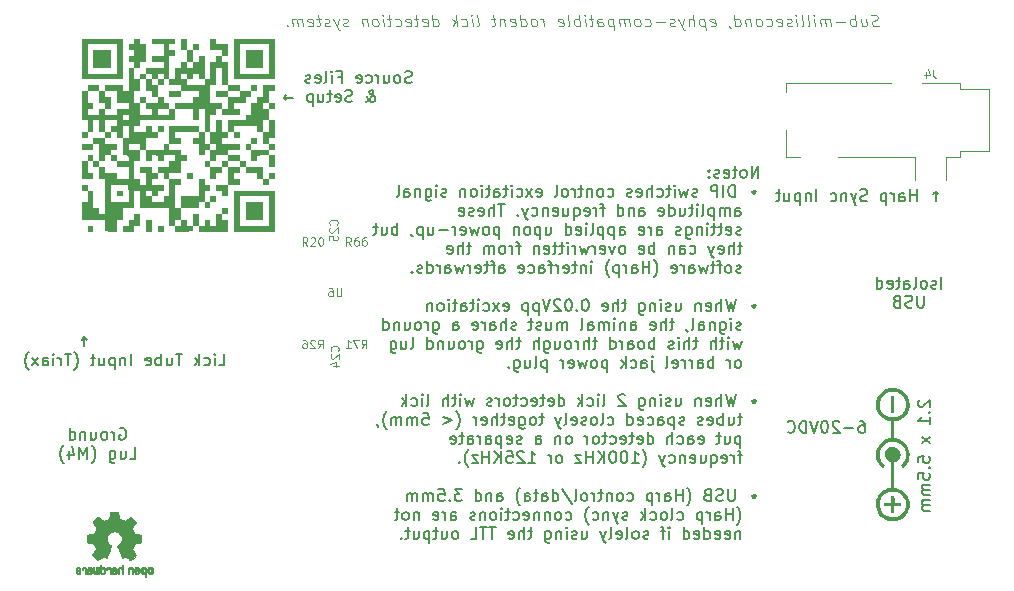
<source format=gbo>
G04 #@! TF.GenerationSoftware,KiCad,Pcbnew,8.0.4-8.0.4-0~ubuntu22.04.1*
G04 #@! TF.CreationDate,2024-08-15T16:32:52-07:00*
G04 #@! TF.ProjectId,harp_lick_detector_capactive,68617270-5f6c-4696-936b-5f6465746563,rev?*
G04 #@! TF.SameCoordinates,PX640a5a0PY7088980*
G04 #@! TF.FileFunction,Legend,Bot*
G04 #@! TF.FilePolarity,Positive*
%FSLAX46Y46*%
G04 Gerber Fmt 4.6, Leading zero omitted, Abs format (unit mm)*
G04 Created by KiCad (PCBNEW 8.0.4-8.0.4-0~ubuntu22.04.1) date 2024-08-15 16:32:52*
%MOMM*%
%LPD*%
G01*
G04 APERTURE LIST*
%ADD10C,0.200000*%
%ADD11C,0.120000*%
%ADD12C,0.180000*%
%ADD13C,0.100000*%
%ADD14C,0.000000*%
%ADD15C,0.010000*%
G04 APERTURE END LIST*
D10*
X9457143Y13495106D02*
X9552381Y13542725D01*
X9552381Y13542725D02*
X9695238Y13542725D01*
X9695238Y13542725D02*
X9838095Y13495106D01*
X9838095Y13495106D02*
X9933333Y13399868D01*
X9933333Y13399868D02*
X9980952Y13304630D01*
X9980952Y13304630D02*
X10028571Y13114154D01*
X10028571Y13114154D02*
X10028571Y12971297D01*
X10028571Y12971297D02*
X9980952Y12780821D01*
X9980952Y12780821D02*
X9933333Y12685583D01*
X9933333Y12685583D02*
X9838095Y12590344D01*
X9838095Y12590344D02*
X9695238Y12542725D01*
X9695238Y12542725D02*
X9600000Y12542725D01*
X9600000Y12542725D02*
X9457143Y12590344D01*
X9457143Y12590344D02*
X9409524Y12637964D01*
X9409524Y12637964D02*
X9409524Y12971297D01*
X9409524Y12971297D02*
X9600000Y12971297D01*
X8980952Y12542725D02*
X8980952Y13209392D01*
X8980952Y13018916D02*
X8933333Y13114154D01*
X8933333Y13114154D02*
X8885714Y13161773D01*
X8885714Y13161773D02*
X8790476Y13209392D01*
X8790476Y13209392D02*
X8695238Y13209392D01*
X8219047Y12542725D02*
X8314285Y12590344D01*
X8314285Y12590344D02*
X8361904Y12637964D01*
X8361904Y12637964D02*
X8409523Y12733202D01*
X8409523Y12733202D02*
X8409523Y13018916D01*
X8409523Y13018916D02*
X8361904Y13114154D01*
X8361904Y13114154D02*
X8314285Y13161773D01*
X8314285Y13161773D02*
X8219047Y13209392D01*
X8219047Y13209392D02*
X8076190Y13209392D01*
X8076190Y13209392D02*
X7980952Y13161773D01*
X7980952Y13161773D02*
X7933333Y13114154D01*
X7933333Y13114154D02*
X7885714Y13018916D01*
X7885714Y13018916D02*
X7885714Y12733202D01*
X7885714Y12733202D02*
X7933333Y12637964D01*
X7933333Y12637964D02*
X7980952Y12590344D01*
X7980952Y12590344D02*
X8076190Y12542725D01*
X8076190Y12542725D02*
X8219047Y12542725D01*
X7028571Y13209392D02*
X7028571Y12542725D01*
X7457142Y13209392D02*
X7457142Y12685583D01*
X7457142Y12685583D02*
X7409523Y12590344D01*
X7409523Y12590344D02*
X7314285Y12542725D01*
X7314285Y12542725D02*
X7171428Y12542725D01*
X7171428Y12542725D02*
X7076190Y12590344D01*
X7076190Y12590344D02*
X7028571Y12637964D01*
X6552380Y13209392D02*
X6552380Y12542725D01*
X6552380Y13114154D02*
X6504761Y13161773D01*
X6504761Y13161773D02*
X6409523Y13209392D01*
X6409523Y13209392D02*
X6266666Y13209392D01*
X6266666Y13209392D02*
X6171428Y13161773D01*
X6171428Y13161773D02*
X6123809Y13066535D01*
X6123809Y13066535D02*
X6123809Y12542725D01*
X5219047Y12542725D02*
X5219047Y13542725D01*
X5219047Y12590344D02*
X5314285Y12542725D01*
X5314285Y12542725D02*
X5504761Y12542725D01*
X5504761Y12542725D02*
X5599999Y12590344D01*
X5599999Y12590344D02*
X5647618Y12637964D01*
X5647618Y12637964D02*
X5695237Y12733202D01*
X5695237Y12733202D02*
X5695237Y13018916D01*
X5695237Y13018916D02*
X5647618Y13114154D01*
X5647618Y13114154D02*
X5599999Y13161773D01*
X5599999Y13161773D02*
X5504761Y13209392D01*
X5504761Y13209392D02*
X5314285Y13209392D01*
X5314285Y13209392D02*
X5219047Y13161773D01*
X10290476Y10932781D02*
X10766666Y10932781D01*
X10766666Y10932781D02*
X10766666Y11932781D01*
X9528571Y11599448D02*
X9528571Y10932781D01*
X9957142Y11599448D02*
X9957142Y11075639D01*
X9957142Y11075639D02*
X9909523Y10980400D01*
X9909523Y10980400D02*
X9814285Y10932781D01*
X9814285Y10932781D02*
X9671428Y10932781D01*
X9671428Y10932781D02*
X9576190Y10980400D01*
X9576190Y10980400D02*
X9528571Y11028020D01*
X8623809Y11599448D02*
X8623809Y10789924D01*
X8623809Y10789924D02*
X8671428Y10694686D01*
X8671428Y10694686D02*
X8719047Y10647067D01*
X8719047Y10647067D02*
X8814285Y10599448D01*
X8814285Y10599448D02*
X8957142Y10599448D01*
X8957142Y10599448D02*
X9052380Y10647067D01*
X8623809Y10980400D02*
X8719047Y10932781D01*
X8719047Y10932781D02*
X8909523Y10932781D01*
X8909523Y10932781D02*
X9004761Y10980400D01*
X9004761Y10980400D02*
X9052380Y11028020D01*
X9052380Y11028020D02*
X9099999Y11123258D01*
X9099999Y11123258D02*
X9099999Y11408972D01*
X9099999Y11408972D02*
X9052380Y11504210D01*
X9052380Y11504210D02*
X9004761Y11551829D01*
X9004761Y11551829D02*
X8909523Y11599448D01*
X8909523Y11599448D02*
X8719047Y11599448D01*
X8719047Y11599448D02*
X8623809Y11551829D01*
X7099999Y10551829D02*
X7147618Y10599448D01*
X7147618Y10599448D02*
X7242856Y10742305D01*
X7242856Y10742305D02*
X7290475Y10837543D01*
X7290475Y10837543D02*
X7338094Y10980400D01*
X7338094Y10980400D02*
X7385713Y11218496D01*
X7385713Y11218496D02*
X7385713Y11408972D01*
X7385713Y11408972D02*
X7338094Y11647067D01*
X7338094Y11647067D02*
X7290475Y11789924D01*
X7290475Y11789924D02*
X7242856Y11885162D01*
X7242856Y11885162D02*
X7147618Y12028020D01*
X7147618Y12028020D02*
X7099999Y12075639D01*
X6719046Y10932781D02*
X6719046Y11932781D01*
X6719046Y11932781D02*
X6385713Y11218496D01*
X6385713Y11218496D02*
X6052380Y11932781D01*
X6052380Y11932781D02*
X6052380Y10932781D01*
X5147618Y11599448D02*
X5147618Y10932781D01*
X5385713Y11980400D02*
X5623808Y11266115D01*
X5623808Y11266115D02*
X5004761Y11266115D01*
X4719046Y10551829D02*
X4671427Y10599448D01*
X4671427Y10599448D02*
X4576189Y10742305D01*
X4576189Y10742305D02*
X4528570Y10837543D01*
X4528570Y10837543D02*
X4480951Y10980400D01*
X4480951Y10980400D02*
X4433332Y11218496D01*
X4433332Y11218496D02*
X4433332Y11408972D01*
X4433332Y11408972D02*
X4480951Y11647067D01*
X4480951Y11647067D02*
X4528570Y11789924D01*
X4528570Y11789924D02*
X4576189Y11885162D01*
X4576189Y11885162D02*
X4671427Y12028020D01*
X4671427Y12028020D02*
X4719046Y12075639D01*
X72101755Y14132781D02*
X72292231Y14132781D01*
X72292231Y14132781D02*
X72387469Y14085162D01*
X72387469Y14085162D02*
X72435088Y14037543D01*
X72435088Y14037543D02*
X72530326Y13894686D01*
X72530326Y13894686D02*
X72577945Y13704210D01*
X72577945Y13704210D02*
X72577945Y13323258D01*
X72577945Y13323258D02*
X72530326Y13228020D01*
X72530326Y13228020D02*
X72482707Y13180400D01*
X72482707Y13180400D02*
X72387469Y13132781D01*
X72387469Y13132781D02*
X72196993Y13132781D01*
X72196993Y13132781D02*
X72101755Y13180400D01*
X72101755Y13180400D02*
X72054136Y13228020D01*
X72054136Y13228020D02*
X72006517Y13323258D01*
X72006517Y13323258D02*
X72006517Y13561353D01*
X72006517Y13561353D02*
X72054136Y13656591D01*
X72054136Y13656591D02*
X72101755Y13704210D01*
X72101755Y13704210D02*
X72196993Y13751829D01*
X72196993Y13751829D02*
X72387469Y13751829D01*
X72387469Y13751829D02*
X72482707Y13704210D01*
X72482707Y13704210D02*
X72530326Y13656591D01*
X72530326Y13656591D02*
X72577945Y13561353D01*
X71577945Y13513734D02*
X70816041Y13513734D01*
X70387469Y14037543D02*
X70339850Y14085162D01*
X70339850Y14085162D02*
X70244612Y14132781D01*
X70244612Y14132781D02*
X70006517Y14132781D01*
X70006517Y14132781D02*
X69911279Y14085162D01*
X69911279Y14085162D02*
X69863660Y14037543D01*
X69863660Y14037543D02*
X69816041Y13942305D01*
X69816041Y13942305D02*
X69816041Y13847067D01*
X69816041Y13847067D02*
X69863660Y13704210D01*
X69863660Y13704210D02*
X70435088Y13132781D01*
X70435088Y13132781D02*
X69816041Y13132781D01*
X69196993Y14132781D02*
X69101755Y14132781D01*
X69101755Y14132781D02*
X69006517Y14085162D01*
X69006517Y14085162D02*
X68958898Y14037543D01*
X68958898Y14037543D02*
X68911279Y13942305D01*
X68911279Y13942305D02*
X68863660Y13751829D01*
X68863660Y13751829D02*
X68863660Y13513734D01*
X68863660Y13513734D02*
X68911279Y13323258D01*
X68911279Y13323258D02*
X68958898Y13228020D01*
X68958898Y13228020D02*
X69006517Y13180400D01*
X69006517Y13180400D02*
X69101755Y13132781D01*
X69101755Y13132781D02*
X69196993Y13132781D01*
X69196993Y13132781D02*
X69292231Y13180400D01*
X69292231Y13180400D02*
X69339850Y13228020D01*
X69339850Y13228020D02*
X69387469Y13323258D01*
X69387469Y13323258D02*
X69435088Y13513734D01*
X69435088Y13513734D02*
X69435088Y13751829D01*
X69435088Y13751829D02*
X69387469Y13942305D01*
X69387469Y13942305D02*
X69339850Y14037543D01*
X69339850Y14037543D02*
X69292231Y14085162D01*
X69292231Y14085162D02*
X69196993Y14132781D01*
X68577945Y14132781D02*
X68244612Y13132781D01*
X68244612Y13132781D02*
X67911279Y14132781D01*
X67577945Y13132781D02*
X67577945Y14132781D01*
X67577945Y14132781D02*
X67339850Y14132781D01*
X67339850Y14132781D02*
X67196993Y14085162D01*
X67196993Y14085162D02*
X67101755Y13989924D01*
X67101755Y13989924D02*
X67054136Y13894686D01*
X67054136Y13894686D02*
X67006517Y13704210D01*
X67006517Y13704210D02*
X67006517Y13561353D01*
X67006517Y13561353D02*
X67054136Y13370877D01*
X67054136Y13370877D02*
X67101755Y13275639D01*
X67101755Y13275639D02*
X67196993Y13180400D01*
X67196993Y13180400D02*
X67339850Y13132781D01*
X67339850Y13132781D02*
X67577945Y13132781D01*
X66006517Y13228020D02*
X66054136Y13180400D01*
X66054136Y13180400D02*
X66196993Y13132781D01*
X66196993Y13132781D02*
X66292231Y13132781D01*
X66292231Y13132781D02*
X66435088Y13180400D01*
X66435088Y13180400D02*
X66530326Y13275639D01*
X66530326Y13275639D02*
X66577945Y13370877D01*
X66577945Y13370877D02*
X66625564Y13561353D01*
X66625564Y13561353D02*
X66625564Y13704210D01*
X66625564Y13704210D02*
X66577945Y13894686D01*
X66577945Y13894686D02*
X66530326Y13989924D01*
X66530326Y13989924D02*
X66435088Y14085162D01*
X66435088Y14085162D02*
X66292231Y14132781D01*
X66292231Y14132781D02*
X66196993Y14132781D01*
X66196993Y14132781D02*
X66054136Y14085162D01*
X66054136Y14085162D02*
X66006517Y14037543D01*
X34177945Y42790344D02*
X34035088Y42742725D01*
X34035088Y42742725D02*
X33796993Y42742725D01*
X33796993Y42742725D02*
X33701755Y42790344D01*
X33701755Y42790344D02*
X33654136Y42837964D01*
X33654136Y42837964D02*
X33606517Y42933202D01*
X33606517Y42933202D02*
X33606517Y43028440D01*
X33606517Y43028440D02*
X33654136Y43123678D01*
X33654136Y43123678D02*
X33701755Y43171297D01*
X33701755Y43171297D02*
X33796993Y43218916D01*
X33796993Y43218916D02*
X33987469Y43266535D01*
X33987469Y43266535D02*
X34082707Y43314154D01*
X34082707Y43314154D02*
X34130326Y43361773D01*
X34130326Y43361773D02*
X34177945Y43457011D01*
X34177945Y43457011D02*
X34177945Y43552249D01*
X34177945Y43552249D02*
X34130326Y43647487D01*
X34130326Y43647487D02*
X34082707Y43695106D01*
X34082707Y43695106D02*
X33987469Y43742725D01*
X33987469Y43742725D02*
X33749374Y43742725D01*
X33749374Y43742725D02*
X33606517Y43695106D01*
X33035088Y42742725D02*
X33130326Y42790344D01*
X33130326Y42790344D02*
X33177945Y42837964D01*
X33177945Y42837964D02*
X33225564Y42933202D01*
X33225564Y42933202D02*
X33225564Y43218916D01*
X33225564Y43218916D02*
X33177945Y43314154D01*
X33177945Y43314154D02*
X33130326Y43361773D01*
X33130326Y43361773D02*
X33035088Y43409392D01*
X33035088Y43409392D02*
X32892231Y43409392D01*
X32892231Y43409392D02*
X32796993Y43361773D01*
X32796993Y43361773D02*
X32749374Y43314154D01*
X32749374Y43314154D02*
X32701755Y43218916D01*
X32701755Y43218916D02*
X32701755Y42933202D01*
X32701755Y42933202D02*
X32749374Y42837964D01*
X32749374Y42837964D02*
X32796993Y42790344D01*
X32796993Y42790344D02*
X32892231Y42742725D01*
X32892231Y42742725D02*
X33035088Y42742725D01*
X31844612Y43409392D02*
X31844612Y42742725D01*
X32273183Y43409392D02*
X32273183Y42885583D01*
X32273183Y42885583D02*
X32225564Y42790344D01*
X32225564Y42790344D02*
X32130326Y42742725D01*
X32130326Y42742725D02*
X31987469Y42742725D01*
X31987469Y42742725D02*
X31892231Y42790344D01*
X31892231Y42790344D02*
X31844612Y42837964D01*
X31368421Y42742725D02*
X31368421Y43409392D01*
X31368421Y43218916D02*
X31320802Y43314154D01*
X31320802Y43314154D02*
X31273183Y43361773D01*
X31273183Y43361773D02*
X31177945Y43409392D01*
X31177945Y43409392D02*
X31082707Y43409392D01*
X30320802Y42790344D02*
X30416040Y42742725D01*
X30416040Y42742725D02*
X30606516Y42742725D01*
X30606516Y42742725D02*
X30701754Y42790344D01*
X30701754Y42790344D02*
X30749373Y42837964D01*
X30749373Y42837964D02*
X30796992Y42933202D01*
X30796992Y42933202D02*
X30796992Y43218916D01*
X30796992Y43218916D02*
X30749373Y43314154D01*
X30749373Y43314154D02*
X30701754Y43361773D01*
X30701754Y43361773D02*
X30606516Y43409392D01*
X30606516Y43409392D02*
X30416040Y43409392D01*
X30416040Y43409392D02*
X30320802Y43361773D01*
X29511278Y42790344D02*
X29606516Y42742725D01*
X29606516Y42742725D02*
X29796992Y42742725D01*
X29796992Y42742725D02*
X29892230Y42790344D01*
X29892230Y42790344D02*
X29939849Y42885583D01*
X29939849Y42885583D02*
X29939849Y43266535D01*
X29939849Y43266535D02*
X29892230Y43361773D01*
X29892230Y43361773D02*
X29796992Y43409392D01*
X29796992Y43409392D02*
X29606516Y43409392D01*
X29606516Y43409392D02*
X29511278Y43361773D01*
X29511278Y43361773D02*
X29463659Y43266535D01*
X29463659Y43266535D02*
X29463659Y43171297D01*
X29463659Y43171297D02*
X29939849Y43076059D01*
X27939849Y43266535D02*
X28273182Y43266535D01*
X28273182Y42742725D02*
X28273182Y43742725D01*
X28273182Y43742725D02*
X27796992Y43742725D01*
X27416039Y42742725D02*
X27416039Y43409392D01*
X27416039Y43742725D02*
X27463658Y43695106D01*
X27463658Y43695106D02*
X27416039Y43647487D01*
X27416039Y43647487D02*
X27368420Y43695106D01*
X27368420Y43695106D02*
X27416039Y43742725D01*
X27416039Y43742725D02*
X27416039Y43647487D01*
X26796992Y42742725D02*
X26892230Y42790344D01*
X26892230Y42790344D02*
X26939849Y42885583D01*
X26939849Y42885583D02*
X26939849Y43742725D01*
X26035087Y42790344D02*
X26130325Y42742725D01*
X26130325Y42742725D02*
X26320801Y42742725D01*
X26320801Y42742725D02*
X26416039Y42790344D01*
X26416039Y42790344D02*
X26463658Y42885583D01*
X26463658Y42885583D02*
X26463658Y43266535D01*
X26463658Y43266535D02*
X26416039Y43361773D01*
X26416039Y43361773D02*
X26320801Y43409392D01*
X26320801Y43409392D02*
X26130325Y43409392D01*
X26130325Y43409392D02*
X26035087Y43361773D01*
X26035087Y43361773D02*
X25987468Y43266535D01*
X25987468Y43266535D02*
X25987468Y43171297D01*
X25987468Y43171297D02*
X26463658Y43076059D01*
X25606515Y42790344D02*
X25511277Y42742725D01*
X25511277Y42742725D02*
X25320801Y42742725D01*
X25320801Y42742725D02*
X25225563Y42790344D01*
X25225563Y42790344D02*
X25177944Y42885583D01*
X25177944Y42885583D02*
X25177944Y42933202D01*
X25177944Y42933202D02*
X25225563Y43028440D01*
X25225563Y43028440D02*
X25320801Y43076059D01*
X25320801Y43076059D02*
X25463658Y43076059D01*
X25463658Y43076059D02*
X25558896Y43123678D01*
X25558896Y43123678D02*
X25606515Y43218916D01*
X25606515Y43218916D02*
X25606515Y43266535D01*
X25606515Y43266535D02*
X25558896Y43361773D01*
X25558896Y43361773D02*
X25463658Y43409392D01*
X25463658Y43409392D02*
X25320801Y43409392D01*
X25320801Y43409392D02*
X25225563Y43361773D01*
X30273182Y41132781D02*
X30320802Y41132781D01*
X30320802Y41132781D02*
X30416040Y41180400D01*
X30416040Y41180400D02*
X30558897Y41323258D01*
X30558897Y41323258D02*
X30796992Y41608972D01*
X30796992Y41608972D02*
X30892230Y41751829D01*
X30892230Y41751829D02*
X30939849Y41894686D01*
X30939849Y41894686D02*
X30939849Y41989924D01*
X30939849Y41989924D02*
X30892230Y42085162D01*
X30892230Y42085162D02*
X30796992Y42132781D01*
X30796992Y42132781D02*
X30749373Y42132781D01*
X30749373Y42132781D02*
X30654135Y42085162D01*
X30654135Y42085162D02*
X30606516Y41989924D01*
X30606516Y41989924D02*
X30606516Y41942305D01*
X30606516Y41942305D02*
X30654135Y41847067D01*
X30654135Y41847067D02*
X30701754Y41799448D01*
X30701754Y41799448D02*
X30987468Y41608972D01*
X30987468Y41608972D02*
X31035087Y41561353D01*
X31035087Y41561353D02*
X31082706Y41466115D01*
X31082706Y41466115D02*
X31082706Y41323258D01*
X31082706Y41323258D02*
X31035087Y41228020D01*
X31035087Y41228020D02*
X30987468Y41180400D01*
X30987468Y41180400D02*
X30892230Y41132781D01*
X30892230Y41132781D02*
X30749373Y41132781D01*
X30749373Y41132781D02*
X30654135Y41180400D01*
X30654135Y41180400D02*
X30606516Y41228020D01*
X30606516Y41228020D02*
X30463659Y41418496D01*
X30463659Y41418496D02*
X30416040Y41561353D01*
X30416040Y41561353D02*
X30416040Y41656591D01*
X29130325Y41180400D02*
X28987468Y41132781D01*
X28987468Y41132781D02*
X28749373Y41132781D01*
X28749373Y41132781D02*
X28654135Y41180400D01*
X28654135Y41180400D02*
X28606516Y41228020D01*
X28606516Y41228020D02*
X28558897Y41323258D01*
X28558897Y41323258D02*
X28558897Y41418496D01*
X28558897Y41418496D02*
X28606516Y41513734D01*
X28606516Y41513734D02*
X28654135Y41561353D01*
X28654135Y41561353D02*
X28749373Y41608972D01*
X28749373Y41608972D02*
X28939849Y41656591D01*
X28939849Y41656591D02*
X29035087Y41704210D01*
X29035087Y41704210D02*
X29082706Y41751829D01*
X29082706Y41751829D02*
X29130325Y41847067D01*
X29130325Y41847067D02*
X29130325Y41942305D01*
X29130325Y41942305D02*
X29082706Y42037543D01*
X29082706Y42037543D02*
X29035087Y42085162D01*
X29035087Y42085162D02*
X28939849Y42132781D01*
X28939849Y42132781D02*
X28701754Y42132781D01*
X28701754Y42132781D02*
X28558897Y42085162D01*
X27749373Y41180400D02*
X27844611Y41132781D01*
X27844611Y41132781D02*
X28035087Y41132781D01*
X28035087Y41132781D02*
X28130325Y41180400D01*
X28130325Y41180400D02*
X28177944Y41275639D01*
X28177944Y41275639D02*
X28177944Y41656591D01*
X28177944Y41656591D02*
X28130325Y41751829D01*
X28130325Y41751829D02*
X28035087Y41799448D01*
X28035087Y41799448D02*
X27844611Y41799448D01*
X27844611Y41799448D02*
X27749373Y41751829D01*
X27749373Y41751829D02*
X27701754Y41656591D01*
X27701754Y41656591D02*
X27701754Y41561353D01*
X27701754Y41561353D02*
X28177944Y41466115D01*
X27416039Y41799448D02*
X27035087Y41799448D01*
X27273182Y42132781D02*
X27273182Y41275639D01*
X27273182Y41275639D02*
X27225563Y41180400D01*
X27225563Y41180400D02*
X27130325Y41132781D01*
X27130325Y41132781D02*
X27035087Y41132781D01*
X26273182Y41799448D02*
X26273182Y41132781D01*
X26701753Y41799448D02*
X26701753Y41275639D01*
X26701753Y41275639D02*
X26654134Y41180400D01*
X26654134Y41180400D02*
X26558896Y41132781D01*
X26558896Y41132781D02*
X26416039Y41132781D01*
X26416039Y41132781D02*
X26320801Y41180400D01*
X26320801Y41180400D02*
X26273182Y41228020D01*
X25796991Y41799448D02*
X25796991Y40799448D01*
X25796991Y41751829D02*
X25701753Y41799448D01*
X25701753Y41799448D02*
X25511277Y41799448D01*
X25511277Y41799448D02*
X25416039Y41751829D01*
X25416039Y41751829D02*
X25368420Y41704210D01*
X25368420Y41704210D02*
X25320801Y41608972D01*
X25320801Y41608972D02*
X25320801Y41323258D01*
X25320801Y41323258D02*
X25368420Y41228020D01*
X25368420Y41228020D02*
X25416039Y41180400D01*
X25416039Y41180400D02*
X25511277Y41132781D01*
X25511277Y41132781D02*
X25701753Y41132781D01*
X25701753Y41132781D02*
X25796991Y41180400D01*
X24130324Y41513734D02*
X23368420Y41513734D01*
X23558896Y41323258D02*
X23368420Y41513734D01*
X23368420Y41513734D02*
X23558896Y41704210D01*
X78549374Y32732781D02*
X78549374Y33494686D01*
X78739850Y33304210D02*
X78549374Y33494686D01*
X78549374Y33494686D02*
X78358898Y33304210D01*
X76930326Y32732781D02*
X76930326Y33732781D01*
X76930326Y33256591D02*
X76358898Y33256591D01*
X76358898Y32732781D02*
X76358898Y33732781D01*
X75454136Y32732781D02*
X75454136Y33256591D01*
X75454136Y33256591D02*
X75501755Y33351829D01*
X75501755Y33351829D02*
X75596993Y33399448D01*
X75596993Y33399448D02*
X75787469Y33399448D01*
X75787469Y33399448D02*
X75882707Y33351829D01*
X75454136Y32780400D02*
X75549374Y32732781D01*
X75549374Y32732781D02*
X75787469Y32732781D01*
X75787469Y32732781D02*
X75882707Y32780400D01*
X75882707Y32780400D02*
X75930326Y32875639D01*
X75930326Y32875639D02*
X75930326Y32970877D01*
X75930326Y32970877D02*
X75882707Y33066115D01*
X75882707Y33066115D02*
X75787469Y33113734D01*
X75787469Y33113734D02*
X75549374Y33113734D01*
X75549374Y33113734D02*
X75454136Y33161353D01*
X74977945Y32732781D02*
X74977945Y33399448D01*
X74977945Y33208972D02*
X74930326Y33304210D01*
X74930326Y33304210D02*
X74882707Y33351829D01*
X74882707Y33351829D02*
X74787469Y33399448D01*
X74787469Y33399448D02*
X74692231Y33399448D01*
X74358897Y33399448D02*
X74358897Y32399448D01*
X74358897Y33351829D02*
X74263659Y33399448D01*
X74263659Y33399448D02*
X74073183Y33399448D01*
X74073183Y33399448D02*
X73977945Y33351829D01*
X73977945Y33351829D02*
X73930326Y33304210D01*
X73930326Y33304210D02*
X73882707Y33208972D01*
X73882707Y33208972D02*
X73882707Y32923258D01*
X73882707Y32923258D02*
X73930326Y32828020D01*
X73930326Y32828020D02*
X73977945Y32780400D01*
X73977945Y32780400D02*
X74073183Y32732781D01*
X74073183Y32732781D02*
X74263659Y32732781D01*
X74263659Y32732781D02*
X74358897Y32780400D01*
X72739849Y32780400D02*
X72596992Y32732781D01*
X72596992Y32732781D02*
X72358897Y32732781D01*
X72358897Y32732781D02*
X72263659Y32780400D01*
X72263659Y32780400D02*
X72216040Y32828020D01*
X72216040Y32828020D02*
X72168421Y32923258D01*
X72168421Y32923258D02*
X72168421Y33018496D01*
X72168421Y33018496D02*
X72216040Y33113734D01*
X72216040Y33113734D02*
X72263659Y33161353D01*
X72263659Y33161353D02*
X72358897Y33208972D01*
X72358897Y33208972D02*
X72549373Y33256591D01*
X72549373Y33256591D02*
X72644611Y33304210D01*
X72644611Y33304210D02*
X72692230Y33351829D01*
X72692230Y33351829D02*
X72739849Y33447067D01*
X72739849Y33447067D02*
X72739849Y33542305D01*
X72739849Y33542305D02*
X72692230Y33637543D01*
X72692230Y33637543D02*
X72644611Y33685162D01*
X72644611Y33685162D02*
X72549373Y33732781D01*
X72549373Y33732781D02*
X72311278Y33732781D01*
X72311278Y33732781D02*
X72168421Y33685162D01*
X71835087Y33399448D02*
X71596992Y32732781D01*
X71358897Y33399448D02*
X71596992Y32732781D01*
X71596992Y32732781D02*
X71692230Y32494686D01*
X71692230Y32494686D02*
X71739849Y32447067D01*
X71739849Y32447067D02*
X71835087Y32399448D01*
X70977944Y33399448D02*
X70977944Y32732781D01*
X70977944Y33304210D02*
X70930325Y33351829D01*
X70930325Y33351829D02*
X70835087Y33399448D01*
X70835087Y33399448D02*
X70692230Y33399448D01*
X70692230Y33399448D02*
X70596992Y33351829D01*
X70596992Y33351829D02*
X70549373Y33256591D01*
X70549373Y33256591D02*
X70549373Y32732781D01*
X69644611Y32780400D02*
X69739849Y32732781D01*
X69739849Y32732781D02*
X69930325Y32732781D01*
X69930325Y32732781D02*
X70025563Y32780400D01*
X70025563Y32780400D02*
X70073182Y32828020D01*
X70073182Y32828020D02*
X70120801Y32923258D01*
X70120801Y32923258D02*
X70120801Y33208972D01*
X70120801Y33208972D02*
X70073182Y33304210D01*
X70073182Y33304210D02*
X70025563Y33351829D01*
X70025563Y33351829D02*
X69930325Y33399448D01*
X69930325Y33399448D02*
X69739849Y33399448D01*
X69739849Y33399448D02*
X69644611Y33351829D01*
X68454134Y32732781D02*
X68454134Y33732781D01*
X67977944Y33399448D02*
X67977944Y32732781D01*
X67977944Y33304210D02*
X67930325Y33351829D01*
X67930325Y33351829D02*
X67835087Y33399448D01*
X67835087Y33399448D02*
X67692230Y33399448D01*
X67692230Y33399448D02*
X67596992Y33351829D01*
X67596992Y33351829D02*
X67549373Y33256591D01*
X67549373Y33256591D02*
X67549373Y32732781D01*
X67073182Y33399448D02*
X67073182Y32399448D01*
X67073182Y33351829D02*
X66977944Y33399448D01*
X66977944Y33399448D02*
X66787468Y33399448D01*
X66787468Y33399448D02*
X66692230Y33351829D01*
X66692230Y33351829D02*
X66644611Y33304210D01*
X66644611Y33304210D02*
X66596992Y33208972D01*
X66596992Y33208972D02*
X66596992Y32923258D01*
X66596992Y32923258D02*
X66644611Y32828020D01*
X66644611Y32828020D02*
X66692230Y32780400D01*
X66692230Y32780400D02*
X66787468Y32732781D01*
X66787468Y32732781D02*
X66977944Y32732781D01*
X66977944Y32732781D02*
X67073182Y32780400D01*
X65739849Y33399448D02*
X65739849Y32732781D01*
X66168420Y33399448D02*
X66168420Y32875639D01*
X66168420Y32875639D02*
X66120801Y32780400D01*
X66120801Y32780400D02*
X66025563Y32732781D01*
X66025563Y32732781D02*
X65882706Y32732781D01*
X65882706Y32732781D02*
X65787468Y32780400D01*
X65787468Y32780400D02*
X65739849Y32828020D01*
X65406515Y33399448D02*
X65025563Y33399448D01*
X65263658Y33732781D02*
X65263658Y32875639D01*
X65263658Y32875639D02*
X65216039Y32780400D01*
X65216039Y32780400D02*
X65120801Y32732781D01*
X65120801Y32732781D02*
X65025563Y32732781D01*
X6471427Y20442725D02*
X6471427Y21204630D01*
X6661903Y21014154D02*
X6471427Y21204630D01*
X6471427Y21204630D02*
X6280951Y21014154D01*
X17852382Y18832781D02*
X18328572Y18832781D01*
X18328572Y18832781D02*
X18328572Y19832781D01*
X17519048Y18832781D02*
X17519048Y19499448D01*
X17519048Y19832781D02*
X17566667Y19785162D01*
X17566667Y19785162D02*
X17519048Y19737543D01*
X17519048Y19737543D02*
X17471429Y19785162D01*
X17471429Y19785162D02*
X17519048Y19832781D01*
X17519048Y19832781D02*
X17519048Y19737543D01*
X16614287Y18880400D02*
X16709525Y18832781D01*
X16709525Y18832781D02*
X16900001Y18832781D01*
X16900001Y18832781D02*
X16995239Y18880400D01*
X16995239Y18880400D02*
X17042858Y18928020D01*
X17042858Y18928020D02*
X17090477Y19023258D01*
X17090477Y19023258D02*
X17090477Y19308972D01*
X17090477Y19308972D02*
X17042858Y19404210D01*
X17042858Y19404210D02*
X16995239Y19451829D01*
X16995239Y19451829D02*
X16900001Y19499448D01*
X16900001Y19499448D02*
X16709525Y19499448D01*
X16709525Y19499448D02*
X16614287Y19451829D01*
X16185715Y18832781D02*
X16185715Y19832781D01*
X16090477Y19213734D02*
X15804763Y18832781D01*
X15804763Y19499448D02*
X16185715Y19118496D01*
X14757143Y19832781D02*
X14185715Y19832781D01*
X14471429Y18832781D02*
X14471429Y19832781D01*
X13423810Y19499448D02*
X13423810Y18832781D01*
X13852381Y19499448D02*
X13852381Y18975639D01*
X13852381Y18975639D02*
X13804762Y18880400D01*
X13804762Y18880400D02*
X13709524Y18832781D01*
X13709524Y18832781D02*
X13566667Y18832781D01*
X13566667Y18832781D02*
X13471429Y18880400D01*
X13471429Y18880400D02*
X13423810Y18928020D01*
X12947619Y18832781D02*
X12947619Y19832781D01*
X12947619Y19451829D02*
X12852381Y19499448D01*
X12852381Y19499448D02*
X12661905Y19499448D01*
X12661905Y19499448D02*
X12566667Y19451829D01*
X12566667Y19451829D02*
X12519048Y19404210D01*
X12519048Y19404210D02*
X12471429Y19308972D01*
X12471429Y19308972D02*
X12471429Y19023258D01*
X12471429Y19023258D02*
X12519048Y18928020D01*
X12519048Y18928020D02*
X12566667Y18880400D01*
X12566667Y18880400D02*
X12661905Y18832781D01*
X12661905Y18832781D02*
X12852381Y18832781D01*
X12852381Y18832781D02*
X12947619Y18880400D01*
X11661905Y18880400D02*
X11757143Y18832781D01*
X11757143Y18832781D02*
X11947619Y18832781D01*
X11947619Y18832781D02*
X12042857Y18880400D01*
X12042857Y18880400D02*
X12090476Y18975639D01*
X12090476Y18975639D02*
X12090476Y19356591D01*
X12090476Y19356591D02*
X12042857Y19451829D01*
X12042857Y19451829D02*
X11947619Y19499448D01*
X11947619Y19499448D02*
X11757143Y19499448D01*
X11757143Y19499448D02*
X11661905Y19451829D01*
X11661905Y19451829D02*
X11614286Y19356591D01*
X11614286Y19356591D02*
X11614286Y19261353D01*
X11614286Y19261353D02*
X12090476Y19166115D01*
X10423809Y18832781D02*
X10423809Y19832781D01*
X9947619Y19499448D02*
X9947619Y18832781D01*
X9947619Y19404210D02*
X9900000Y19451829D01*
X9900000Y19451829D02*
X9804762Y19499448D01*
X9804762Y19499448D02*
X9661905Y19499448D01*
X9661905Y19499448D02*
X9566667Y19451829D01*
X9566667Y19451829D02*
X9519048Y19356591D01*
X9519048Y19356591D02*
X9519048Y18832781D01*
X9042857Y19499448D02*
X9042857Y18499448D01*
X9042857Y19451829D02*
X8947619Y19499448D01*
X8947619Y19499448D02*
X8757143Y19499448D01*
X8757143Y19499448D02*
X8661905Y19451829D01*
X8661905Y19451829D02*
X8614286Y19404210D01*
X8614286Y19404210D02*
X8566667Y19308972D01*
X8566667Y19308972D02*
X8566667Y19023258D01*
X8566667Y19023258D02*
X8614286Y18928020D01*
X8614286Y18928020D02*
X8661905Y18880400D01*
X8661905Y18880400D02*
X8757143Y18832781D01*
X8757143Y18832781D02*
X8947619Y18832781D01*
X8947619Y18832781D02*
X9042857Y18880400D01*
X7709524Y19499448D02*
X7709524Y18832781D01*
X8138095Y19499448D02*
X8138095Y18975639D01*
X8138095Y18975639D02*
X8090476Y18880400D01*
X8090476Y18880400D02*
X7995238Y18832781D01*
X7995238Y18832781D02*
X7852381Y18832781D01*
X7852381Y18832781D02*
X7757143Y18880400D01*
X7757143Y18880400D02*
X7709524Y18928020D01*
X7376190Y19499448D02*
X6995238Y19499448D01*
X7233333Y19832781D02*
X7233333Y18975639D01*
X7233333Y18975639D02*
X7185714Y18880400D01*
X7185714Y18880400D02*
X7090476Y18832781D01*
X7090476Y18832781D02*
X6995238Y18832781D01*
X5614285Y18451829D02*
X5661904Y18499448D01*
X5661904Y18499448D02*
X5757142Y18642305D01*
X5757142Y18642305D02*
X5804761Y18737543D01*
X5804761Y18737543D02*
X5852380Y18880400D01*
X5852380Y18880400D02*
X5899999Y19118496D01*
X5899999Y19118496D02*
X5899999Y19308972D01*
X5899999Y19308972D02*
X5852380Y19547067D01*
X5852380Y19547067D02*
X5804761Y19689924D01*
X5804761Y19689924D02*
X5757142Y19785162D01*
X5757142Y19785162D02*
X5661904Y19928020D01*
X5661904Y19928020D02*
X5614285Y19975639D01*
X5376189Y19832781D02*
X4804761Y19832781D01*
X5090475Y18832781D02*
X5090475Y19832781D01*
X4471427Y18832781D02*
X4471427Y19499448D01*
X4471427Y19308972D02*
X4423808Y19404210D01*
X4423808Y19404210D02*
X4376189Y19451829D01*
X4376189Y19451829D02*
X4280951Y19499448D01*
X4280951Y19499448D02*
X4185713Y19499448D01*
X3852379Y18832781D02*
X3852379Y19499448D01*
X3852379Y19832781D02*
X3899998Y19785162D01*
X3899998Y19785162D02*
X3852379Y19737543D01*
X3852379Y19737543D02*
X3804760Y19785162D01*
X3804760Y19785162D02*
X3852379Y19832781D01*
X3852379Y19832781D02*
X3852379Y19737543D01*
X2947618Y18832781D02*
X2947618Y19356591D01*
X2947618Y19356591D02*
X2995237Y19451829D01*
X2995237Y19451829D02*
X3090475Y19499448D01*
X3090475Y19499448D02*
X3280951Y19499448D01*
X3280951Y19499448D02*
X3376189Y19451829D01*
X2947618Y18880400D02*
X3042856Y18832781D01*
X3042856Y18832781D02*
X3280951Y18832781D01*
X3280951Y18832781D02*
X3376189Y18880400D01*
X3376189Y18880400D02*
X3423808Y18975639D01*
X3423808Y18975639D02*
X3423808Y19070877D01*
X3423808Y19070877D02*
X3376189Y19166115D01*
X3376189Y19166115D02*
X3280951Y19213734D01*
X3280951Y19213734D02*
X3042856Y19213734D01*
X3042856Y19213734D02*
X2947618Y19261353D01*
X2566665Y18832781D02*
X2042856Y19499448D01*
X2566665Y19499448D02*
X2042856Y18832781D01*
X1757141Y18451829D02*
X1709522Y18499448D01*
X1709522Y18499448D02*
X1614284Y18642305D01*
X1614284Y18642305D02*
X1566665Y18737543D01*
X1566665Y18737543D02*
X1519046Y18880400D01*
X1519046Y18880400D02*
X1471427Y19118496D01*
X1471427Y19118496D02*
X1471427Y19308972D01*
X1471427Y19308972D02*
X1519046Y19547067D01*
X1519046Y19547067D02*
X1566665Y19689924D01*
X1566665Y19689924D02*
X1614284Y19785162D01*
X1614284Y19785162D02*
X1709522Y19928020D01*
X1709522Y19928020D02*
X1757141Y19975639D01*
D11*
X73730576Y47576240D02*
X73593672Y47528621D01*
X73593672Y47528621D02*
X73355576Y47528621D01*
X73355576Y47528621D02*
X73254386Y47576240D01*
X73254386Y47576240D02*
X73200814Y47623860D01*
X73200814Y47623860D02*
X73141291Y47719098D01*
X73141291Y47719098D02*
X73129386Y47814336D01*
X73129386Y47814336D02*
X73165100Y47909574D01*
X73165100Y47909574D02*
X73206767Y47957193D01*
X73206767Y47957193D02*
X73296053Y48004812D01*
X73296053Y48004812D02*
X73480576Y48052431D01*
X73480576Y48052431D02*
X73569862Y48100050D01*
X73569862Y48100050D02*
X73611529Y48147669D01*
X73611529Y48147669D02*
X73647243Y48242907D01*
X73647243Y48242907D02*
X73635338Y48338145D01*
X73635338Y48338145D02*
X73575814Y48433383D01*
X73575814Y48433383D02*
X73522243Y48481002D01*
X73522243Y48481002D02*
X73421053Y48528621D01*
X73421053Y48528621D02*
X73182957Y48528621D01*
X73182957Y48528621D02*
X73046053Y48481002D01*
X72224624Y48195288D02*
X72307957Y47528621D01*
X72653195Y48195288D02*
X72718672Y47671479D01*
X72718672Y47671479D02*
X72682957Y47576240D01*
X72682957Y47576240D02*
X72593672Y47528621D01*
X72593672Y47528621D02*
X72450814Y47528621D01*
X72450814Y47528621D02*
X72349624Y47576240D01*
X72349624Y47576240D02*
X72296052Y47623860D01*
X71831767Y47528621D02*
X71706767Y48528621D01*
X71754386Y48147669D02*
X71653195Y48195288D01*
X71653195Y48195288D02*
X71462719Y48195288D01*
X71462719Y48195288D02*
X71373433Y48147669D01*
X71373433Y48147669D02*
X71331767Y48100050D01*
X71331767Y48100050D02*
X71296052Y48004812D01*
X71296052Y48004812D02*
X71331767Y47719098D01*
X71331767Y47719098D02*
X71391290Y47623860D01*
X71391290Y47623860D02*
X71444862Y47576240D01*
X71444862Y47576240D02*
X71546052Y47528621D01*
X71546052Y47528621D02*
X71736529Y47528621D01*
X71736529Y47528621D02*
X71825814Y47576240D01*
X70879386Y47909574D02*
X70117481Y47909574D01*
X69688910Y47528621D02*
X69605576Y48195288D01*
X69617481Y48100050D02*
X69563910Y48147669D01*
X69563910Y48147669D02*
X69462719Y48195288D01*
X69462719Y48195288D02*
X69319862Y48195288D01*
X69319862Y48195288D02*
X69230576Y48147669D01*
X69230576Y48147669D02*
X69194862Y48052431D01*
X69194862Y48052431D02*
X69260338Y47528621D01*
X69194862Y48052431D02*
X69135338Y48147669D01*
X69135338Y48147669D02*
X69034148Y48195288D01*
X69034148Y48195288D02*
X68891291Y48195288D01*
X68891291Y48195288D02*
X68802005Y48147669D01*
X68802005Y48147669D02*
X68766291Y48052431D01*
X68766291Y48052431D02*
X68831767Y47528621D01*
X68355577Y47528621D02*
X68272243Y48195288D01*
X68230577Y48528621D02*
X68284148Y48481002D01*
X68284148Y48481002D02*
X68242481Y48433383D01*
X68242481Y48433383D02*
X68188910Y48481002D01*
X68188910Y48481002D02*
X68230577Y48528621D01*
X68230577Y48528621D02*
X68242481Y48433383D01*
X67736530Y47528621D02*
X67825815Y47576240D01*
X67825815Y47576240D02*
X67861530Y47671479D01*
X67861530Y47671479D02*
X67754387Y48528621D01*
X67212720Y47528621D02*
X67302005Y47576240D01*
X67302005Y47576240D02*
X67337720Y47671479D01*
X67337720Y47671479D02*
X67230577Y48528621D01*
X66831767Y47528621D02*
X66748433Y48195288D01*
X66706767Y48528621D02*
X66760338Y48481002D01*
X66760338Y48481002D02*
X66718671Y48433383D01*
X66718671Y48433383D02*
X66665100Y48481002D01*
X66665100Y48481002D02*
X66706767Y48528621D01*
X66706767Y48528621D02*
X66718671Y48433383D01*
X66397243Y47576240D02*
X66307958Y47528621D01*
X66307958Y47528621D02*
X66117481Y47528621D01*
X66117481Y47528621D02*
X66016291Y47576240D01*
X66016291Y47576240D02*
X65956767Y47671479D01*
X65956767Y47671479D02*
X65950815Y47719098D01*
X65950815Y47719098D02*
X65986529Y47814336D01*
X65986529Y47814336D02*
X66075815Y47861955D01*
X66075815Y47861955D02*
X66218672Y47861955D01*
X66218672Y47861955D02*
X66307958Y47909574D01*
X66307958Y47909574D02*
X66343672Y48004812D01*
X66343672Y48004812D02*
X66337720Y48052431D01*
X66337720Y48052431D02*
X66278196Y48147669D01*
X66278196Y48147669D02*
X66177005Y48195288D01*
X66177005Y48195288D02*
X66034148Y48195288D01*
X66034148Y48195288D02*
X65944862Y48147669D01*
X65159148Y47576240D02*
X65260338Y47528621D01*
X65260338Y47528621D02*
X65450815Y47528621D01*
X65450815Y47528621D02*
X65540100Y47576240D01*
X65540100Y47576240D02*
X65575815Y47671479D01*
X65575815Y47671479D02*
X65528196Y48052431D01*
X65528196Y48052431D02*
X65468672Y48147669D01*
X65468672Y48147669D02*
X65367481Y48195288D01*
X65367481Y48195288D02*
X65177005Y48195288D01*
X65177005Y48195288D02*
X65087719Y48147669D01*
X65087719Y48147669D02*
X65052005Y48052431D01*
X65052005Y48052431D02*
X65063910Y47957193D01*
X65063910Y47957193D02*
X65552005Y47861955D01*
X64254386Y47576240D02*
X64355576Y47528621D01*
X64355576Y47528621D02*
X64546053Y47528621D01*
X64546053Y47528621D02*
X64635338Y47576240D01*
X64635338Y47576240D02*
X64677005Y47623860D01*
X64677005Y47623860D02*
X64712719Y47719098D01*
X64712719Y47719098D02*
X64677005Y48004812D01*
X64677005Y48004812D02*
X64617481Y48100050D01*
X64617481Y48100050D02*
X64563910Y48147669D01*
X64563910Y48147669D02*
X64462719Y48195288D01*
X64462719Y48195288D02*
X64272243Y48195288D01*
X64272243Y48195288D02*
X64182957Y48147669D01*
X63688910Y47528621D02*
X63778195Y47576240D01*
X63778195Y47576240D02*
X63819862Y47623860D01*
X63819862Y47623860D02*
X63855576Y47719098D01*
X63855576Y47719098D02*
X63819862Y48004812D01*
X63819862Y48004812D02*
X63760338Y48100050D01*
X63760338Y48100050D02*
X63706767Y48147669D01*
X63706767Y48147669D02*
X63605576Y48195288D01*
X63605576Y48195288D02*
X63462719Y48195288D01*
X63462719Y48195288D02*
X63373433Y48147669D01*
X63373433Y48147669D02*
X63331767Y48100050D01*
X63331767Y48100050D02*
X63296052Y48004812D01*
X63296052Y48004812D02*
X63331767Y47719098D01*
X63331767Y47719098D02*
X63391290Y47623860D01*
X63391290Y47623860D02*
X63444862Y47576240D01*
X63444862Y47576240D02*
X63546052Y47528621D01*
X63546052Y47528621D02*
X63688910Y47528621D01*
X62843671Y48195288D02*
X62927005Y47528621D01*
X62855576Y48100050D02*
X62802005Y48147669D01*
X62802005Y48147669D02*
X62700814Y48195288D01*
X62700814Y48195288D02*
X62557957Y48195288D01*
X62557957Y48195288D02*
X62468671Y48147669D01*
X62468671Y48147669D02*
X62432957Y48052431D01*
X62432957Y48052431D02*
X62498433Y47528621D01*
X61593671Y47528621D02*
X61468671Y48528621D01*
X61587719Y47576240D02*
X61688909Y47528621D01*
X61688909Y47528621D02*
X61879386Y47528621D01*
X61879386Y47528621D02*
X61968671Y47576240D01*
X61968671Y47576240D02*
X62010338Y47623860D01*
X62010338Y47623860D02*
X62046052Y47719098D01*
X62046052Y47719098D02*
X62010338Y48004812D01*
X62010338Y48004812D02*
X61950814Y48100050D01*
X61950814Y48100050D02*
X61897243Y48147669D01*
X61897243Y48147669D02*
X61796052Y48195288D01*
X61796052Y48195288D02*
X61605576Y48195288D01*
X61605576Y48195288D02*
X61516290Y48147669D01*
X61063909Y47576240D02*
X61069862Y47528621D01*
X61069862Y47528621D02*
X61129385Y47433383D01*
X61129385Y47433383D02*
X61182957Y47385764D01*
X59492481Y47576240D02*
X59593671Y47528621D01*
X59593671Y47528621D02*
X59784148Y47528621D01*
X59784148Y47528621D02*
X59873433Y47576240D01*
X59873433Y47576240D02*
X59909148Y47671479D01*
X59909148Y47671479D02*
X59861529Y48052431D01*
X59861529Y48052431D02*
X59802005Y48147669D01*
X59802005Y48147669D02*
X59700814Y48195288D01*
X59700814Y48195288D02*
X59510338Y48195288D01*
X59510338Y48195288D02*
X59421052Y48147669D01*
X59421052Y48147669D02*
X59385338Y48052431D01*
X59385338Y48052431D02*
X59397243Y47957193D01*
X59397243Y47957193D02*
X59885338Y47861955D01*
X58938909Y48195288D02*
X59063909Y47195288D01*
X58944862Y48147669D02*
X58843671Y48195288D01*
X58843671Y48195288D02*
X58653195Y48195288D01*
X58653195Y48195288D02*
X58563909Y48147669D01*
X58563909Y48147669D02*
X58522243Y48100050D01*
X58522243Y48100050D02*
X58486528Y48004812D01*
X58486528Y48004812D02*
X58522243Y47719098D01*
X58522243Y47719098D02*
X58581766Y47623860D01*
X58581766Y47623860D02*
X58635338Y47576240D01*
X58635338Y47576240D02*
X58736528Y47528621D01*
X58736528Y47528621D02*
X58927005Y47528621D01*
X58927005Y47528621D02*
X59016290Y47576240D01*
X58117481Y47528621D02*
X57992481Y48528621D01*
X57688909Y47528621D02*
X57623433Y48052431D01*
X57623433Y48052431D02*
X57659147Y48147669D01*
X57659147Y48147669D02*
X57748433Y48195288D01*
X57748433Y48195288D02*
X57891290Y48195288D01*
X57891290Y48195288D02*
X57992481Y48147669D01*
X57992481Y48147669D02*
X58046052Y48100050D01*
X57224623Y48195288D02*
X57069862Y47528621D01*
X56748433Y48195288D02*
X57069862Y47528621D01*
X57069862Y47528621D02*
X57194862Y47290526D01*
X57194862Y47290526D02*
X57248433Y47242907D01*
X57248433Y47242907D02*
X57349623Y47195288D01*
X56492480Y47576240D02*
X56403195Y47528621D01*
X56403195Y47528621D02*
X56212718Y47528621D01*
X56212718Y47528621D02*
X56111528Y47576240D01*
X56111528Y47576240D02*
X56052004Y47671479D01*
X56052004Y47671479D02*
X56046052Y47719098D01*
X56046052Y47719098D02*
X56081766Y47814336D01*
X56081766Y47814336D02*
X56171052Y47861955D01*
X56171052Y47861955D02*
X56313909Y47861955D01*
X56313909Y47861955D02*
X56403195Y47909574D01*
X56403195Y47909574D02*
X56438909Y48004812D01*
X56438909Y48004812D02*
X56432957Y48052431D01*
X56432957Y48052431D02*
X56373433Y48147669D01*
X56373433Y48147669D02*
X56272242Y48195288D01*
X56272242Y48195288D02*
X56129385Y48195288D01*
X56129385Y48195288D02*
X56040099Y48147669D01*
X55593671Y47909574D02*
X54831766Y47909574D01*
X53968671Y47576240D02*
X54069861Y47528621D01*
X54069861Y47528621D02*
X54260338Y47528621D01*
X54260338Y47528621D02*
X54349623Y47576240D01*
X54349623Y47576240D02*
X54391290Y47623860D01*
X54391290Y47623860D02*
X54427004Y47719098D01*
X54427004Y47719098D02*
X54391290Y48004812D01*
X54391290Y48004812D02*
X54331766Y48100050D01*
X54331766Y48100050D02*
X54278195Y48147669D01*
X54278195Y48147669D02*
X54177004Y48195288D01*
X54177004Y48195288D02*
X53986528Y48195288D01*
X53986528Y48195288D02*
X53897242Y48147669D01*
X53403195Y47528621D02*
X53492480Y47576240D01*
X53492480Y47576240D02*
X53534147Y47623860D01*
X53534147Y47623860D02*
X53569861Y47719098D01*
X53569861Y47719098D02*
X53534147Y48004812D01*
X53534147Y48004812D02*
X53474623Y48100050D01*
X53474623Y48100050D02*
X53421052Y48147669D01*
X53421052Y48147669D02*
X53319861Y48195288D01*
X53319861Y48195288D02*
X53177004Y48195288D01*
X53177004Y48195288D02*
X53087718Y48147669D01*
X53087718Y48147669D02*
X53046052Y48100050D01*
X53046052Y48100050D02*
X53010337Y48004812D01*
X53010337Y48004812D02*
X53046052Y47719098D01*
X53046052Y47719098D02*
X53105575Y47623860D01*
X53105575Y47623860D02*
X53159147Y47576240D01*
X53159147Y47576240D02*
X53260337Y47528621D01*
X53260337Y47528621D02*
X53403195Y47528621D01*
X52641290Y47528621D02*
X52557956Y48195288D01*
X52569861Y48100050D02*
X52516290Y48147669D01*
X52516290Y48147669D02*
X52415099Y48195288D01*
X52415099Y48195288D02*
X52272242Y48195288D01*
X52272242Y48195288D02*
X52182956Y48147669D01*
X52182956Y48147669D02*
X52147242Y48052431D01*
X52147242Y48052431D02*
X52212718Y47528621D01*
X52147242Y48052431D02*
X52087718Y48147669D01*
X52087718Y48147669D02*
X51986528Y48195288D01*
X51986528Y48195288D02*
X51843671Y48195288D01*
X51843671Y48195288D02*
X51754385Y48147669D01*
X51754385Y48147669D02*
X51718671Y48052431D01*
X51718671Y48052431D02*
X51784147Y47528621D01*
X51224623Y48195288D02*
X51349623Y47195288D01*
X51230576Y48147669D02*
X51129385Y48195288D01*
X51129385Y48195288D02*
X50938909Y48195288D01*
X50938909Y48195288D02*
X50849623Y48147669D01*
X50849623Y48147669D02*
X50807957Y48100050D01*
X50807957Y48100050D02*
X50772242Y48004812D01*
X50772242Y48004812D02*
X50807957Y47719098D01*
X50807957Y47719098D02*
X50867480Y47623860D01*
X50867480Y47623860D02*
X50921052Y47576240D01*
X50921052Y47576240D02*
X51022242Y47528621D01*
X51022242Y47528621D02*
X51212719Y47528621D01*
X51212719Y47528621D02*
X51302004Y47576240D01*
X49974623Y47528621D02*
X49909147Y48052431D01*
X49909147Y48052431D02*
X49944861Y48147669D01*
X49944861Y48147669D02*
X50034147Y48195288D01*
X50034147Y48195288D02*
X50224623Y48195288D01*
X50224623Y48195288D02*
X50325814Y48147669D01*
X49968671Y47576240D02*
X50069861Y47528621D01*
X50069861Y47528621D02*
X50307957Y47528621D01*
X50307957Y47528621D02*
X50397242Y47576240D01*
X50397242Y47576240D02*
X50432957Y47671479D01*
X50432957Y47671479D02*
X50421052Y47766717D01*
X50421052Y47766717D02*
X50361528Y47861955D01*
X50361528Y47861955D02*
X50260338Y47909574D01*
X50260338Y47909574D02*
X50022242Y47909574D01*
X50022242Y47909574D02*
X49921052Y47957193D01*
X49557956Y48195288D02*
X49177004Y48195288D01*
X49373433Y48528621D02*
X49480576Y47671479D01*
X49480576Y47671479D02*
X49444861Y47576240D01*
X49444861Y47576240D02*
X49355576Y47528621D01*
X49355576Y47528621D02*
X49260337Y47528621D01*
X48927004Y47528621D02*
X48843670Y48195288D01*
X48802004Y48528621D02*
X48855575Y48481002D01*
X48855575Y48481002D02*
X48813908Y48433383D01*
X48813908Y48433383D02*
X48760337Y48481002D01*
X48760337Y48481002D02*
X48802004Y48528621D01*
X48802004Y48528621D02*
X48813908Y48433383D01*
X48450814Y47528621D02*
X48325814Y48528621D01*
X48373433Y48147669D02*
X48272242Y48195288D01*
X48272242Y48195288D02*
X48081766Y48195288D01*
X48081766Y48195288D02*
X47992480Y48147669D01*
X47992480Y48147669D02*
X47950814Y48100050D01*
X47950814Y48100050D02*
X47915099Y48004812D01*
X47915099Y48004812D02*
X47950814Y47719098D01*
X47950814Y47719098D02*
X48010337Y47623860D01*
X48010337Y47623860D02*
X48063909Y47576240D01*
X48063909Y47576240D02*
X48165099Y47528621D01*
X48165099Y47528621D02*
X48355576Y47528621D01*
X48355576Y47528621D02*
X48444861Y47576240D01*
X47403195Y47528621D02*
X47492480Y47576240D01*
X47492480Y47576240D02*
X47528195Y47671479D01*
X47528195Y47671479D02*
X47421052Y48528621D01*
X46635337Y47576240D02*
X46736527Y47528621D01*
X46736527Y47528621D02*
X46927004Y47528621D01*
X46927004Y47528621D02*
X47016289Y47576240D01*
X47016289Y47576240D02*
X47052004Y47671479D01*
X47052004Y47671479D02*
X47004385Y48052431D01*
X47004385Y48052431D02*
X46944861Y48147669D01*
X46944861Y48147669D02*
X46843670Y48195288D01*
X46843670Y48195288D02*
X46653194Y48195288D01*
X46653194Y48195288D02*
X46563908Y48147669D01*
X46563908Y48147669D02*
X46528194Y48052431D01*
X46528194Y48052431D02*
X46540099Y47957193D01*
X46540099Y47957193D02*
X47028194Y47861955D01*
X45403194Y47528621D02*
X45319860Y48195288D01*
X45343670Y48004812D02*
X45284146Y48100050D01*
X45284146Y48100050D02*
X45230575Y48147669D01*
X45230575Y48147669D02*
X45129384Y48195288D01*
X45129384Y48195288D02*
X45034146Y48195288D01*
X44641289Y47528621D02*
X44730574Y47576240D01*
X44730574Y47576240D02*
X44772241Y47623860D01*
X44772241Y47623860D02*
X44807955Y47719098D01*
X44807955Y47719098D02*
X44772241Y48004812D01*
X44772241Y48004812D02*
X44712717Y48100050D01*
X44712717Y48100050D02*
X44659146Y48147669D01*
X44659146Y48147669D02*
X44557955Y48195288D01*
X44557955Y48195288D02*
X44415098Y48195288D01*
X44415098Y48195288D02*
X44325812Y48147669D01*
X44325812Y48147669D02*
X44284146Y48100050D01*
X44284146Y48100050D02*
X44248431Y48004812D01*
X44248431Y48004812D02*
X44284146Y47719098D01*
X44284146Y47719098D02*
X44343669Y47623860D01*
X44343669Y47623860D02*
X44397241Y47576240D01*
X44397241Y47576240D02*
X44498431Y47528621D01*
X44498431Y47528621D02*
X44641289Y47528621D01*
X43450812Y47528621D02*
X43325812Y48528621D01*
X43444860Y47576240D02*
X43546050Y47528621D01*
X43546050Y47528621D02*
X43736527Y47528621D01*
X43736527Y47528621D02*
X43825812Y47576240D01*
X43825812Y47576240D02*
X43867479Y47623860D01*
X43867479Y47623860D02*
X43903193Y47719098D01*
X43903193Y47719098D02*
X43867479Y48004812D01*
X43867479Y48004812D02*
X43807955Y48100050D01*
X43807955Y48100050D02*
X43754384Y48147669D01*
X43754384Y48147669D02*
X43653193Y48195288D01*
X43653193Y48195288D02*
X43462717Y48195288D01*
X43462717Y48195288D02*
X43373431Y48147669D01*
X42587717Y47576240D02*
X42688907Y47528621D01*
X42688907Y47528621D02*
X42879384Y47528621D01*
X42879384Y47528621D02*
X42968669Y47576240D01*
X42968669Y47576240D02*
X43004384Y47671479D01*
X43004384Y47671479D02*
X42956765Y48052431D01*
X42956765Y48052431D02*
X42897241Y48147669D01*
X42897241Y48147669D02*
X42796050Y48195288D01*
X42796050Y48195288D02*
X42605574Y48195288D01*
X42605574Y48195288D02*
X42516288Y48147669D01*
X42516288Y48147669D02*
X42480574Y48052431D01*
X42480574Y48052431D02*
X42492479Y47957193D01*
X42492479Y47957193D02*
X42980574Y47861955D01*
X42034145Y48195288D02*
X42117479Y47528621D01*
X42046050Y48100050D02*
X41992479Y48147669D01*
X41992479Y48147669D02*
X41891288Y48195288D01*
X41891288Y48195288D02*
X41748431Y48195288D01*
X41748431Y48195288D02*
X41659145Y48147669D01*
X41659145Y48147669D02*
X41623431Y48052431D01*
X41623431Y48052431D02*
X41688907Y47528621D01*
X41272240Y48195288D02*
X40891288Y48195288D01*
X41087717Y48528621D02*
X41194860Y47671479D01*
X41194860Y47671479D02*
X41159145Y47576240D01*
X41159145Y47576240D02*
X41069860Y47528621D01*
X41069860Y47528621D02*
X40974621Y47528621D01*
X39736526Y47528621D02*
X39825811Y47576240D01*
X39825811Y47576240D02*
X39861526Y47671479D01*
X39861526Y47671479D02*
X39754383Y48528621D01*
X39355573Y47528621D02*
X39272239Y48195288D01*
X39230573Y48528621D02*
X39284144Y48481002D01*
X39284144Y48481002D02*
X39242477Y48433383D01*
X39242477Y48433383D02*
X39188906Y48481002D01*
X39188906Y48481002D02*
X39230573Y48528621D01*
X39230573Y48528621D02*
X39242477Y48433383D01*
X38444859Y47576240D02*
X38546049Y47528621D01*
X38546049Y47528621D02*
X38736526Y47528621D01*
X38736526Y47528621D02*
X38825811Y47576240D01*
X38825811Y47576240D02*
X38867478Y47623860D01*
X38867478Y47623860D02*
X38903192Y47719098D01*
X38903192Y47719098D02*
X38867478Y48004812D01*
X38867478Y48004812D02*
X38807954Y48100050D01*
X38807954Y48100050D02*
X38754383Y48147669D01*
X38754383Y48147669D02*
X38653192Y48195288D01*
X38653192Y48195288D02*
X38462716Y48195288D01*
X38462716Y48195288D02*
X38373430Y48147669D01*
X38022240Y47528621D02*
X37897240Y48528621D01*
X37879383Y47909574D02*
X37641287Y47528621D01*
X37557954Y48195288D02*
X37986525Y47814336D01*
X36022239Y47528621D02*
X35897239Y48528621D01*
X36016287Y47576240D02*
X36117477Y47528621D01*
X36117477Y47528621D02*
X36307954Y47528621D01*
X36307954Y47528621D02*
X36397239Y47576240D01*
X36397239Y47576240D02*
X36438906Y47623860D01*
X36438906Y47623860D02*
X36474620Y47719098D01*
X36474620Y47719098D02*
X36438906Y48004812D01*
X36438906Y48004812D02*
X36379382Y48100050D01*
X36379382Y48100050D02*
X36325811Y48147669D01*
X36325811Y48147669D02*
X36224620Y48195288D01*
X36224620Y48195288D02*
X36034144Y48195288D01*
X36034144Y48195288D02*
X35944858Y48147669D01*
X35159144Y47576240D02*
X35260334Y47528621D01*
X35260334Y47528621D02*
X35450811Y47528621D01*
X35450811Y47528621D02*
X35540096Y47576240D01*
X35540096Y47576240D02*
X35575811Y47671479D01*
X35575811Y47671479D02*
X35528192Y48052431D01*
X35528192Y48052431D02*
X35468668Y48147669D01*
X35468668Y48147669D02*
X35367477Y48195288D01*
X35367477Y48195288D02*
X35177001Y48195288D01*
X35177001Y48195288D02*
X35087715Y48147669D01*
X35087715Y48147669D02*
X35052001Y48052431D01*
X35052001Y48052431D02*
X35063906Y47957193D01*
X35063906Y47957193D02*
X35552001Y47861955D01*
X34748429Y48195288D02*
X34367477Y48195288D01*
X34563906Y48528621D02*
X34671049Y47671479D01*
X34671049Y47671479D02*
X34635334Y47576240D01*
X34635334Y47576240D02*
X34546049Y47528621D01*
X34546049Y47528621D02*
X34450810Y47528621D01*
X33730572Y47576240D02*
X33831762Y47528621D01*
X33831762Y47528621D02*
X34022239Y47528621D01*
X34022239Y47528621D02*
X34111524Y47576240D01*
X34111524Y47576240D02*
X34147239Y47671479D01*
X34147239Y47671479D02*
X34099620Y48052431D01*
X34099620Y48052431D02*
X34040096Y48147669D01*
X34040096Y48147669D02*
X33938905Y48195288D01*
X33938905Y48195288D02*
X33748429Y48195288D01*
X33748429Y48195288D02*
X33659143Y48147669D01*
X33659143Y48147669D02*
X33623429Y48052431D01*
X33623429Y48052431D02*
X33635334Y47957193D01*
X33635334Y47957193D02*
X34123429Y47861955D01*
X32825810Y47576240D02*
X32927000Y47528621D01*
X32927000Y47528621D02*
X33117477Y47528621D01*
X33117477Y47528621D02*
X33206762Y47576240D01*
X33206762Y47576240D02*
X33248429Y47623860D01*
X33248429Y47623860D02*
X33284143Y47719098D01*
X33284143Y47719098D02*
X33248429Y48004812D01*
X33248429Y48004812D02*
X33188905Y48100050D01*
X33188905Y48100050D02*
X33135334Y48147669D01*
X33135334Y48147669D02*
X33034143Y48195288D01*
X33034143Y48195288D02*
X32843667Y48195288D01*
X32843667Y48195288D02*
X32754381Y48147669D01*
X32462714Y48195288D02*
X32081762Y48195288D01*
X32278191Y48528621D02*
X32385334Y47671479D01*
X32385334Y47671479D02*
X32349619Y47576240D01*
X32349619Y47576240D02*
X32260334Y47528621D01*
X32260334Y47528621D02*
X32165095Y47528621D01*
X31831762Y47528621D02*
X31748428Y48195288D01*
X31706762Y48528621D02*
X31760333Y48481002D01*
X31760333Y48481002D02*
X31718666Y48433383D01*
X31718666Y48433383D02*
X31665095Y48481002D01*
X31665095Y48481002D02*
X31706762Y48528621D01*
X31706762Y48528621D02*
X31718666Y48433383D01*
X31212715Y47528621D02*
X31302000Y47576240D01*
X31302000Y47576240D02*
X31343667Y47623860D01*
X31343667Y47623860D02*
X31379381Y47719098D01*
X31379381Y47719098D02*
X31343667Y48004812D01*
X31343667Y48004812D02*
X31284143Y48100050D01*
X31284143Y48100050D02*
X31230572Y48147669D01*
X31230572Y48147669D02*
X31129381Y48195288D01*
X31129381Y48195288D02*
X30986524Y48195288D01*
X30986524Y48195288D02*
X30897238Y48147669D01*
X30897238Y48147669D02*
X30855572Y48100050D01*
X30855572Y48100050D02*
X30819857Y48004812D01*
X30819857Y48004812D02*
X30855572Y47719098D01*
X30855572Y47719098D02*
X30915095Y47623860D01*
X30915095Y47623860D02*
X30968667Y47576240D01*
X30968667Y47576240D02*
X31069857Y47528621D01*
X31069857Y47528621D02*
X31212715Y47528621D01*
X30367476Y48195288D02*
X30450810Y47528621D01*
X30379381Y48100050D02*
X30325810Y48147669D01*
X30325810Y48147669D02*
X30224619Y48195288D01*
X30224619Y48195288D02*
X30081762Y48195288D01*
X30081762Y48195288D02*
X29992476Y48147669D01*
X29992476Y48147669D02*
X29956762Y48052431D01*
X29956762Y48052431D02*
X30022238Y47528621D01*
X28825809Y47576240D02*
X28736524Y47528621D01*
X28736524Y47528621D02*
X28546047Y47528621D01*
X28546047Y47528621D02*
X28444857Y47576240D01*
X28444857Y47576240D02*
X28385333Y47671479D01*
X28385333Y47671479D02*
X28379381Y47719098D01*
X28379381Y47719098D02*
X28415095Y47814336D01*
X28415095Y47814336D02*
X28504381Y47861955D01*
X28504381Y47861955D02*
X28647238Y47861955D01*
X28647238Y47861955D02*
X28736524Y47909574D01*
X28736524Y47909574D02*
X28772238Y48004812D01*
X28772238Y48004812D02*
X28766286Y48052431D01*
X28766286Y48052431D02*
X28706762Y48147669D01*
X28706762Y48147669D02*
X28605571Y48195288D01*
X28605571Y48195288D02*
X28462714Y48195288D01*
X28462714Y48195288D02*
X28373428Y48147669D01*
X27986523Y48195288D02*
X27831762Y47528621D01*
X27510333Y48195288D02*
X27831762Y47528621D01*
X27831762Y47528621D02*
X27956762Y47290526D01*
X27956762Y47290526D02*
X28010333Y47242907D01*
X28010333Y47242907D02*
X28111523Y47195288D01*
X27254380Y47576240D02*
X27165095Y47528621D01*
X27165095Y47528621D02*
X26974618Y47528621D01*
X26974618Y47528621D02*
X26873428Y47576240D01*
X26873428Y47576240D02*
X26813904Y47671479D01*
X26813904Y47671479D02*
X26807952Y47719098D01*
X26807952Y47719098D02*
X26843666Y47814336D01*
X26843666Y47814336D02*
X26932952Y47861955D01*
X26932952Y47861955D02*
X27075809Y47861955D01*
X27075809Y47861955D02*
X27165095Y47909574D01*
X27165095Y47909574D02*
X27200809Y48004812D01*
X27200809Y48004812D02*
X27194857Y48052431D01*
X27194857Y48052431D02*
X27135333Y48147669D01*
X27135333Y48147669D02*
X27034142Y48195288D01*
X27034142Y48195288D02*
X26891285Y48195288D01*
X26891285Y48195288D02*
X26801999Y48147669D01*
X26462713Y48195288D02*
X26081761Y48195288D01*
X26278190Y48528621D02*
X26385333Y47671479D01*
X26385333Y47671479D02*
X26349618Y47576240D01*
X26349618Y47576240D02*
X26260333Y47528621D01*
X26260333Y47528621D02*
X26165094Y47528621D01*
X25444856Y47576240D02*
X25546046Y47528621D01*
X25546046Y47528621D02*
X25736523Y47528621D01*
X25736523Y47528621D02*
X25825808Y47576240D01*
X25825808Y47576240D02*
X25861523Y47671479D01*
X25861523Y47671479D02*
X25813904Y48052431D01*
X25813904Y48052431D02*
X25754380Y48147669D01*
X25754380Y48147669D02*
X25653189Y48195288D01*
X25653189Y48195288D02*
X25462713Y48195288D01*
X25462713Y48195288D02*
X25373427Y48147669D01*
X25373427Y48147669D02*
X25337713Y48052431D01*
X25337713Y48052431D02*
X25349618Y47957193D01*
X25349618Y47957193D02*
X25837713Y47861955D01*
X24974618Y47528621D02*
X24891284Y48195288D01*
X24903189Y48100050D02*
X24849618Y48147669D01*
X24849618Y48147669D02*
X24748427Y48195288D01*
X24748427Y48195288D02*
X24605570Y48195288D01*
X24605570Y48195288D02*
X24516284Y48147669D01*
X24516284Y48147669D02*
X24480570Y48052431D01*
X24480570Y48052431D02*
X24546046Y47528621D01*
X24480570Y48052431D02*
X24421046Y48147669D01*
X24421046Y48147669D02*
X24319856Y48195288D01*
X24319856Y48195288D02*
X24176999Y48195288D01*
X24176999Y48195288D02*
X24087713Y48147669D01*
X24087713Y48147669D02*
X24051999Y48052431D01*
X24051999Y48052431D02*
X24117475Y47528621D01*
X23629380Y47623860D02*
X23587713Y47576240D01*
X23587713Y47576240D02*
X23641285Y47528621D01*
X23641285Y47528621D02*
X23682951Y47576240D01*
X23682951Y47576240D02*
X23629380Y47623860D01*
X23629380Y47623860D02*
X23641285Y47528621D01*
D10*
X79038095Y25342725D02*
X79038095Y26342725D01*
X78609524Y25390344D02*
X78514286Y25342725D01*
X78514286Y25342725D02*
X78323810Y25342725D01*
X78323810Y25342725D02*
X78228572Y25390344D01*
X78228572Y25390344D02*
X78180953Y25485583D01*
X78180953Y25485583D02*
X78180953Y25533202D01*
X78180953Y25533202D02*
X78228572Y25628440D01*
X78228572Y25628440D02*
X78323810Y25676059D01*
X78323810Y25676059D02*
X78466667Y25676059D01*
X78466667Y25676059D02*
X78561905Y25723678D01*
X78561905Y25723678D02*
X78609524Y25818916D01*
X78609524Y25818916D02*
X78609524Y25866535D01*
X78609524Y25866535D02*
X78561905Y25961773D01*
X78561905Y25961773D02*
X78466667Y26009392D01*
X78466667Y26009392D02*
X78323810Y26009392D01*
X78323810Y26009392D02*
X78228572Y25961773D01*
X77609524Y25342725D02*
X77704762Y25390344D01*
X77704762Y25390344D02*
X77752381Y25437964D01*
X77752381Y25437964D02*
X77800000Y25533202D01*
X77800000Y25533202D02*
X77800000Y25818916D01*
X77800000Y25818916D02*
X77752381Y25914154D01*
X77752381Y25914154D02*
X77704762Y25961773D01*
X77704762Y25961773D02*
X77609524Y26009392D01*
X77609524Y26009392D02*
X77466667Y26009392D01*
X77466667Y26009392D02*
X77371429Y25961773D01*
X77371429Y25961773D02*
X77323810Y25914154D01*
X77323810Y25914154D02*
X77276191Y25818916D01*
X77276191Y25818916D02*
X77276191Y25533202D01*
X77276191Y25533202D02*
X77323810Y25437964D01*
X77323810Y25437964D02*
X77371429Y25390344D01*
X77371429Y25390344D02*
X77466667Y25342725D01*
X77466667Y25342725D02*
X77609524Y25342725D01*
X76704762Y25342725D02*
X76800000Y25390344D01*
X76800000Y25390344D02*
X76847619Y25485583D01*
X76847619Y25485583D02*
X76847619Y26342725D01*
X75895238Y25342725D02*
X75895238Y25866535D01*
X75895238Y25866535D02*
X75942857Y25961773D01*
X75942857Y25961773D02*
X76038095Y26009392D01*
X76038095Y26009392D02*
X76228571Y26009392D01*
X76228571Y26009392D02*
X76323809Y25961773D01*
X75895238Y25390344D02*
X75990476Y25342725D01*
X75990476Y25342725D02*
X76228571Y25342725D01*
X76228571Y25342725D02*
X76323809Y25390344D01*
X76323809Y25390344D02*
X76371428Y25485583D01*
X76371428Y25485583D02*
X76371428Y25580821D01*
X76371428Y25580821D02*
X76323809Y25676059D01*
X76323809Y25676059D02*
X76228571Y25723678D01*
X76228571Y25723678D02*
X75990476Y25723678D01*
X75990476Y25723678D02*
X75895238Y25771297D01*
X75561904Y26009392D02*
X75180952Y26009392D01*
X75419047Y26342725D02*
X75419047Y25485583D01*
X75419047Y25485583D02*
X75371428Y25390344D01*
X75371428Y25390344D02*
X75276190Y25342725D01*
X75276190Y25342725D02*
X75180952Y25342725D01*
X74466666Y25390344D02*
X74561904Y25342725D01*
X74561904Y25342725D02*
X74752380Y25342725D01*
X74752380Y25342725D02*
X74847618Y25390344D01*
X74847618Y25390344D02*
X74895237Y25485583D01*
X74895237Y25485583D02*
X74895237Y25866535D01*
X74895237Y25866535D02*
X74847618Y25961773D01*
X74847618Y25961773D02*
X74752380Y26009392D01*
X74752380Y26009392D02*
X74561904Y26009392D01*
X74561904Y26009392D02*
X74466666Y25961773D01*
X74466666Y25961773D02*
X74419047Y25866535D01*
X74419047Y25866535D02*
X74419047Y25771297D01*
X74419047Y25771297D02*
X74895237Y25676059D01*
X73561904Y25342725D02*
X73561904Y26342725D01*
X73561904Y25390344D02*
X73657142Y25342725D01*
X73657142Y25342725D02*
X73847618Y25342725D01*
X73847618Y25342725D02*
X73942856Y25390344D01*
X73942856Y25390344D02*
X73990475Y25437964D01*
X73990475Y25437964D02*
X74038094Y25533202D01*
X74038094Y25533202D02*
X74038094Y25818916D01*
X74038094Y25818916D02*
X73990475Y25914154D01*
X73990475Y25914154D02*
X73942856Y25961773D01*
X73942856Y25961773D02*
X73847618Y26009392D01*
X73847618Y26009392D02*
X73657142Y26009392D01*
X73657142Y26009392D02*
X73561904Y25961773D01*
X77561904Y24732781D02*
X77561904Y23923258D01*
X77561904Y23923258D02*
X77514285Y23828020D01*
X77514285Y23828020D02*
X77466666Y23780400D01*
X77466666Y23780400D02*
X77371428Y23732781D01*
X77371428Y23732781D02*
X77180952Y23732781D01*
X77180952Y23732781D02*
X77085714Y23780400D01*
X77085714Y23780400D02*
X77038095Y23828020D01*
X77038095Y23828020D02*
X76990476Y23923258D01*
X76990476Y23923258D02*
X76990476Y24732781D01*
X76561904Y23780400D02*
X76419047Y23732781D01*
X76419047Y23732781D02*
X76180952Y23732781D01*
X76180952Y23732781D02*
X76085714Y23780400D01*
X76085714Y23780400D02*
X76038095Y23828020D01*
X76038095Y23828020D02*
X75990476Y23923258D01*
X75990476Y23923258D02*
X75990476Y24018496D01*
X75990476Y24018496D02*
X76038095Y24113734D01*
X76038095Y24113734D02*
X76085714Y24161353D01*
X76085714Y24161353D02*
X76180952Y24208972D01*
X76180952Y24208972D02*
X76371428Y24256591D01*
X76371428Y24256591D02*
X76466666Y24304210D01*
X76466666Y24304210D02*
X76514285Y24351829D01*
X76514285Y24351829D02*
X76561904Y24447067D01*
X76561904Y24447067D02*
X76561904Y24542305D01*
X76561904Y24542305D02*
X76514285Y24637543D01*
X76514285Y24637543D02*
X76466666Y24685162D01*
X76466666Y24685162D02*
X76371428Y24732781D01*
X76371428Y24732781D02*
X76133333Y24732781D01*
X76133333Y24732781D02*
X75990476Y24685162D01*
X75228571Y24256591D02*
X75085714Y24208972D01*
X75085714Y24208972D02*
X75038095Y24161353D01*
X75038095Y24161353D02*
X74990476Y24066115D01*
X74990476Y24066115D02*
X74990476Y23923258D01*
X74990476Y23923258D02*
X75038095Y23828020D01*
X75038095Y23828020D02*
X75085714Y23780400D01*
X75085714Y23780400D02*
X75180952Y23732781D01*
X75180952Y23732781D02*
X75561904Y23732781D01*
X75561904Y23732781D02*
X75561904Y24732781D01*
X75561904Y24732781D02*
X75228571Y24732781D01*
X75228571Y24732781D02*
X75133333Y24685162D01*
X75133333Y24685162D02*
X75085714Y24637543D01*
X75085714Y24637543D02*
X75038095Y24542305D01*
X75038095Y24542305D02*
X75038095Y24447067D01*
X75038095Y24447067D02*
X75085714Y24351829D01*
X75085714Y24351829D02*
X75133333Y24304210D01*
X75133333Y24304210D02*
X75228571Y24256591D01*
X75228571Y24256591D02*
X75561904Y24256591D01*
X77162457Y15877946D02*
X77114838Y15830327D01*
X77114838Y15830327D02*
X77067219Y15735089D01*
X77067219Y15735089D02*
X77067219Y15496994D01*
X77067219Y15496994D02*
X77114838Y15401756D01*
X77114838Y15401756D02*
X77162457Y15354137D01*
X77162457Y15354137D02*
X77257695Y15306518D01*
X77257695Y15306518D02*
X77352933Y15306518D01*
X77352933Y15306518D02*
X77495790Y15354137D01*
X77495790Y15354137D02*
X78067219Y15925565D01*
X78067219Y15925565D02*
X78067219Y15306518D01*
X77971980Y14877946D02*
X78019600Y14830327D01*
X78019600Y14830327D02*
X78067219Y14877946D01*
X78067219Y14877946D02*
X78019600Y14925565D01*
X78019600Y14925565D02*
X77971980Y14877946D01*
X77971980Y14877946D02*
X78067219Y14877946D01*
X78067219Y13877947D02*
X78067219Y14449375D01*
X78067219Y14163661D02*
X77067219Y14163661D01*
X77067219Y14163661D02*
X77210076Y14258899D01*
X77210076Y14258899D02*
X77305314Y14354137D01*
X77305314Y14354137D02*
X77352933Y14449375D01*
X78067219Y12782708D02*
X77400552Y12258899D01*
X77400552Y12782708D02*
X78067219Y12258899D01*
X77067219Y10639851D02*
X77067219Y11116041D01*
X77067219Y11116041D02*
X77543409Y11163660D01*
X77543409Y11163660D02*
X77495790Y11116041D01*
X77495790Y11116041D02*
X77448171Y11020803D01*
X77448171Y11020803D02*
X77448171Y10782708D01*
X77448171Y10782708D02*
X77495790Y10687470D01*
X77495790Y10687470D02*
X77543409Y10639851D01*
X77543409Y10639851D02*
X77638647Y10592232D01*
X77638647Y10592232D02*
X77876742Y10592232D01*
X77876742Y10592232D02*
X77971980Y10639851D01*
X77971980Y10639851D02*
X78019600Y10687470D01*
X78019600Y10687470D02*
X78067219Y10782708D01*
X78067219Y10782708D02*
X78067219Y11020803D01*
X78067219Y11020803D02*
X78019600Y11116041D01*
X78019600Y11116041D02*
X77971980Y11163660D01*
X77971980Y10163660D02*
X78019600Y10116041D01*
X78019600Y10116041D02*
X78067219Y10163660D01*
X78067219Y10163660D02*
X78019600Y10211279D01*
X78019600Y10211279D02*
X77971980Y10163660D01*
X77971980Y10163660D02*
X78067219Y10163660D01*
X77067219Y9211280D02*
X77067219Y9687470D01*
X77067219Y9687470D02*
X77543409Y9735089D01*
X77543409Y9735089D02*
X77495790Y9687470D01*
X77495790Y9687470D02*
X77448171Y9592232D01*
X77448171Y9592232D02*
X77448171Y9354137D01*
X77448171Y9354137D02*
X77495790Y9258899D01*
X77495790Y9258899D02*
X77543409Y9211280D01*
X77543409Y9211280D02*
X77638647Y9163661D01*
X77638647Y9163661D02*
X77876742Y9163661D01*
X77876742Y9163661D02*
X77971980Y9211280D01*
X77971980Y9211280D02*
X78019600Y9258899D01*
X78019600Y9258899D02*
X78067219Y9354137D01*
X78067219Y9354137D02*
X78067219Y9592232D01*
X78067219Y9592232D02*
X78019600Y9687470D01*
X78019600Y9687470D02*
X77971980Y9735089D01*
X78067219Y8735089D02*
X77400552Y8735089D01*
X77495790Y8735089D02*
X77448171Y8687470D01*
X77448171Y8687470D02*
X77400552Y8592232D01*
X77400552Y8592232D02*
X77400552Y8449375D01*
X77400552Y8449375D02*
X77448171Y8354137D01*
X77448171Y8354137D02*
X77543409Y8306518D01*
X77543409Y8306518D02*
X78067219Y8306518D01*
X77543409Y8306518D02*
X77448171Y8258899D01*
X77448171Y8258899D02*
X77400552Y8163661D01*
X77400552Y8163661D02*
X77400552Y8020804D01*
X77400552Y8020804D02*
X77448171Y7925565D01*
X77448171Y7925565D02*
X77543409Y7877946D01*
X77543409Y7877946D02*
X78067219Y7877946D01*
X78067219Y7401756D02*
X77400552Y7401756D01*
X77495790Y7401756D02*
X77448171Y7354137D01*
X77448171Y7354137D02*
X77400552Y7258899D01*
X77400552Y7258899D02*
X77400552Y7116042D01*
X77400552Y7116042D02*
X77448171Y7020804D01*
X77448171Y7020804D02*
X77543409Y6973185D01*
X77543409Y6973185D02*
X78067219Y6973185D01*
X77543409Y6973185D02*
X77448171Y6925566D01*
X77448171Y6925566D02*
X77400552Y6830328D01*
X77400552Y6830328D02*
X77400552Y6687471D01*
X77400552Y6687471D02*
X77448171Y6592232D01*
X77448171Y6592232D02*
X77543409Y6544613D01*
X77543409Y6544613D02*
X78067219Y6544613D01*
D12*
X63543483Y34720677D02*
X63543483Y35720677D01*
X63543483Y35720677D02*
X62972055Y34720677D01*
X62972055Y34720677D02*
X62972055Y35720677D01*
X62353007Y34720677D02*
X62448245Y34768296D01*
X62448245Y34768296D02*
X62495864Y34815916D01*
X62495864Y34815916D02*
X62543483Y34911154D01*
X62543483Y34911154D02*
X62543483Y35196868D01*
X62543483Y35196868D02*
X62495864Y35292106D01*
X62495864Y35292106D02*
X62448245Y35339725D01*
X62448245Y35339725D02*
X62353007Y35387344D01*
X62353007Y35387344D02*
X62210150Y35387344D01*
X62210150Y35387344D02*
X62114912Y35339725D01*
X62114912Y35339725D02*
X62067293Y35292106D01*
X62067293Y35292106D02*
X62019674Y35196868D01*
X62019674Y35196868D02*
X62019674Y34911154D01*
X62019674Y34911154D02*
X62067293Y34815916D01*
X62067293Y34815916D02*
X62114912Y34768296D01*
X62114912Y34768296D02*
X62210150Y34720677D01*
X62210150Y34720677D02*
X62353007Y34720677D01*
X61733959Y35387344D02*
X61353007Y35387344D01*
X61591102Y35720677D02*
X61591102Y34863535D01*
X61591102Y34863535D02*
X61543483Y34768296D01*
X61543483Y34768296D02*
X61448245Y34720677D01*
X61448245Y34720677D02*
X61353007Y34720677D01*
X60638721Y34768296D02*
X60733959Y34720677D01*
X60733959Y34720677D02*
X60924435Y34720677D01*
X60924435Y34720677D02*
X61019673Y34768296D01*
X61019673Y34768296D02*
X61067292Y34863535D01*
X61067292Y34863535D02*
X61067292Y35244487D01*
X61067292Y35244487D02*
X61019673Y35339725D01*
X61019673Y35339725D02*
X60924435Y35387344D01*
X60924435Y35387344D02*
X60733959Y35387344D01*
X60733959Y35387344D02*
X60638721Y35339725D01*
X60638721Y35339725D02*
X60591102Y35244487D01*
X60591102Y35244487D02*
X60591102Y35149249D01*
X60591102Y35149249D02*
X61067292Y35054011D01*
X60210149Y34768296D02*
X60114911Y34720677D01*
X60114911Y34720677D02*
X59924435Y34720677D01*
X59924435Y34720677D02*
X59829197Y34768296D01*
X59829197Y34768296D02*
X59781578Y34863535D01*
X59781578Y34863535D02*
X59781578Y34911154D01*
X59781578Y34911154D02*
X59829197Y35006392D01*
X59829197Y35006392D02*
X59924435Y35054011D01*
X59924435Y35054011D02*
X60067292Y35054011D01*
X60067292Y35054011D02*
X60162530Y35101630D01*
X60162530Y35101630D02*
X60210149Y35196868D01*
X60210149Y35196868D02*
X60210149Y35244487D01*
X60210149Y35244487D02*
X60162530Y35339725D01*
X60162530Y35339725D02*
X60067292Y35387344D01*
X60067292Y35387344D02*
X59924435Y35387344D01*
X59924435Y35387344D02*
X59829197Y35339725D01*
X59353006Y34815916D02*
X59305387Y34768296D01*
X59305387Y34768296D02*
X59353006Y34720677D01*
X59353006Y34720677D02*
X59400625Y34768296D01*
X59400625Y34768296D02*
X59353006Y34815916D01*
X59353006Y34815916D02*
X59353006Y34720677D01*
X59353006Y35339725D02*
X59305387Y35292106D01*
X59305387Y35292106D02*
X59353006Y35244487D01*
X59353006Y35244487D02*
X59400625Y35292106D01*
X59400625Y35292106D02*
X59353006Y35339725D01*
X59353006Y35339725D02*
X59353006Y35244487D01*
X63257769Y33586924D02*
X63257769Y33396448D01*
X63210150Y33396448D02*
X63210150Y33586924D01*
X63162531Y33634543D02*
X63162531Y33348829D01*
X63114912Y33396448D02*
X63114912Y33586924D01*
X63067293Y33586924D02*
X63067293Y33396448D01*
X63257769Y33444067D02*
X63162531Y33348829D01*
X63162531Y33348829D02*
X63067293Y33444067D01*
X63257769Y33539305D02*
X63162531Y33634543D01*
X63162531Y33634543D02*
X63067293Y33539305D01*
X63257769Y33586924D02*
X63162531Y33634543D01*
X63162531Y33634543D02*
X63067293Y33586924D01*
X63067293Y33586924D02*
X63019674Y33491686D01*
X63019674Y33491686D02*
X63067293Y33396448D01*
X63067293Y33396448D02*
X63162531Y33348829D01*
X63162531Y33348829D02*
X63257769Y33396448D01*
X63257769Y33396448D02*
X63305388Y33491686D01*
X63305388Y33491686D02*
X63257769Y33586924D01*
X61543483Y33110733D02*
X61543483Y34110733D01*
X61543483Y34110733D02*
X61305388Y34110733D01*
X61305388Y34110733D02*
X61162531Y34063114D01*
X61162531Y34063114D02*
X61067293Y33967876D01*
X61067293Y33967876D02*
X61019674Y33872638D01*
X61019674Y33872638D02*
X60972055Y33682162D01*
X60972055Y33682162D02*
X60972055Y33539305D01*
X60972055Y33539305D02*
X61019674Y33348829D01*
X61019674Y33348829D02*
X61067293Y33253591D01*
X61067293Y33253591D02*
X61162531Y33158352D01*
X61162531Y33158352D02*
X61305388Y33110733D01*
X61305388Y33110733D02*
X61543483Y33110733D01*
X60543483Y33110733D02*
X60543483Y34110733D01*
X60067293Y33110733D02*
X60067293Y34110733D01*
X60067293Y34110733D02*
X59686341Y34110733D01*
X59686341Y34110733D02*
X59591103Y34063114D01*
X59591103Y34063114D02*
X59543484Y34015495D01*
X59543484Y34015495D02*
X59495865Y33920257D01*
X59495865Y33920257D02*
X59495865Y33777400D01*
X59495865Y33777400D02*
X59543484Y33682162D01*
X59543484Y33682162D02*
X59591103Y33634543D01*
X59591103Y33634543D02*
X59686341Y33586924D01*
X59686341Y33586924D02*
X60067293Y33586924D01*
X58353007Y33158352D02*
X58257769Y33110733D01*
X58257769Y33110733D02*
X58067293Y33110733D01*
X58067293Y33110733D02*
X57972055Y33158352D01*
X57972055Y33158352D02*
X57924436Y33253591D01*
X57924436Y33253591D02*
X57924436Y33301210D01*
X57924436Y33301210D02*
X57972055Y33396448D01*
X57972055Y33396448D02*
X58067293Y33444067D01*
X58067293Y33444067D02*
X58210150Y33444067D01*
X58210150Y33444067D02*
X58305388Y33491686D01*
X58305388Y33491686D02*
X58353007Y33586924D01*
X58353007Y33586924D02*
X58353007Y33634543D01*
X58353007Y33634543D02*
X58305388Y33729781D01*
X58305388Y33729781D02*
X58210150Y33777400D01*
X58210150Y33777400D02*
X58067293Y33777400D01*
X58067293Y33777400D02*
X57972055Y33729781D01*
X57591102Y33777400D02*
X57400626Y33110733D01*
X57400626Y33110733D02*
X57210150Y33586924D01*
X57210150Y33586924D02*
X57019674Y33110733D01*
X57019674Y33110733D02*
X56829198Y33777400D01*
X56448245Y33110733D02*
X56448245Y33777400D01*
X56448245Y34110733D02*
X56495864Y34063114D01*
X56495864Y34063114D02*
X56448245Y34015495D01*
X56448245Y34015495D02*
X56400626Y34063114D01*
X56400626Y34063114D02*
X56448245Y34110733D01*
X56448245Y34110733D02*
X56448245Y34015495D01*
X56114912Y33777400D02*
X55733960Y33777400D01*
X55972055Y34110733D02*
X55972055Y33253591D01*
X55972055Y33253591D02*
X55924436Y33158352D01*
X55924436Y33158352D02*
X55829198Y33110733D01*
X55829198Y33110733D02*
X55733960Y33110733D01*
X54972055Y33158352D02*
X55067293Y33110733D01*
X55067293Y33110733D02*
X55257769Y33110733D01*
X55257769Y33110733D02*
X55353007Y33158352D01*
X55353007Y33158352D02*
X55400626Y33205972D01*
X55400626Y33205972D02*
X55448245Y33301210D01*
X55448245Y33301210D02*
X55448245Y33586924D01*
X55448245Y33586924D02*
X55400626Y33682162D01*
X55400626Y33682162D02*
X55353007Y33729781D01*
X55353007Y33729781D02*
X55257769Y33777400D01*
X55257769Y33777400D02*
X55067293Y33777400D01*
X55067293Y33777400D02*
X54972055Y33729781D01*
X54543483Y33110733D02*
X54543483Y34110733D01*
X54114912Y33110733D02*
X54114912Y33634543D01*
X54114912Y33634543D02*
X54162531Y33729781D01*
X54162531Y33729781D02*
X54257769Y33777400D01*
X54257769Y33777400D02*
X54400626Y33777400D01*
X54400626Y33777400D02*
X54495864Y33729781D01*
X54495864Y33729781D02*
X54543483Y33682162D01*
X53257769Y33158352D02*
X53353007Y33110733D01*
X53353007Y33110733D02*
X53543483Y33110733D01*
X53543483Y33110733D02*
X53638721Y33158352D01*
X53638721Y33158352D02*
X53686340Y33253591D01*
X53686340Y33253591D02*
X53686340Y33634543D01*
X53686340Y33634543D02*
X53638721Y33729781D01*
X53638721Y33729781D02*
X53543483Y33777400D01*
X53543483Y33777400D02*
X53353007Y33777400D01*
X53353007Y33777400D02*
X53257769Y33729781D01*
X53257769Y33729781D02*
X53210150Y33634543D01*
X53210150Y33634543D02*
X53210150Y33539305D01*
X53210150Y33539305D02*
X53686340Y33444067D01*
X52829197Y33158352D02*
X52733959Y33110733D01*
X52733959Y33110733D02*
X52543483Y33110733D01*
X52543483Y33110733D02*
X52448245Y33158352D01*
X52448245Y33158352D02*
X52400626Y33253591D01*
X52400626Y33253591D02*
X52400626Y33301210D01*
X52400626Y33301210D02*
X52448245Y33396448D01*
X52448245Y33396448D02*
X52543483Y33444067D01*
X52543483Y33444067D02*
X52686340Y33444067D01*
X52686340Y33444067D02*
X52781578Y33491686D01*
X52781578Y33491686D02*
X52829197Y33586924D01*
X52829197Y33586924D02*
X52829197Y33634543D01*
X52829197Y33634543D02*
X52781578Y33729781D01*
X52781578Y33729781D02*
X52686340Y33777400D01*
X52686340Y33777400D02*
X52543483Y33777400D01*
X52543483Y33777400D02*
X52448245Y33729781D01*
X50781578Y33158352D02*
X50876816Y33110733D01*
X50876816Y33110733D02*
X51067292Y33110733D01*
X51067292Y33110733D02*
X51162530Y33158352D01*
X51162530Y33158352D02*
X51210149Y33205972D01*
X51210149Y33205972D02*
X51257768Y33301210D01*
X51257768Y33301210D02*
X51257768Y33586924D01*
X51257768Y33586924D02*
X51210149Y33682162D01*
X51210149Y33682162D02*
X51162530Y33729781D01*
X51162530Y33729781D02*
X51067292Y33777400D01*
X51067292Y33777400D02*
X50876816Y33777400D01*
X50876816Y33777400D02*
X50781578Y33729781D01*
X50210149Y33110733D02*
X50305387Y33158352D01*
X50305387Y33158352D02*
X50353006Y33205972D01*
X50353006Y33205972D02*
X50400625Y33301210D01*
X50400625Y33301210D02*
X50400625Y33586924D01*
X50400625Y33586924D02*
X50353006Y33682162D01*
X50353006Y33682162D02*
X50305387Y33729781D01*
X50305387Y33729781D02*
X50210149Y33777400D01*
X50210149Y33777400D02*
X50067292Y33777400D01*
X50067292Y33777400D02*
X49972054Y33729781D01*
X49972054Y33729781D02*
X49924435Y33682162D01*
X49924435Y33682162D02*
X49876816Y33586924D01*
X49876816Y33586924D02*
X49876816Y33301210D01*
X49876816Y33301210D02*
X49924435Y33205972D01*
X49924435Y33205972D02*
X49972054Y33158352D01*
X49972054Y33158352D02*
X50067292Y33110733D01*
X50067292Y33110733D02*
X50210149Y33110733D01*
X49448244Y33777400D02*
X49448244Y33110733D01*
X49448244Y33682162D02*
X49400625Y33729781D01*
X49400625Y33729781D02*
X49305387Y33777400D01*
X49305387Y33777400D02*
X49162530Y33777400D01*
X49162530Y33777400D02*
X49067292Y33729781D01*
X49067292Y33729781D02*
X49019673Y33634543D01*
X49019673Y33634543D02*
X49019673Y33110733D01*
X48686339Y33777400D02*
X48305387Y33777400D01*
X48543482Y34110733D02*
X48543482Y33253591D01*
X48543482Y33253591D02*
X48495863Y33158352D01*
X48495863Y33158352D02*
X48400625Y33110733D01*
X48400625Y33110733D02*
X48305387Y33110733D01*
X47972053Y33110733D02*
X47972053Y33777400D01*
X47972053Y33586924D02*
X47924434Y33682162D01*
X47924434Y33682162D02*
X47876815Y33729781D01*
X47876815Y33729781D02*
X47781577Y33777400D01*
X47781577Y33777400D02*
X47686339Y33777400D01*
X47210148Y33110733D02*
X47305386Y33158352D01*
X47305386Y33158352D02*
X47353005Y33205972D01*
X47353005Y33205972D02*
X47400624Y33301210D01*
X47400624Y33301210D02*
X47400624Y33586924D01*
X47400624Y33586924D02*
X47353005Y33682162D01*
X47353005Y33682162D02*
X47305386Y33729781D01*
X47305386Y33729781D02*
X47210148Y33777400D01*
X47210148Y33777400D02*
X47067291Y33777400D01*
X47067291Y33777400D02*
X46972053Y33729781D01*
X46972053Y33729781D02*
X46924434Y33682162D01*
X46924434Y33682162D02*
X46876815Y33586924D01*
X46876815Y33586924D02*
X46876815Y33301210D01*
X46876815Y33301210D02*
X46924434Y33205972D01*
X46924434Y33205972D02*
X46972053Y33158352D01*
X46972053Y33158352D02*
X47067291Y33110733D01*
X47067291Y33110733D02*
X47210148Y33110733D01*
X46305386Y33110733D02*
X46400624Y33158352D01*
X46400624Y33158352D02*
X46448243Y33253591D01*
X46448243Y33253591D02*
X46448243Y34110733D01*
X44781576Y33158352D02*
X44876814Y33110733D01*
X44876814Y33110733D02*
X45067290Y33110733D01*
X45067290Y33110733D02*
X45162528Y33158352D01*
X45162528Y33158352D02*
X45210147Y33253591D01*
X45210147Y33253591D02*
X45210147Y33634543D01*
X45210147Y33634543D02*
X45162528Y33729781D01*
X45162528Y33729781D02*
X45067290Y33777400D01*
X45067290Y33777400D02*
X44876814Y33777400D01*
X44876814Y33777400D02*
X44781576Y33729781D01*
X44781576Y33729781D02*
X44733957Y33634543D01*
X44733957Y33634543D02*
X44733957Y33539305D01*
X44733957Y33539305D02*
X45210147Y33444067D01*
X44400623Y33110733D02*
X43876814Y33777400D01*
X44400623Y33777400D02*
X43876814Y33110733D01*
X43067290Y33158352D02*
X43162528Y33110733D01*
X43162528Y33110733D02*
X43353004Y33110733D01*
X43353004Y33110733D02*
X43448242Y33158352D01*
X43448242Y33158352D02*
X43495861Y33205972D01*
X43495861Y33205972D02*
X43543480Y33301210D01*
X43543480Y33301210D02*
X43543480Y33586924D01*
X43543480Y33586924D02*
X43495861Y33682162D01*
X43495861Y33682162D02*
X43448242Y33729781D01*
X43448242Y33729781D02*
X43353004Y33777400D01*
X43353004Y33777400D02*
X43162528Y33777400D01*
X43162528Y33777400D02*
X43067290Y33729781D01*
X42638718Y33110733D02*
X42638718Y33777400D01*
X42638718Y34110733D02*
X42686337Y34063114D01*
X42686337Y34063114D02*
X42638718Y34015495D01*
X42638718Y34015495D02*
X42591099Y34063114D01*
X42591099Y34063114D02*
X42638718Y34110733D01*
X42638718Y34110733D02*
X42638718Y34015495D01*
X42305385Y33777400D02*
X41924433Y33777400D01*
X42162528Y34110733D02*
X42162528Y33253591D01*
X42162528Y33253591D02*
X42114909Y33158352D01*
X42114909Y33158352D02*
X42019671Y33110733D01*
X42019671Y33110733D02*
X41924433Y33110733D01*
X41162528Y33110733D02*
X41162528Y33634543D01*
X41162528Y33634543D02*
X41210147Y33729781D01*
X41210147Y33729781D02*
X41305385Y33777400D01*
X41305385Y33777400D02*
X41495861Y33777400D01*
X41495861Y33777400D02*
X41591099Y33729781D01*
X41162528Y33158352D02*
X41257766Y33110733D01*
X41257766Y33110733D02*
X41495861Y33110733D01*
X41495861Y33110733D02*
X41591099Y33158352D01*
X41591099Y33158352D02*
X41638718Y33253591D01*
X41638718Y33253591D02*
X41638718Y33348829D01*
X41638718Y33348829D02*
X41591099Y33444067D01*
X41591099Y33444067D02*
X41495861Y33491686D01*
X41495861Y33491686D02*
X41257766Y33491686D01*
X41257766Y33491686D02*
X41162528Y33539305D01*
X40829194Y33777400D02*
X40448242Y33777400D01*
X40686337Y34110733D02*
X40686337Y33253591D01*
X40686337Y33253591D02*
X40638718Y33158352D01*
X40638718Y33158352D02*
X40543480Y33110733D01*
X40543480Y33110733D02*
X40448242Y33110733D01*
X40114908Y33110733D02*
X40114908Y33777400D01*
X40114908Y34110733D02*
X40162527Y34063114D01*
X40162527Y34063114D02*
X40114908Y34015495D01*
X40114908Y34015495D02*
X40067289Y34063114D01*
X40067289Y34063114D02*
X40114908Y34110733D01*
X40114908Y34110733D02*
X40114908Y34015495D01*
X39495861Y33110733D02*
X39591099Y33158352D01*
X39591099Y33158352D02*
X39638718Y33205972D01*
X39638718Y33205972D02*
X39686337Y33301210D01*
X39686337Y33301210D02*
X39686337Y33586924D01*
X39686337Y33586924D02*
X39638718Y33682162D01*
X39638718Y33682162D02*
X39591099Y33729781D01*
X39591099Y33729781D02*
X39495861Y33777400D01*
X39495861Y33777400D02*
X39353004Y33777400D01*
X39353004Y33777400D02*
X39257766Y33729781D01*
X39257766Y33729781D02*
X39210147Y33682162D01*
X39210147Y33682162D02*
X39162528Y33586924D01*
X39162528Y33586924D02*
X39162528Y33301210D01*
X39162528Y33301210D02*
X39210147Y33205972D01*
X39210147Y33205972D02*
X39257766Y33158352D01*
X39257766Y33158352D02*
X39353004Y33110733D01*
X39353004Y33110733D02*
X39495861Y33110733D01*
X38733956Y33777400D02*
X38733956Y33110733D01*
X38733956Y33682162D02*
X38686337Y33729781D01*
X38686337Y33729781D02*
X38591099Y33777400D01*
X38591099Y33777400D02*
X38448242Y33777400D01*
X38448242Y33777400D02*
X38353004Y33729781D01*
X38353004Y33729781D02*
X38305385Y33634543D01*
X38305385Y33634543D02*
X38305385Y33110733D01*
X37114908Y33158352D02*
X37019670Y33110733D01*
X37019670Y33110733D02*
X36829194Y33110733D01*
X36829194Y33110733D02*
X36733956Y33158352D01*
X36733956Y33158352D02*
X36686337Y33253591D01*
X36686337Y33253591D02*
X36686337Y33301210D01*
X36686337Y33301210D02*
X36733956Y33396448D01*
X36733956Y33396448D02*
X36829194Y33444067D01*
X36829194Y33444067D02*
X36972051Y33444067D01*
X36972051Y33444067D02*
X37067289Y33491686D01*
X37067289Y33491686D02*
X37114908Y33586924D01*
X37114908Y33586924D02*
X37114908Y33634543D01*
X37114908Y33634543D02*
X37067289Y33729781D01*
X37067289Y33729781D02*
X36972051Y33777400D01*
X36972051Y33777400D02*
X36829194Y33777400D01*
X36829194Y33777400D02*
X36733956Y33729781D01*
X36257765Y33110733D02*
X36257765Y33777400D01*
X36257765Y34110733D02*
X36305384Y34063114D01*
X36305384Y34063114D02*
X36257765Y34015495D01*
X36257765Y34015495D02*
X36210146Y34063114D01*
X36210146Y34063114D02*
X36257765Y34110733D01*
X36257765Y34110733D02*
X36257765Y34015495D01*
X35353004Y33777400D02*
X35353004Y32967876D01*
X35353004Y32967876D02*
X35400623Y32872638D01*
X35400623Y32872638D02*
X35448242Y32825019D01*
X35448242Y32825019D02*
X35543480Y32777400D01*
X35543480Y32777400D02*
X35686337Y32777400D01*
X35686337Y32777400D02*
X35781575Y32825019D01*
X35353004Y33158352D02*
X35448242Y33110733D01*
X35448242Y33110733D02*
X35638718Y33110733D01*
X35638718Y33110733D02*
X35733956Y33158352D01*
X35733956Y33158352D02*
X35781575Y33205972D01*
X35781575Y33205972D02*
X35829194Y33301210D01*
X35829194Y33301210D02*
X35829194Y33586924D01*
X35829194Y33586924D02*
X35781575Y33682162D01*
X35781575Y33682162D02*
X35733956Y33729781D01*
X35733956Y33729781D02*
X35638718Y33777400D01*
X35638718Y33777400D02*
X35448242Y33777400D01*
X35448242Y33777400D02*
X35353004Y33729781D01*
X34876813Y33777400D02*
X34876813Y33110733D01*
X34876813Y33682162D02*
X34829194Y33729781D01*
X34829194Y33729781D02*
X34733956Y33777400D01*
X34733956Y33777400D02*
X34591099Y33777400D01*
X34591099Y33777400D02*
X34495861Y33729781D01*
X34495861Y33729781D02*
X34448242Y33634543D01*
X34448242Y33634543D02*
X34448242Y33110733D01*
X33543480Y33110733D02*
X33543480Y33634543D01*
X33543480Y33634543D02*
X33591099Y33729781D01*
X33591099Y33729781D02*
X33686337Y33777400D01*
X33686337Y33777400D02*
X33876813Y33777400D01*
X33876813Y33777400D02*
X33972051Y33729781D01*
X33543480Y33158352D02*
X33638718Y33110733D01*
X33638718Y33110733D02*
X33876813Y33110733D01*
X33876813Y33110733D02*
X33972051Y33158352D01*
X33972051Y33158352D02*
X34019670Y33253591D01*
X34019670Y33253591D02*
X34019670Y33348829D01*
X34019670Y33348829D02*
X33972051Y33444067D01*
X33972051Y33444067D02*
X33876813Y33491686D01*
X33876813Y33491686D02*
X33638718Y33491686D01*
X33638718Y33491686D02*
X33543480Y33539305D01*
X32924432Y33110733D02*
X33019670Y33158352D01*
X33019670Y33158352D02*
X33067289Y33253591D01*
X33067289Y33253591D02*
X33067289Y34110733D01*
X61591102Y31500789D02*
X61591102Y32024599D01*
X61591102Y32024599D02*
X61638721Y32119837D01*
X61638721Y32119837D02*
X61733959Y32167456D01*
X61733959Y32167456D02*
X61924435Y32167456D01*
X61924435Y32167456D02*
X62019673Y32119837D01*
X61591102Y31548408D02*
X61686340Y31500789D01*
X61686340Y31500789D02*
X61924435Y31500789D01*
X61924435Y31500789D02*
X62019673Y31548408D01*
X62019673Y31548408D02*
X62067292Y31643647D01*
X62067292Y31643647D02*
X62067292Y31738885D01*
X62067292Y31738885D02*
X62019673Y31834123D01*
X62019673Y31834123D02*
X61924435Y31881742D01*
X61924435Y31881742D02*
X61686340Y31881742D01*
X61686340Y31881742D02*
X61591102Y31929361D01*
X61114911Y31500789D02*
X61114911Y32167456D01*
X61114911Y32072218D02*
X61067292Y32119837D01*
X61067292Y32119837D02*
X60972054Y32167456D01*
X60972054Y32167456D02*
X60829197Y32167456D01*
X60829197Y32167456D02*
X60733959Y32119837D01*
X60733959Y32119837D02*
X60686340Y32024599D01*
X60686340Y32024599D02*
X60686340Y31500789D01*
X60686340Y32024599D02*
X60638721Y32119837D01*
X60638721Y32119837D02*
X60543483Y32167456D01*
X60543483Y32167456D02*
X60400626Y32167456D01*
X60400626Y32167456D02*
X60305387Y32119837D01*
X60305387Y32119837D02*
X60257768Y32024599D01*
X60257768Y32024599D02*
X60257768Y31500789D01*
X59781578Y32167456D02*
X59781578Y31167456D01*
X59781578Y32119837D02*
X59686340Y32167456D01*
X59686340Y32167456D02*
X59495864Y32167456D01*
X59495864Y32167456D02*
X59400626Y32119837D01*
X59400626Y32119837D02*
X59353007Y32072218D01*
X59353007Y32072218D02*
X59305388Y31976980D01*
X59305388Y31976980D02*
X59305388Y31691266D01*
X59305388Y31691266D02*
X59353007Y31596028D01*
X59353007Y31596028D02*
X59400626Y31548408D01*
X59400626Y31548408D02*
X59495864Y31500789D01*
X59495864Y31500789D02*
X59686340Y31500789D01*
X59686340Y31500789D02*
X59781578Y31548408D01*
X58733959Y31500789D02*
X58829197Y31548408D01*
X58829197Y31548408D02*
X58876816Y31643647D01*
X58876816Y31643647D02*
X58876816Y32500789D01*
X58353006Y31500789D02*
X58353006Y32167456D01*
X58353006Y32500789D02*
X58400625Y32453170D01*
X58400625Y32453170D02*
X58353006Y32405551D01*
X58353006Y32405551D02*
X58305387Y32453170D01*
X58305387Y32453170D02*
X58353006Y32500789D01*
X58353006Y32500789D02*
X58353006Y32405551D01*
X58019673Y32167456D02*
X57638721Y32167456D01*
X57876816Y32500789D02*
X57876816Y31643647D01*
X57876816Y31643647D02*
X57829197Y31548408D01*
X57829197Y31548408D02*
X57733959Y31500789D01*
X57733959Y31500789D02*
X57638721Y31500789D01*
X56876816Y32167456D02*
X56876816Y31500789D01*
X57305387Y32167456D02*
X57305387Y31643647D01*
X57305387Y31643647D02*
X57257768Y31548408D01*
X57257768Y31548408D02*
X57162530Y31500789D01*
X57162530Y31500789D02*
X57019673Y31500789D01*
X57019673Y31500789D02*
X56924435Y31548408D01*
X56924435Y31548408D02*
X56876816Y31596028D01*
X55972054Y31500789D02*
X55972054Y32500789D01*
X55972054Y31548408D02*
X56067292Y31500789D01*
X56067292Y31500789D02*
X56257768Y31500789D01*
X56257768Y31500789D02*
X56353006Y31548408D01*
X56353006Y31548408D02*
X56400625Y31596028D01*
X56400625Y31596028D02*
X56448244Y31691266D01*
X56448244Y31691266D02*
X56448244Y31976980D01*
X56448244Y31976980D02*
X56400625Y32072218D01*
X56400625Y32072218D02*
X56353006Y32119837D01*
X56353006Y32119837D02*
X56257768Y32167456D01*
X56257768Y32167456D02*
X56067292Y32167456D01*
X56067292Y32167456D02*
X55972054Y32119837D01*
X55114911Y31548408D02*
X55210149Y31500789D01*
X55210149Y31500789D02*
X55400625Y31500789D01*
X55400625Y31500789D02*
X55495863Y31548408D01*
X55495863Y31548408D02*
X55543482Y31643647D01*
X55543482Y31643647D02*
X55543482Y32024599D01*
X55543482Y32024599D02*
X55495863Y32119837D01*
X55495863Y32119837D02*
X55400625Y32167456D01*
X55400625Y32167456D02*
X55210149Y32167456D01*
X55210149Y32167456D02*
X55114911Y32119837D01*
X55114911Y32119837D02*
X55067292Y32024599D01*
X55067292Y32024599D02*
X55067292Y31929361D01*
X55067292Y31929361D02*
X55543482Y31834123D01*
X53448244Y31500789D02*
X53448244Y32024599D01*
X53448244Y32024599D02*
X53495863Y32119837D01*
X53495863Y32119837D02*
X53591101Y32167456D01*
X53591101Y32167456D02*
X53781577Y32167456D01*
X53781577Y32167456D02*
X53876815Y32119837D01*
X53448244Y31548408D02*
X53543482Y31500789D01*
X53543482Y31500789D02*
X53781577Y31500789D01*
X53781577Y31500789D02*
X53876815Y31548408D01*
X53876815Y31548408D02*
X53924434Y31643647D01*
X53924434Y31643647D02*
X53924434Y31738885D01*
X53924434Y31738885D02*
X53876815Y31834123D01*
X53876815Y31834123D02*
X53781577Y31881742D01*
X53781577Y31881742D02*
X53543482Y31881742D01*
X53543482Y31881742D02*
X53448244Y31929361D01*
X52972053Y32167456D02*
X52972053Y31500789D01*
X52972053Y32072218D02*
X52924434Y32119837D01*
X52924434Y32119837D02*
X52829196Y32167456D01*
X52829196Y32167456D02*
X52686339Y32167456D01*
X52686339Y32167456D02*
X52591101Y32119837D01*
X52591101Y32119837D02*
X52543482Y32024599D01*
X52543482Y32024599D02*
X52543482Y31500789D01*
X51638720Y31500789D02*
X51638720Y32500789D01*
X51638720Y31548408D02*
X51733958Y31500789D01*
X51733958Y31500789D02*
X51924434Y31500789D01*
X51924434Y31500789D02*
X52019672Y31548408D01*
X52019672Y31548408D02*
X52067291Y31596028D01*
X52067291Y31596028D02*
X52114910Y31691266D01*
X52114910Y31691266D02*
X52114910Y31976980D01*
X52114910Y31976980D02*
X52067291Y32072218D01*
X52067291Y32072218D02*
X52019672Y32119837D01*
X52019672Y32119837D02*
X51924434Y32167456D01*
X51924434Y32167456D02*
X51733958Y32167456D01*
X51733958Y32167456D02*
X51638720Y32119837D01*
X50543481Y32167456D02*
X50162529Y32167456D01*
X50400624Y31500789D02*
X50400624Y32357932D01*
X50400624Y32357932D02*
X50353005Y32453170D01*
X50353005Y32453170D02*
X50257767Y32500789D01*
X50257767Y32500789D02*
X50162529Y32500789D01*
X49829195Y31500789D02*
X49829195Y32167456D01*
X49829195Y31976980D02*
X49781576Y32072218D01*
X49781576Y32072218D02*
X49733957Y32119837D01*
X49733957Y32119837D02*
X49638719Y32167456D01*
X49638719Y32167456D02*
X49543481Y32167456D01*
X48829195Y31548408D02*
X48924433Y31500789D01*
X48924433Y31500789D02*
X49114909Y31500789D01*
X49114909Y31500789D02*
X49210147Y31548408D01*
X49210147Y31548408D02*
X49257766Y31643647D01*
X49257766Y31643647D02*
X49257766Y32024599D01*
X49257766Y32024599D02*
X49210147Y32119837D01*
X49210147Y32119837D02*
X49114909Y32167456D01*
X49114909Y32167456D02*
X48924433Y32167456D01*
X48924433Y32167456D02*
X48829195Y32119837D01*
X48829195Y32119837D02*
X48781576Y32024599D01*
X48781576Y32024599D02*
X48781576Y31929361D01*
X48781576Y31929361D02*
X49257766Y31834123D01*
X47924433Y32167456D02*
X47924433Y31167456D01*
X47924433Y31548408D02*
X48019671Y31500789D01*
X48019671Y31500789D02*
X48210147Y31500789D01*
X48210147Y31500789D02*
X48305385Y31548408D01*
X48305385Y31548408D02*
X48353004Y31596028D01*
X48353004Y31596028D02*
X48400623Y31691266D01*
X48400623Y31691266D02*
X48400623Y31976980D01*
X48400623Y31976980D02*
X48353004Y32072218D01*
X48353004Y32072218D02*
X48305385Y32119837D01*
X48305385Y32119837D02*
X48210147Y32167456D01*
X48210147Y32167456D02*
X48019671Y32167456D01*
X48019671Y32167456D02*
X47924433Y32119837D01*
X47019671Y32167456D02*
X47019671Y31500789D01*
X47448242Y32167456D02*
X47448242Y31643647D01*
X47448242Y31643647D02*
X47400623Y31548408D01*
X47400623Y31548408D02*
X47305385Y31500789D01*
X47305385Y31500789D02*
X47162528Y31500789D01*
X47162528Y31500789D02*
X47067290Y31548408D01*
X47067290Y31548408D02*
X47019671Y31596028D01*
X46162528Y31548408D02*
X46257766Y31500789D01*
X46257766Y31500789D02*
X46448242Y31500789D01*
X46448242Y31500789D02*
X46543480Y31548408D01*
X46543480Y31548408D02*
X46591099Y31643647D01*
X46591099Y31643647D02*
X46591099Y32024599D01*
X46591099Y32024599D02*
X46543480Y32119837D01*
X46543480Y32119837D02*
X46448242Y32167456D01*
X46448242Y32167456D02*
X46257766Y32167456D01*
X46257766Y32167456D02*
X46162528Y32119837D01*
X46162528Y32119837D02*
X46114909Y32024599D01*
X46114909Y32024599D02*
X46114909Y31929361D01*
X46114909Y31929361D02*
X46591099Y31834123D01*
X45686337Y32167456D02*
X45686337Y31500789D01*
X45686337Y32072218D02*
X45638718Y32119837D01*
X45638718Y32119837D02*
X45543480Y32167456D01*
X45543480Y32167456D02*
X45400623Y32167456D01*
X45400623Y32167456D02*
X45305385Y32119837D01*
X45305385Y32119837D02*
X45257766Y32024599D01*
X45257766Y32024599D02*
X45257766Y31500789D01*
X44353004Y31548408D02*
X44448242Y31500789D01*
X44448242Y31500789D02*
X44638718Y31500789D01*
X44638718Y31500789D02*
X44733956Y31548408D01*
X44733956Y31548408D02*
X44781575Y31596028D01*
X44781575Y31596028D02*
X44829194Y31691266D01*
X44829194Y31691266D02*
X44829194Y31976980D01*
X44829194Y31976980D02*
X44781575Y32072218D01*
X44781575Y32072218D02*
X44733956Y32119837D01*
X44733956Y32119837D02*
X44638718Y32167456D01*
X44638718Y32167456D02*
X44448242Y32167456D01*
X44448242Y32167456D02*
X44353004Y32119837D01*
X44019670Y32167456D02*
X43781575Y31500789D01*
X43543480Y32167456D02*
X43781575Y31500789D01*
X43781575Y31500789D02*
X43876813Y31262694D01*
X43876813Y31262694D02*
X43924432Y31215075D01*
X43924432Y31215075D02*
X44019670Y31167456D01*
X43162527Y31596028D02*
X43114908Y31548408D01*
X43114908Y31548408D02*
X43162527Y31500789D01*
X43162527Y31500789D02*
X43210146Y31548408D01*
X43210146Y31548408D02*
X43162527Y31596028D01*
X43162527Y31596028D02*
X43162527Y31500789D01*
X42067289Y32500789D02*
X41495861Y32500789D01*
X41781575Y31500789D02*
X41781575Y32500789D01*
X41162527Y31500789D02*
X41162527Y32500789D01*
X40733956Y31500789D02*
X40733956Y32024599D01*
X40733956Y32024599D02*
X40781575Y32119837D01*
X40781575Y32119837D02*
X40876813Y32167456D01*
X40876813Y32167456D02*
X41019670Y32167456D01*
X41019670Y32167456D02*
X41114908Y32119837D01*
X41114908Y32119837D02*
X41162527Y32072218D01*
X39876813Y31548408D02*
X39972051Y31500789D01*
X39972051Y31500789D02*
X40162527Y31500789D01*
X40162527Y31500789D02*
X40257765Y31548408D01*
X40257765Y31548408D02*
X40305384Y31643647D01*
X40305384Y31643647D02*
X40305384Y32024599D01*
X40305384Y32024599D02*
X40257765Y32119837D01*
X40257765Y32119837D02*
X40162527Y32167456D01*
X40162527Y32167456D02*
X39972051Y32167456D01*
X39972051Y32167456D02*
X39876813Y32119837D01*
X39876813Y32119837D02*
X39829194Y32024599D01*
X39829194Y32024599D02*
X39829194Y31929361D01*
X39829194Y31929361D02*
X40305384Y31834123D01*
X39448241Y31548408D02*
X39353003Y31500789D01*
X39353003Y31500789D02*
X39162527Y31500789D01*
X39162527Y31500789D02*
X39067289Y31548408D01*
X39067289Y31548408D02*
X39019670Y31643647D01*
X39019670Y31643647D02*
X39019670Y31691266D01*
X39019670Y31691266D02*
X39067289Y31786504D01*
X39067289Y31786504D02*
X39162527Y31834123D01*
X39162527Y31834123D02*
X39305384Y31834123D01*
X39305384Y31834123D02*
X39400622Y31881742D01*
X39400622Y31881742D02*
X39448241Y31976980D01*
X39448241Y31976980D02*
X39448241Y32024599D01*
X39448241Y32024599D02*
X39400622Y32119837D01*
X39400622Y32119837D02*
X39305384Y32167456D01*
X39305384Y32167456D02*
X39162527Y32167456D01*
X39162527Y32167456D02*
X39067289Y32119837D01*
X38210146Y31548408D02*
X38305384Y31500789D01*
X38305384Y31500789D02*
X38495860Y31500789D01*
X38495860Y31500789D02*
X38591098Y31548408D01*
X38591098Y31548408D02*
X38638717Y31643647D01*
X38638717Y31643647D02*
X38638717Y32024599D01*
X38638717Y32024599D02*
X38591098Y32119837D01*
X38591098Y32119837D02*
X38495860Y32167456D01*
X38495860Y32167456D02*
X38305384Y32167456D01*
X38305384Y32167456D02*
X38210146Y32119837D01*
X38210146Y32119837D02*
X38162527Y32024599D01*
X38162527Y32024599D02*
X38162527Y31929361D01*
X38162527Y31929361D02*
X38638717Y31834123D01*
X62067292Y29938464D02*
X61972054Y29890845D01*
X61972054Y29890845D02*
X61781578Y29890845D01*
X61781578Y29890845D02*
X61686340Y29938464D01*
X61686340Y29938464D02*
X61638721Y30033703D01*
X61638721Y30033703D02*
X61638721Y30081322D01*
X61638721Y30081322D02*
X61686340Y30176560D01*
X61686340Y30176560D02*
X61781578Y30224179D01*
X61781578Y30224179D02*
X61924435Y30224179D01*
X61924435Y30224179D02*
X62019673Y30271798D01*
X62019673Y30271798D02*
X62067292Y30367036D01*
X62067292Y30367036D02*
X62067292Y30414655D01*
X62067292Y30414655D02*
X62019673Y30509893D01*
X62019673Y30509893D02*
X61924435Y30557512D01*
X61924435Y30557512D02*
X61781578Y30557512D01*
X61781578Y30557512D02*
X61686340Y30509893D01*
X60829197Y29938464D02*
X60924435Y29890845D01*
X60924435Y29890845D02*
X61114911Y29890845D01*
X61114911Y29890845D02*
X61210149Y29938464D01*
X61210149Y29938464D02*
X61257768Y30033703D01*
X61257768Y30033703D02*
X61257768Y30414655D01*
X61257768Y30414655D02*
X61210149Y30509893D01*
X61210149Y30509893D02*
X61114911Y30557512D01*
X61114911Y30557512D02*
X60924435Y30557512D01*
X60924435Y30557512D02*
X60829197Y30509893D01*
X60829197Y30509893D02*
X60781578Y30414655D01*
X60781578Y30414655D02*
X60781578Y30319417D01*
X60781578Y30319417D02*
X61257768Y30224179D01*
X60495863Y30557512D02*
X60114911Y30557512D01*
X60353006Y30890845D02*
X60353006Y30033703D01*
X60353006Y30033703D02*
X60305387Y29938464D01*
X60305387Y29938464D02*
X60210149Y29890845D01*
X60210149Y29890845D02*
X60114911Y29890845D01*
X59924434Y30557512D02*
X59543482Y30557512D01*
X59781577Y30890845D02*
X59781577Y30033703D01*
X59781577Y30033703D02*
X59733958Y29938464D01*
X59733958Y29938464D02*
X59638720Y29890845D01*
X59638720Y29890845D02*
X59543482Y29890845D01*
X59210148Y29890845D02*
X59210148Y30557512D01*
X59210148Y30890845D02*
X59257767Y30843226D01*
X59257767Y30843226D02*
X59210148Y30795607D01*
X59210148Y30795607D02*
X59162529Y30843226D01*
X59162529Y30843226D02*
X59210148Y30890845D01*
X59210148Y30890845D02*
X59210148Y30795607D01*
X58733958Y30557512D02*
X58733958Y29890845D01*
X58733958Y30462274D02*
X58686339Y30509893D01*
X58686339Y30509893D02*
X58591101Y30557512D01*
X58591101Y30557512D02*
X58448244Y30557512D01*
X58448244Y30557512D02*
X58353006Y30509893D01*
X58353006Y30509893D02*
X58305387Y30414655D01*
X58305387Y30414655D02*
X58305387Y29890845D01*
X57400625Y30557512D02*
X57400625Y29747988D01*
X57400625Y29747988D02*
X57448244Y29652750D01*
X57448244Y29652750D02*
X57495863Y29605131D01*
X57495863Y29605131D02*
X57591101Y29557512D01*
X57591101Y29557512D02*
X57733958Y29557512D01*
X57733958Y29557512D02*
X57829196Y29605131D01*
X57400625Y29938464D02*
X57495863Y29890845D01*
X57495863Y29890845D02*
X57686339Y29890845D01*
X57686339Y29890845D02*
X57781577Y29938464D01*
X57781577Y29938464D02*
X57829196Y29986084D01*
X57829196Y29986084D02*
X57876815Y30081322D01*
X57876815Y30081322D02*
X57876815Y30367036D01*
X57876815Y30367036D02*
X57829196Y30462274D01*
X57829196Y30462274D02*
X57781577Y30509893D01*
X57781577Y30509893D02*
X57686339Y30557512D01*
X57686339Y30557512D02*
X57495863Y30557512D01*
X57495863Y30557512D02*
X57400625Y30509893D01*
X56972053Y29938464D02*
X56876815Y29890845D01*
X56876815Y29890845D02*
X56686339Y29890845D01*
X56686339Y29890845D02*
X56591101Y29938464D01*
X56591101Y29938464D02*
X56543482Y30033703D01*
X56543482Y30033703D02*
X56543482Y30081322D01*
X56543482Y30081322D02*
X56591101Y30176560D01*
X56591101Y30176560D02*
X56686339Y30224179D01*
X56686339Y30224179D02*
X56829196Y30224179D01*
X56829196Y30224179D02*
X56924434Y30271798D01*
X56924434Y30271798D02*
X56972053Y30367036D01*
X56972053Y30367036D02*
X56972053Y30414655D01*
X56972053Y30414655D02*
X56924434Y30509893D01*
X56924434Y30509893D02*
X56829196Y30557512D01*
X56829196Y30557512D02*
X56686339Y30557512D01*
X56686339Y30557512D02*
X56591101Y30509893D01*
X54924434Y29890845D02*
X54924434Y30414655D01*
X54924434Y30414655D02*
X54972053Y30509893D01*
X54972053Y30509893D02*
X55067291Y30557512D01*
X55067291Y30557512D02*
X55257767Y30557512D01*
X55257767Y30557512D02*
X55353005Y30509893D01*
X54924434Y29938464D02*
X55019672Y29890845D01*
X55019672Y29890845D02*
X55257767Y29890845D01*
X55257767Y29890845D02*
X55353005Y29938464D01*
X55353005Y29938464D02*
X55400624Y30033703D01*
X55400624Y30033703D02*
X55400624Y30128941D01*
X55400624Y30128941D02*
X55353005Y30224179D01*
X55353005Y30224179D02*
X55257767Y30271798D01*
X55257767Y30271798D02*
X55019672Y30271798D01*
X55019672Y30271798D02*
X54924434Y30319417D01*
X54448243Y29890845D02*
X54448243Y30557512D01*
X54448243Y30367036D02*
X54400624Y30462274D01*
X54400624Y30462274D02*
X54353005Y30509893D01*
X54353005Y30509893D02*
X54257767Y30557512D01*
X54257767Y30557512D02*
X54162529Y30557512D01*
X53448243Y29938464D02*
X53543481Y29890845D01*
X53543481Y29890845D02*
X53733957Y29890845D01*
X53733957Y29890845D02*
X53829195Y29938464D01*
X53829195Y29938464D02*
X53876814Y30033703D01*
X53876814Y30033703D02*
X53876814Y30414655D01*
X53876814Y30414655D02*
X53829195Y30509893D01*
X53829195Y30509893D02*
X53733957Y30557512D01*
X53733957Y30557512D02*
X53543481Y30557512D01*
X53543481Y30557512D02*
X53448243Y30509893D01*
X53448243Y30509893D02*
X53400624Y30414655D01*
X53400624Y30414655D02*
X53400624Y30319417D01*
X53400624Y30319417D02*
X53876814Y30224179D01*
X51781576Y29890845D02*
X51781576Y30414655D01*
X51781576Y30414655D02*
X51829195Y30509893D01*
X51829195Y30509893D02*
X51924433Y30557512D01*
X51924433Y30557512D02*
X52114909Y30557512D01*
X52114909Y30557512D02*
X52210147Y30509893D01*
X51781576Y29938464D02*
X51876814Y29890845D01*
X51876814Y29890845D02*
X52114909Y29890845D01*
X52114909Y29890845D02*
X52210147Y29938464D01*
X52210147Y29938464D02*
X52257766Y30033703D01*
X52257766Y30033703D02*
X52257766Y30128941D01*
X52257766Y30128941D02*
X52210147Y30224179D01*
X52210147Y30224179D02*
X52114909Y30271798D01*
X52114909Y30271798D02*
X51876814Y30271798D01*
X51876814Y30271798D02*
X51781576Y30319417D01*
X51305385Y30557512D02*
X51305385Y29557512D01*
X51305385Y30509893D02*
X51210147Y30557512D01*
X51210147Y30557512D02*
X51019671Y30557512D01*
X51019671Y30557512D02*
X50924433Y30509893D01*
X50924433Y30509893D02*
X50876814Y30462274D01*
X50876814Y30462274D02*
X50829195Y30367036D01*
X50829195Y30367036D02*
X50829195Y30081322D01*
X50829195Y30081322D02*
X50876814Y29986084D01*
X50876814Y29986084D02*
X50924433Y29938464D01*
X50924433Y29938464D02*
X51019671Y29890845D01*
X51019671Y29890845D02*
X51210147Y29890845D01*
X51210147Y29890845D02*
X51305385Y29938464D01*
X50400623Y30557512D02*
X50400623Y29557512D01*
X50400623Y30509893D02*
X50305385Y30557512D01*
X50305385Y30557512D02*
X50114909Y30557512D01*
X50114909Y30557512D02*
X50019671Y30509893D01*
X50019671Y30509893D02*
X49972052Y30462274D01*
X49972052Y30462274D02*
X49924433Y30367036D01*
X49924433Y30367036D02*
X49924433Y30081322D01*
X49924433Y30081322D02*
X49972052Y29986084D01*
X49972052Y29986084D02*
X50019671Y29938464D01*
X50019671Y29938464D02*
X50114909Y29890845D01*
X50114909Y29890845D02*
X50305385Y29890845D01*
X50305385Y29890845D02*
X50400623Y29938464D01*
X49353004Y29890845D02*
X49448242Y29938464D01*
X49448242Y29938464D02*
X49495861Y30033703D01*
X49495861Y30033703D02*
X49495861Y30890845D01*
X48972051Y29890845D02*
X48972051Y30557512D01*
X48972051Y30890845D02*
X49019670Y30843226D01*
X49019670Y30843226D02*
X48972051Y30795607D01*
X48972051Y30795607D02*
X48924432Y30843226D01*
X48924432Y30843226D02*
X48972051Y30890845D01*
X48972051Y30890845D02*
X48972051Y30795607D01*
X48114909Y29938464D02*
X48210147Y29890845D01*
X48210147Y29890845D02*
X48400623Y29890845D01*
X48400623Y29890845D02*
X48495861Y29938464D01*
X48495861Y29938464D02*
X48543480Y30033703D01*
X48543480Y30033703D02*
X48543480Y30414655D01*
X48543480Y30414655D02*
X48495861Y30509893D01*
X48495861Y30509893D02*
X48400623Y30557512D01*
X48400623Y30557512D02*
X48210147Y30557512D01*
X48210147Y30557512D02*
X48114909Y30509893D01*
X48114909Y30509893D02*
X48067290Y30414655D01*
X48067290Y30414655D02*
X48067290Y30319417D01*
X48067290Y30319417D02*
X48543480Y30224179D01*
X47210147Y29890845D02*
X47210147Y30890845D01*
X47210147Y29938464D02*
X47305385Y29890845D01*
X47305385Y29890845D02*
X47495861Y29890845D01*
X47495861Y29890845D02*
X47591099Y29938464D01*
X47591099Y29938464D02*
X47638718Y29986084D01*
X47638718Y29986084D02*
X47686337Y30081322D01*
X47686337Y30081322D02*
X47686337Y30367036D01*
X47686337Y30367036D02*
X47638718Y30462274D01*
X47638718Y30462274D02*
X47591099Y30509893D01*
X47591099Y30509893D02*
X47495861Y30557512D01*
X47495861Y30557512D02*
X47305385Y30557512D01*
X47305385Y30557512D02*
X47210147Y30509893D01*
X45543480Y30557512D02*
X45543480Y29890845D01*
X45972051Y30557512D02*
X45972051Y30033703D01*
X45972051Y30033703D02*
X45924432Y29938464D01*
X45924432Y29938464D02*
X45829194Y29890845D01*
X45829194Y29890845D02*
X45686337Y29890845D01*
X45686337Y29890845D02*
X45591099Y29938464D01*
X45591099Y29938464D02*
X45543480Y29986084D01*
X45067289Y30557512D02*
X45067289Y29557512D01*
X45067289Y30509893D02*
X44972051Y30557512D01*
X44972051Y30557512D02*
X44781575Y30557512D01*
X44781575Y30557512D02*
X44686337Y30509893D01*
X44686337Y30509893D02*
X44638718Y30462274D01*
X44638718Y30462274D02*
X44591099Y30367036D01*
X44591099Y30367036D02*
X44591099Y30081322D01*
X44591099Y30081322D02*
X44638718Y29986084D01*
X44638718Y29986084D02*
X44686337Y29938464D01*
X44686337Y29938464D02*
X44781575Y29890845D01*
X44781575Y29890845D02*
X44972051Y29890845D01*
X44972051Y29890845D02*
X45067289Y29938464D01*
X44019670Y29890845D02*
X44114908Y29938464D01*
X44114908Y29938464D02*
X44162527Y29986084D01*
X44162527Y29986084D02*
X44210146Y30081322D01*
X44210146Y30081322D02*
X44210146Y30367036D01*
X44210146Y30367036D02*
X44162527Y30462274D01*
X44162527Y30462274D02*
X44114908Y30509893D01*
X44114908Y30509893D02*
X44019670Y30557512D01*
X44019670Y30557512D02*
X43876813Y30557512D01*
X43876813Y30557512D02*
X43781575Y30509893D01*
X43781575Y30509893D02*
X43733956Y30462274D01*
X43733956Y30462274D02*
X43686337Y30367036D01*
X43686337Y30367036D02*
X43686337Y30081322D01*
X43686337Y30081322D02*
X43733956Y29986084D01*
X43733956Y29986084D02*
X43781575Y29938464D01*
X43781575Y29938464D02*
X43876813Y29890845D01*
X43876813Y29890845D02*
X44019670Y29890845D01*
X43257765Y30557512D02*
X43257765Y29890845D01*
X43257765Y30462274D02*
X43210146Y30509893D01*
X43210146Y30509893D02*
X43114908Y30557512D01*
X43114908Y30557512D02*
X42972051Y30557512D01*
X42972051Y30557512D02*
X42876813Y30509893D01*
X42876813Y30509893D02*
X42829194Y30414655D01*
X42829194Y30414655D02*
X42829194Y29890845D01*
X41591098Y30557512D02*
X41591098Y29557512D01*
X41591098Y30509893D02*
X41495860Y30557512D01*
X41495860Y30557512D02*
X41305384Y30557512D01*
X41305384Y30557512D02*
X41210146Y30509893D01*
X41210146Y30509893D02*
X41162527Y30462274D01*
X41162527Y30462274D02*
X41114908Y30367036D01*
X41114908Y30367036D02*
X41114908Y30081322D01*
X41114908Y30081322D02*
X41162527Y29986084D01*
X41162527Y29986084D02*
X41210146Y29938464D01*
X41210146Y29938464D02*
X41305384Y29890845D01*
X41305384Y29890845D02*
X41495860Y29890845D01*
X41495860Y29890845D02*
X41591098Y29938464D01*
X40543479Y29890845D02*
X40638717Y29938464D01*
X40638717Y29938464D02*
X40686336Y29986084D01*
X40686336Y29986084D02*
X40733955Y30081322D01*
X40733955Y30081322D02*
X40733955Y30367036D01*
X40733955Y30367036D02*
X40686336Y30462274D01*
X40686336Y30462274D02*
X40638717Y30509893D01*
X40638717Y30509893D02*
X40543479Y30557512D01*
X40543479Y30557512D02*
X40400622Y30557512D01*
X40400622Y30557512D02*
X40305384Y30509893D01*
X40305384Y30509893D02*
X40257765Y30462274D01*
X40257765Y30462274D02*
X40210146Y30367036D01*
X40210146Y30367036D02*
X40210146Y30081322D01*
X40210146Y30081322D02*
X40257765Y29986084D01*
X40257765Y29986084D02*
X40305384Y29938464D01*
X40305384Y29938464D02*
X40400622Y29890845D01*
X40400622Y29890845D02*
X40543479Y29890845D01*
X39876812Y30557512D02*
X39686336Y29890845D01*
X39686336Y29890845D02*
X39495860Y30367036D01*
X39495860Y30367036D02*
X39305384Y29890845D01*
X39305384Y29890845D02*
X39114908Y30557512D01*
X38353003Y29938464D02*
X38448241Y29890845D01*
X38448241Y29890845D02*
X38638717Y29890845D01*
X38638717Y29890845D02*
X38733955Y29938464D01*
X38733955Y29938464D02*
X38781574Y30033703D01*
X38781574Y30033703D02*
X38781574Y30414655D01*
X38781574Y30414655D02*
X38733955Y30509893D01*
X38733955Y30509893D02*
X38638717Y30557512D01*
X38638717Y30557512D02*
X38448241Y30557512D01*
X38448241Y30557512D02*
X38353003Y30509893D01*
X38353003Y30509893D02*
X38305384Y30414655D01*
X38305384Y30414655D02*
X38305384Y30319417D01*
X38305384Y30319417D02*
X38781574Y30224179D01*
X37876812Y29890845D02*
X37876812Y30557512D01*
X37876812Y30367036D02*
X37829193Y30462274D01*
X37829193Y30462274D02*
X37781574Y30509893D01*
X37781574Y30509893D02*
X37686336Y30557512D01*
X37686336Y30557512D02*
X37591098Y30557512D01*
X37257764Y30271798D02*
X36495860Y30271798D01*
X35591098Y30557512D02*
X35591098Y29890845D01*
X36019669Y30557512D02*
X36019669Y30033703D01*
X36019669Y30033703D02*
X35972050Y29938464D01*
X35972050Y29938464D02*
X35876812Y29890845D01*
X35876812Y29890845D02*
X35733955Y29890845D01*
X35733955Y29890845D02*
X35638717Y29938464D01*
X35638717Y29938464D02*
X35591098Y29986084D01*
X35114907Y30557512D02*
X35114907Y29557512D01*
X35114907Y30509893D02*
X35019669Y30557512D01*
X35019669Y30557512D02*
X34829193Y30557512D01*
X34829193Y30557512D02*
X34733955Y30509893D01*
X34733955Y30509893D02*
X34686336Y30462274D01*
X34686336Y30462274D02*
X34638717Y30367036D01*
X34638717Y30367036D02*
X34638717Y30081322D01*
X34638717Y30081322D02*
X34686336Y29986084D01*
X34686336Y29986084D02*
X34733955Y29938464D01*
X34733955Y29938464D02*
X34829193Y29890845D01*
X34829193Y29890845D02*
X35019669Y29890845D01*
X35019669Y29890845D02*
X35114907Y29938464D01*
X34162526Y29938464D02*
X34162526Y29890845D01*
X34162526Y29890845D02*
X34210145Y29795607D01*
X34210145Y29795607D02*
X34257764Y29747988D01*
X32972050Y29890845D02*
X32972050Y30890845D01*
X32972050Y30509893D02*
X32876812Y30557512D01*
X32876812Y30557512D02*
X32686336Y30557512D01*
X32686336Y30557512D02*
X32591098Y30509893D01*
X32591098Y30509893D02*
X32543479Y30462274D01*
X32543479Y30462274D02*
X32495860Y30367036D01*
X32495860Y30367036D02*
X32495860Y30081322D01*
X32495860Y30081322D02*
X32543479Y29986084D01*
X32543479Y29986084D02*
X32591098Y29938464D01*
X32591098Y29938464D02*
X32686336Y29890845D01*
X32686336Y29890845D02*
X32876812Y29890845D01*
X32876812Y29890845D02*
X32972050Y29938464D01*
X31638717Y30557512D02*
X31638717Y29890845D01*
X32067288Y30557512D02*
X32067288Y30033703D01*
X32067288Y30033703D02*
X32019669Y29938464D01*
X32019669Y29938464D02*
X31924431Y29890845D01*
X31924431Y29890845D02*
X31781574Y29890845D01*
X31781574Y29890845D02*
X31686336Y29938464D01*
X31686336Y29938464D02*
X31638717Y29986084D01*
X31305383Y30557512D02*
X30924431Y30557512D01*
X31162526Y30890845D02*
X31162526Y30033703D01*
X31162526Y30033703D02*
X31114907Y29938464D01*
X31114907Y29938464D02*
X31019669Y29890845D01*
X31019669Y29890845D02*
X30924431Y29890845D01*
X62162530Y28947568D02*
X61781578Y28947568D01*
X62019673Y29280901D02*
X62019673Y28423759D01*
X62019673Y28423759D02*
X61972054Y28328520D01*
X61972054Y28328520D02*
X61876816Y28280901D01*
X61876816Y28280901D02*
X61781578Y28280901D01*
X61448244Y28280901D02*
X61448244Y29280901D01*
X61019673Y28280901D02*
X61019673Y28804711D01*
X61019673Y28804711D02*
X61067292Y28899949D01*
X61067292Y28899949D02*
X61162530Y28947568D01*
X61162530Y28947568D02*
X61305387Y28947568D01*
X61305387Y28947568D02*
X61400625Y28899949D01*
X61400625Y28899949D02*
X61448244Y28852330D01*
X60162530Y28328520D02*
X60257768Y28280901D01*
X60257768Y28280901D02*
X60448244Y28280901D01*
X60448244Y28280901D02*
X60543482Y28328520D01*
X60543482Y28328520D02*
X60591101Y28423759D01*
X60591101Y28423759D02*
X60591101Y28804711D01*
X60591101Y28804711D02*
X60543482Y28899949D01*
X60543482Y28899949D02*
X60448244Y28947568D01*
X60448244Y28947568D02*
X60257768Y28947568D01*
X60257768Y28947568D02*
X60162530Y28899949D01*
X60162530Y28899949D02*
X60114911Y28804711D01*
X60114911Y28804711D02*
X60114911Y28709473D01*
X60114911Y28709473D02*
X60591101Y28614235D01*
X59781577Y28947568D02*
X59543482Y28280901D01*
X59305387Y28947568D02*
X59543482Y28280901D01*
X59543482Y28280901D02*
X59638720Y28042806D01*
X59638720Y28042806D02*
X59686339Y27995187D01*
X59686339Y27995187D02*
X59781577Y27947568D01*
X57733958Y28328520D02*
X57829196Y28280901D01*
X57829196Y28280901D02*
X58019672Y28280901D01*
X58019672Y28280901D02*
X58114910Y28328520D01*
X58114910Y28328520D02*
X58162529Y28376140D01*
X58162529Y28376140D02*
X58210148Y28471378D01*
X58210148Y28471378D02*
X58210148Y28757092D01*
X58210148Y28757092D02*
X58162529Y28852330D01*
X58162529Y28852330D02*
X58114910Y28899949D01*
X58114910Y28899949D02*
X58019672Y28947568D01*
X58019672Y28947568D02*
X57829196Y28947568D01*
X57829196Y28947568D02*
X57733958Y28899949D01*
X56876815Y28280901D02*
X56876815Y28804711D01*
X56876815Y28804711D02*
X56924434Y28899949D01*
X56924434Y28899949D02*
X57019672Y28947568D01*
X57019672Y28947568D02*
X57210148Y28947568D01*
X57210148Y28947568D02*
X57305386Y28899949D01*
X56876815Y28328520D02*
X56972053Y28280901D01*
X56972053Y28280901D02*
X57210148Y28280901D01*
X57210148Y28280901D02*
X57305386Y28328520D01*
X57305386Y28328520D02*
X57353005Y28423759D01*
X57353005Y28423759D02*
X57353005Y28518997D01*
X57353005Y28518997D02*
X57305386Y28614235D01*
X57305386Y28614235D02*
X57210148Y28661854D01*
X57210148Y28661854D02*
X56972053Y28661854D01*
X56972053Y28661854D02*
X56876815Y28709473D01*
X56400624Y28947568D02*
X56400624Y28280901D01*
X56400624Y28852330D02*
X56353005Y28899949D01*
X56353005Y28899949D02*
X56257767Y28947568D01*
X56257767Y28947568D02*
X56114910Y28947568D01*
X56114910Y28947568D02*
X56019672Y28899949D01*
X56019672Y28899949D02*
X55972053Y28804711D01*
X55972053Y28804711D02*
X55972053Y28280901D01*
X54733957Y28280901D02*
X54733957Y29280901D01*
X54733957Y28899949D02*
X54638719Y28947568D01*
X54638719Y28947568D02*
X54448243Y28947568D01*
X54448243Y28947568D02*
X54353005Y28899949D01*
X54353005Y28899949D02*
X54305386Y28852330D01*
X54305386Y28852330D02*
X54257767Y28757092D01*
X54257767Y28757092D02*
X54257767Y28471378D01*
X54257767Y28471378D02*
X54305386Y28376140D01*
X54305386Y28376140D02*
X54353005Y28328520D01*
X54353005Y28328520D02*
X54448243Y28280901D01*
X54448243Y28280901D02*
X54638719Y28280901D01*
X54638719Y28280901D02*
X54733957Y28328520D01*
X53448243Y28328520D02*
X53543481Y28280901D01*
X53543481Y28280901D02*
X53733957Y28280901D01*
X53733957Y28280901D02*
X53829195Y28328520D01*
X53829195Y28328520D02*
X53876814Y28423759D01*
X53876814Y28423759D02*
X53876814Y28804711D01*
X53876814Y28804711D02*
X53829195Y28899949D01*
X53829195Y28899949D02*
X53733957Y28947568D01*
X53733957Y28947568D02*
X53543481Y28947568D01*
X53543481Y28947568D02*
X53448243Y28899949D01*
X53448243Y28899949D02*
X53400624Y28804711D01*
X53400624Y28804711D02*
X53400624Y28709473D01*
X53400624Y28709473D02*
X53876814Y28614235D01*
X52067290Y28280901D02*
X52162528Y28328520D01*
X52162528Y28328520D02*
X52210147Y28376140D01*
X52210147Y28376140D02*
X52257766Y28471378D01*
X52257766Y28471378D02*
X52257766Y28757092D01*
X52257766Y28757092D02*
X52210147Y28852330D01*
X52210147Y28852330D02*
X52162528Y28899949D01*
X52162528Y28899949D02*
X52067290Y28947568D01*
X52067290Y28947568D02*
X51924433Y28947568D01*
X51924433Y28947568D02*
X51829195Y28899949D01*
X51829195Y28899949D02*
X51781576Y28852330D01*
X51781576Y28852330D02*
X51733957Y28757092D01*
X51733957Y28757092D02*
X51733957Y28471378D01*
X51733957Y28471378D02*
X51781576Y28376140D01*
X51781576Y28376140D02*
X51829195Y28328520D01*
X51829195Y28328520D02*
X51924433Y28280901D01*
X51924433Y28280901D02*
X52067290Y28280901D01*
X51400623Y28947568D02*
X51162528Y28280901D01*
X51162528Y28280901D02*
X50924433Y28947568D01*
X50162528Y28328520D02*
X50257766Y28280901D01*
X50257766Y28280901D02*
X50448242Y28280901D01*
X50448242Y28280901D02*
X50543480Y28328520D01*
X50543480Y28328520D02*
X50591099Y28423759D01*
X50591099Y28423759D02*
X50591099Y28804711D01*
X50591099Y28804711D02*
X50543480Y28899949D01*
X50543480Y28899949D02*
X50448242Y28947568D01*
X50448242Y28947568D02*
X50257766Y28947568D01*
X50257766Y28947568D02*
X50162528Y28899949D01*
X50162528Y28899949D02*
X50114909Y28804711D01*
X50114909Y28804711D02*
X50114909Y28709473D01*
X50114909Y28709473D02*
X50591099Y28614235D01*
X49686337Y28280901D02*
X49686337Y28947568D01*
X49686337Y28757092D02*
X49638718Y28852330D01*
X49638718Y28852330D02*
X49591099Y28899949D01*
X49591099Y28899949D02*
X49495861Y28947568D01*
X49495861Y28947568D02*
X49400623Y28947568D01*
X49162527Y28947568D02*
X48972051Y28280901D01*
X48972051Y28280901D02*
X48781575Y28757092D01*
X48781575Y28757092D02*
X48591099Y28280901D01*
X48591099Y28280901D02*
X48400623Y28947568D01*
X48019670Y28280901D02*
X48019670Y28947568D01*
X48019670Y28757092D02*
X47972051Y28852330D01*
X47972051Y28852330D02*
X47924432Y28899949D01*
X47924432Y28899949D02*
X47829194Y28947568D01*
X47829194Y28947568D02*
X47733956Y28947568D01*
X47400622Y28280901D02*
X47400622Y28947568D01*
X47400622Y29280901D02*
X47448241Y29233282D01*
X47448241Y29233282D02*
X47400622Y29185663D01*
X47400622Y29185663D02*
X47353003Y29233282D01*
X47353003Y29233282D02*
X47400622Y29280901D01*
X47400622Y29280901D02*
X47400622Y29185663D01*
X47067289Y28947568D02*
X46686337Y28947568D01*
X46924432Y29280901D02*
X46924432Y28423759D01*
X46924432Y28423759D02*
X46876813Y28328520D01*
X46876813Y28328520D02*
X46781575Y28280901D01*
X46781575Y28280901D02*
X46686337Y28280901D01*
X46495860Y28947568D02*
X46114908Y28947568D01*
X46353003Y29280901D02*
X46353003Y28423759D01*
X46353003Y28423759D02*
X46305384Y28328520D01*
X46305384Y28328520D02*
X46210146Y28280901D01*
X46210146Y28280901D02*
X46114908Y28280901D01*
X45400622Y28328520D02*
X45495860Y28280901D01*
X45495860Y28280901D02*
X45686336Y28280901D01*
X45686336Y28280901D02*
X45781574Y28328520D01*
X45781574Y28328520D02*
X45829193Y28423759D01*
X45829193Y28423759D02*
X45829193Y28804711D01*
X45829193Y28804711D02*
X45781574Y28899949D01*
X45781574Y28899949D02*
X45686336Y28947568D01*
X45686336Y28947568D02*
X45495860Y28947568D01*
X45495860Y28947568D02*
X45400622Y28899949D01*
X45400622Y28899949D02*
X45353003Y28804711D01*
X45353003Y28804711D02*
X45353003Y28709473D01*
X45353003Y28709473D02*
X45829193Y28614235D01*
X44924431Y28947568D02*
X44924431Y28280901D01*
X44924431Y28852330D02*
X44876812Y28899949D01*
X44876812Y28899949D02*
X44781574Y28947568D01*
X44781574Y28947568D02*
X44638717Y28947568D01*
X44638717Y28947568D02*
X44543479Y28899949D01*
X44543479Y28899949D02*
X44495860Y28804711D01*
X44495860Y28804711D02*
X44495860Y28280901D01*
X43400621Y28947568D02*
X43019669Y28947568D01*
X43257764Y28280901D02*
X43257764Y29138044D01*
X43257764Y29138044D02*
X43210145Y29233282D01*
X43210145Y29233282D02*
X43114907Y29280901D01*
X43114907Y29280901D02*
X43019669Y29280901D01*
X42686335Y28280901D02*
X42686335Y28947568D01*
X42686335Y28757092D02*
X42638716Y28852330D01*
X42638716Y28852330D02*
X42591097Y28899949D01*
X42591097Y28899949D02*
X42495859Y28947568D01*
X42495859Y28947568D02*
X42400621Y28947568D01*
X41924430Y28280901D02*
X42019668Y28328520D01*
X42019668Y28328520D02*
X42067287Y28376140D01*
X42067287Y28376140D02*
X42114906Y28471378D01*
X42114906Y28471378D02*
X42114906Y28757092D01*
X42114906Y28757092D02*
X42067287Y28852330D01*
X42067287Y28852330D02*
X42019668Y28899949D01*
X42019668Y28899949D02*
X41924430Y28947568D01*
X41924430Y28947568D02*
X41781573Y28947568D01*
X41781573Y28947568D02*
X41686335Y28899949D01*
X41686335Y28899949D02*
X41638716Y28852330D01*
X41638716Y28852330D02*
X41591097Y28757092D01*
X41591097Y28757092D02*
X41591097Y28471378D01*
X41591097Y28471378D02*
X41638716Y28376140D01*
X41638716Y28376140D02*
X41686335Y28328520D01*
X41686335Y28328520D02*
X41781573Y28280901D01*
X41781573Y28280901D02*
X41924430Y28280901D01*
X41162525Y28280901D02*
X41162525Y28947568D01*
X41162525Y28852330D02*
X41114906Y28899949D01*
X41114906Y28899949D02*
X41019668Y28947568D01*
X41019668Y28947568D02*
X40876811Y28947568D01*
X40876811Y28947568D02*
X40781573Y28899949D01*
X40781573Y28899949D02*
X40733954Y28804711D01*
X40733954Y28804711D02*
X40733954Y28280901D01*
X40733954Y28804711D02*
X40686335Y28899949D01*
X40686335Y28899949D02*
X40591097Y28947568D01*
X40591097Y28947568D02*
X40448240Y28947568D01*
X40448240Y28947568D02*
X40353001Y28899949D01*
X40353001Y28899949D02*
X40305382Y28804711D01*
X40305382Y28804711D02*
X40305382Y28280901D01*
X39210144Y28947568D02*
X38829192Y28947568D01*
X39067287Y29280901D02*
X39067287Y28423759D01*
X39067287Y28423759D02*
X39019668Y28328520D01*
X39019668Y28328520D02*
X38924430Y28280901D01*
X38924430Y28280901D02*
X38829192Y28280901D01*
X38495858Y28280901D02*
X38495858Y29280901D01*
X38067287Y28280901D02*
X38067287Y28804711D01*
X38067287Y28804711D02*
X38114906Y28899949D01*
X38114906Y28899949D02*
X38210144Y28947568D01*
X38210144Y28947568D02*
X38353001Y28947568D01*
X38353001Y28947568D02*
X38448239Y28899949D01*
X38448239Y28899949D02*
X38495858Y28852330D01*
X37210144Y28328520D02*
X37305382Y28280901D01*
X37305382Y28280901D02*
X37495858Y28280901D01*
X37495858Y28280901D02*
X37591096Y28328520D01*
X37591096Y28328520D02*
X37638715Y28423759D01*
X37638715Y28423759D02*
X37638715Y28804711D01*
X37638715Y28804711D02*
X37591096Y28899949D01*
X37591096Y28899949D02*
X37495858Y28947568D01*
X37495858Y28947568D02*
X37305382Y28947568D01*
X37305382Y28947568D02*
X37210144Y28899949D01*
X37210144Y28899949D02*
X37162525Y28804711D01*
X37162525Y28804711D02*
X37162525Y28709473D01*
X37162525Y28709473D02*
X37638715Y28614235D01*
X62067292Y26718576D02*
X61972054Y26670957D01*
X61972054Y26670957D02*
X61781578Y26670957D01*
X61781578Y26670957D02*
X61686340Y26718576D01*
X61686340Y26718576D02*
X61638721Y26813815D01*
X61638721Y26813815D02*
X61638721Y26861434D01*
X61638721Y26861434D02*
X61686340Y26956672D01*
X61686340Y26956672D02*
X61781578Y27004291D01*
X61781578Y27004291D02*
X61924435Y27004291D01*
X61924435Y27004291D02*
X62019673Y27051910D01*
X62019673Y27051910D02*
X62067292Y27147148D01*
X62067292Y27147148D02*
X62067292Y27194767D01*
X62067292Y27194767D02*
X62019673Y27290005D01*
X62019673Y27290005D02*
X61924435Y27337624D01*
X61924435Y27337624D02*
X61781578Y27337624D01*
X61781578Y27337624D02*
X61686340Y27290005D01*
X61067292Y26670957D02*
X61162530Y26718576D01*
X61162530Y26718576D02*
X61210149Y26766196D01*
X61210149Y26766196D02*
X61257768Y26861434D01*
X61257768Y26861434D02*
X61257768Y27147148D01*
X61257768Y27147148D02*
X61210149Y27242386D01*
X61210149Y27242386D02*
X61162530Y27290005D01*
X61162530Y27290005D02*
X61067292Y27337624D01*
X61067292Y27337624D02*
X60924435Y27337624D01*
X60924435Y27337624D02*
X60829197Y27290005D01*
X60829197Y27290005D02*
X60781578Y27242386D01*
X60781578Y27242386D02*
X60733959Y27147148D01*
X60733959Y27147148D02*
X60733959Y26861434D01*
X60733959Y26861434D02*
X60781578Y26766196D01*
X60781578Y26766196D02*
X60829197Y26718576D01*
X60829197Y26718576D02*
X60924435Y26670957D01*
X60924435Y26670957D02*
X61067292Y26670957D01*
X60448244Y27337624D02*
X60067292Y27337624D01*
X60305387Y26670957D02*
X60305387Y27528100D01*
X60305387Y27528100D02*
X60257768Y27623338D01*
X60257768Y27623338D02*
X60162530Y27670957D01*
X60162530Y27670957D02*
X60067292Y27670957D01*
X59876815Y27337624D02*
X59495863Y27337624D01*
X59733958Y27670957D02*
X59733958Y26813815D01*
X59733958Y26813815D02*
X59686339Y26718576D01*
X59686339Y26718576D02*
X59591101Y26670957D01*
X59591101Y26670957D02*
X59495863Y26670957D01*
X59257767Y27337624D02*
X59067291Y26670957D01*
X59067291Y26670957D02*
X58876815Y27147148D01*
X58876815Y27147148D02*
X58686339Y26670957D01*
X58686339Y26670957D02*
X58495863Y27337624D01*
X57686339Y26670957D02*
X57686339Y27194767D01*
X57686339Y27194767D02*
X57733958Y27290005D01*
X57733958Y27290005D02*
X57829196Y27337624D01*
X57829196Y27337624D02*
X58019672Y27337624D01*
X58019672Y27337624D02*
X58114910Y27290005D01*
X57686339Y26718576D02*
X57781577Y26670957D01*
X57781577Y26670957D02*
X58019672Y26670957D01*
X58019672Y26670957D02*
X58114910Y26718576D01*
X58114910Y26718576D02*
X58162529Y26813815D01*
X58162529Y26813815D02*
X58162529Y26909053D01*
X58162529Y26909053D02*
X58114910Y27004291D01*
X58114910Y27004291D02*
X58019672Y27051910D01*
X58019672Y27051910D02*
X57781577Y27051910D01*
X57781577Y27051910D02*
X57686339Y27099529D01*
X57210148Y26670957D02*
X57210148Y27337624D01*
X57210148Y27147148D02*
X57162529Y27242386D01*
X57162529Y27242386D02*
X57114910Y27290005D01*
X57114910Y27290005D02*
X57019672Y27337624D01*
X57019672Y27337624D02*
X56924434Y27337624D01*
X56210148Y26718576D02*
X56305386Y26670957D01*
X56305386Y26670957D02*
X56495862Y26670957D01*
X56495862Y26670957D02*
X56591100Y26718576D01*
X56591100Y26718576D02*
X56638719Y26813815D01*
X56638719Y26813815D02*
X56638719Y27194767D01*
X56638719Y27194767D02*
X56591100Y27290005D01*
X56591100Y27290005D02*
X56495862Y27337624D01*
X56495862Y27337624D02*
X56305386Y27337624D01*
X56305386Y27337624D02*
X56210148Y27290005D01*
X56210148Y27290005D02*
X56162529Y27194767D01*
X56162529Y27194767D02*
X56162529Y27099529D01*
X56162529Y27099529D02*
X56638719Y27004291D01*
X54686338Y26290005D02*
X54733957Y26337624D01*
X54733957Y26337624D02*
X54829195Y26480481D01*
X54829195Y26480481D02*
X54876814Y26575719D01*
X54876814Y26575719D02*
X54924433Y26718576D01*
X54924433Y26718576D02*
X54972052Y26956672D01*
X54972052Y26956672D02*
X54972052Y27147148D01*
X54972052Y27147148D02*
X54924433Y27385243D01*
X54924433Y27385243D02*
X54876814Y27528100D01*
X54876814Y27528100D02*
X54829195Y27623338D01*
X54829195Y27623338D02*
X54733957Y27766196D01*
X54733957Y27766196D02*
X54686338Y27813815D01*
X54305385Y26670957D02*
X54305385Y27670957D01*
X54305385Y27194767D02*
X53733957Y27194767D01*
X53733957Y26670957D02*
X53733957Y27670957D01*
X52829195Y26670957D02*
X52829195Y27194767D01*
X52829195Y27194767D02*
X52876814Y27290005D01*
X52876814Y27290005D02*
X52972052Y27337624D01*
X52972052Y27337624D02*
X53162528Y27337624D01*
X53162528Y27337624D02*
X53257766Y27290005D01*
X52829195Y26718576D02*
X52924433Y26670957D01*
X52924433Y26670957D02*
X53162528Y26670957D01*
X53162528Y26670957D02*
X53257766Y26718576D01*
X53257766Y26718576D02*
X53305385Y26813815D01*
X53305385Y26813815D02*
X53305385Y26909053D01*
X53305385Y26909053D02*
X53257766Y27004291D01*
X53257766Y27004291D02*
X53162528Y27051910D01*
X53162528Y27051910D02*
X52924433Y27051910D01*
X52924433Y27051910D02*
X52829195Y27099529D01*
X52353004Y26670957D02*
X52353004Y27337624D01*
X52353004Y27147148D02*
X52305385Y27242386D01*
X52305385Y27242386D02*
X52257766Y27290005D01*
X52257766Y27290005D02*
X52162528Y27337624D01*
X52162528Y27337624D02*
X52067290Y27337624D01*
X51733956Y27337624D02*
X51733956Y26337624D01*
X51733956Y27290005D02*
X51638718Y27337624D01*
X51638718Y27337624D02*
X51448242Y27337624D01*
X51448242Y27337624D02*
X51353004Y27290005D01*
X51353004Y27290005D02*
X51305385Y27242386D01*
X51305385Y27242386D02*
X51257766Y27147148D01*
X51257766Y27147148D02*
X51257766Y26861434D01*
X51257766Y26861434D02*
X51305385Y26766196D01*
X51305385Y26766196D02*
X51353004Y26718576D01*
X51353004Y26718576D02*
X51448242Y26670957D01*
X51448242Y26670957D02*
X51638718Y26670957D01*
X51638718Y26670957D02*
X51733956Y26718576D01*
X50924432Y26290005D02*
X50876813Y26337624D01*
X50876813Y26337624D02*
X50781575Y26480481D01*
X50781575Y26480481D02*
X50733956Y26575719D01*
X50733956Y26575719D02*
X50686337Y26718576D01*
X50686337Y26718576D02*
X50638718Y26956672D01*
X50638718Y26956672D02*
X50638718Y27147148D01*
X50638718Y27147148D02*
X50686337Y27385243D01*
X50686337Y27385243D02*
X50733956Y27528100D01*
X50733956Y27528100D02*
X50781575Y27623338D01*
X50781575Y27623338D02*
X50876813Y27766196D01*
X50876813Y27766196D02*
X50924432Y27813815D01*
X49400622Y26670957D02*
X49400622Y27337624D01*
X49400622Y27670957D02*
X49448241Y27623338D01*
X49448241Y27623338D02*
X49400622Y27575719D01*
X49400622Y27575719D02*
X49353003Y27623338D01*
X49353003Y27623338D02*
X49400622Y27670957D01*
X49400622Y27670957D02*
X49400622Y27575719D01*
X48924432Y27337624D02*
X48924432Y26670957D01*
X48924432Y27242386D02*
X48876813Y27290005D01*
X48876813Y27290005D02*
X48781575Y27337624D01*
X48781575Y27337624D02*
X48638718Y27337624D01*
X48638718Y27337624D02*
X48543480Y27290005D01*
X48543480Y27290005D02*
X48495861Y27194767D01*
X48495861Y27194767D02*
X48495861Y26670957D01*
X48162527Y27337624D02*
X47781575Y27337624D01*
X48019670Y27670957D02*
X48019670Y26813815D01*
X48019670Y26813815D02*
X47972051Y26718576D01*
X47972051Y26718576D02*
X47876813Y26670957D01*
X47876813Y26670957D02*
X47781575Y26670957D01*
X47067289Y26718576D02*
X47162527Y26670957D01*
X47162527Y26670957D02*
X47353003Y26670957D01*
X47353003Y26670957D02*
X47448241Y26718576D01*
X47448241Y26718576D02*
X47495860Y26813815D01*
X47495860Y26813815D02*
X47495860Y27194767D01*
X47495860Y27194767D02*
X47448241Y27290005D01*
X47448241Y27290005D02*
X47353003Y27337624D01*
X47353003Y27337624D02*
X47162527Y27337624D01*
X47162527Y27337624D02*
X47067289Y27290005D01*
X47067289Y27290005D02*
X47019670Y27194767D01*
X47019670Y27194767D02*
X47019670Y27099529D01*
X47019670Y27099529D02*
X47495860Y27004291D01*
X46591098Y26670957D02*
X46591098Y27337624D01*
X46591098Y27147148D02*
X46543479Y27242386D01*
X46543479Y27242386D02*
X46495860Y27290005D01*
X46495860Y27290005D02*
X46400622Y27337624D01*
X46400622Y27337624D02*
X46305384Y27337624D01*
X46114907Y27337624D02*
X45733955Y27337624D01*
X45972050Y26670957D02*
X45972050Y27528100D01*
X45972050Y27528100D02*
X45924431Y27623338D01*
X45924431Y27623338D02*
X45829193Y27670957D01*
X45829193Y27670957D02*
X45733955Y27670957D01*
X44972050Y26670957D02*
X44972050Y27194767D01*
X44972050Y27194767D02*
X45019669Y27290005D01*
X45019669Y27290005D02*
X45114907Y27337624D01*
X45114907Y27337624D02*
X45305383Y27337624D01*
X45305383Y27337624D02*
X45400621Y27290005D01*
X44972050Y26718576D02*
X45067288Y26670957D01*
X45067288Y26670957D02*
X45305383Y26670957D01*
X45305383Y26670957D02*
X45400621Y26718576D01*
X45400621Y26718576D02*
X45448240Y26813815D01*
X45448240Y26813815D02*
X45448240Y26909053D01*
X45448240Y26909053D02*
X45400621Y27004291D01*
X45400621Y27004291D02*
X45305383Y27051910D01*
X45305383Y27051910D02*
X45067288Y27051910D01*
X45067288Y27051910D02*
X44972050Y27099529D01*
X44067288Y26718576D02*
X44162526Y26670957D01*
X44162526Y26670957D02*
X44353002Y26670957D01*
X44353002Y26670957D02*
X44448240Y26718576D01*
X44448240Y26718576D02*
X44495859Y26766196D01*
X44495859Y26766196D02*
X44543478Y26861434D01*
X44543478Y26861434D02*
X44543478Y27147148D01*
X44543478Y27147148D02*
X44495859Y27242386D01*
X44495859Y27242386D02*
X44448240Y27290005D01*
X44448240Y27290005D02*
X44353002Y27337624D01*
X44353002Y27337624D02*
X44162526Y27337624D01*
X44162526Y27337624D02*
X44067288Y27290005D01*
X43257764Y26718576D02*
X43353002Y26670957D01*
X43353002Y26670957D02*
X43543478Y26670957D01*
X43543478Y26670957D02*
X43638716Y26718576D01*
X43638716Y26718576D02*
X43686335Y26813815D01*
X43686335Y26813815D02*
X43686335Y27194767D01*
X43686335Y27194767D02*
X43638716Y27290005D01*
X43638716Y27290005D02*
X43543478Y27337624D01*
X43543478Y27337624D02*
X43353002Y27337624D01*
X43353002Y27337624D02*
X43257764Y27290005D01*
X43257764Y27290005D02*
X43210145Y27194767D01*
X43210145Y27194767D02*
X43210145Y27099529D01*
X43210145Y27099529D02*
X43686335Y27004291D01*
X41591097Y26670957D02*
X41591097Y27194767D01*
X41591097Y27194767D02*
X41638716Y27290005D01*
X41638716Y27290005D02*
X41733954Y27337624D01*
X41733954Y27337624D02*
X41924430Y27337624D01*
X41924430Y27337624D02*
X42019668Y27290005D01*
X41591097Y26718576D02*
X41686335Y26670957D01*
X41686335Y26670957D02*
X41924430Y26670957D01*
X41924430Y26670957D02*
X42019668Y26718576D01*
X42019668Y26718576D02*
X42067287Y26813815D01*
X42067287Y26813815D02*
X42067287Y26909053D01*
X42067287Y26909053D02*
X42019668Y27004291D01*
X42019668Y27004291D02*
X41924430Y27051910D01*
X41924430Y27051910D02*
X41686335Y27051910D01*
X41686335Y27051910D02*
X41591097Y27099529D01*
X41257763Y27337624D02*
X40876811Y27337624D01*
X41114906Y26670957D02*
X41114906Y27528100D01*
X41114906Y27528100D02*
X41067287Y27623338D01*
X41067287Y27623338D02*
X40972049Y27670957D01*
X40972049Y27670957D02*
X40876811Y27670957D01*
X40686334Y27337624D02*
X40305382Y27337624D01*
X40543477Y27670957D02*
X40543477Y26813815D01*
X40543477Y26813815D02*
X40495858Y26718576D01*
X40495858Y26718576D02*
X40400620Y26670957D01*
X40400620Y26670957D02*
X40305382Y26670957D01*
X39591096Y26718576D02*
X39686334Y26670957D01*
X39686334Y26670957D02*
X39876810Y26670957D01*
X39876810Y26670957D02*
X39972048Y26718576D01*
X39972048Y26718576D02*
X40019667Y26813815D01*
X40019667Y26813815D02*
X40019667Y27194767D01*
X40019667Y27194767D02*
X39972048Y27290005D01*
X39972048Y27290005D02*
X39876810Y27337624D01*
X39876810Y27337624D02*
X39686334Y27337624D01*
X39686334Y27337624D02*
X39591096Y27290005D01*
X39591096Y27290005D02*
X39543477Y27194767D01*
X39543477Y27194767D02*
X39543477Y27099529D01*
X39543477Y27099529D02*
X40019667Y27004291D01*
X39114905Y26670957D02*
X39114905Y27337624D01*
X39114905Y27147148D02*
X39067286Y27242386D01*
X39067286Y27242386D02*
X39019667Y27290005D01*
X39019667Y27290005D02*
X38924429Y27337624D01*
X38924429Y27337624D02*
X38829191Y27337624D01*
X38591095Y27337624D02*
X38400619Y26670957D01*
X38400619Y26670957D02*
X38210143Y27147148D01*
X38210143Y27147148D02*
X38019667Y26670957D01*
X38019667Y26670957D02*
X37829191Y27337624D01*
X37019667Y26670957D02*
X37019667Y27194767D01*
X37019667Y27194767D02*
X37067286Y27290005D01*
X37067286Y27290005D02*
X37162524Y27337624D01*
X37162524Y27337624D02*
X37353000Y27337624D01*
X37353000Y27337624D02*
X37448238Y27290005D01*
X37019667Y26718576D02*
X37114905Y26670957D01*
X37114905Y26670957D02*
X37353000Y26670957D01*
X37353000Y26670957D02*
X37448238Y26718576D01*
X37448238Y26718576D02*
X37495857Y26813815D01*
X37495857Y26813815D02*
X37495857Y26909053D01*
X37495857Y26909053D02*
X37448238Y27004291D01*
X37448238Y27004291D02*
X37353000Y27051910D01*
X37353000Y27051910D02*
X37114905Y27051910D01*
X37114905Y27051910D02*
X37019667Y27099529D01*
X36543476Y26670957D02*
X36543476Y27337624D01*
X36543476Y27147148D02*
X36495857Y27242386D01*
X36495857Y27242386D02*
X36448238Y27290005D01*
X36448238Y27290005D02*
X36353000Y27337624D01*
X36353000Y27337624D02*
X36257762Y27337624D01*
X35495857Y26670957D02*
X35495857Y27670957D01*
X35495857Y26718576D02*
X35591095Y26670957D01*
X35591095Y26670957D02*
X35781571Y26670957D01*
X35781571Y26670957D02*
X35876809Y26718576D01*
X35876809Y26718576D02*
X35924428Y26766196D01*
X35924428Y26766196D02*
X35972047Y26861434D01*
X35972047Y26861434D02*
X35972047Y27147148D01*
X35972047Y27147148D02*
X35924428Y27242386D01*
X35924428Y27242386D02*
X35876809Y27290005D01*
X35876809Y27290005D02*
X35781571Y27337624D01*
X35781571Y27337624D02*
X35591095Y27337624D01*
X35591095Y27337624D02*
X35495857Y27290005D01*
X35067285Y26718576D02*
X34972047Y26670957D01*
X34972047Y26670957D02*
X34781571Y26670957D01*
X34781571Y26670957D02*
X34686333Y26718576D01*
X34686333Y26718576D02*
X34638714Y26813815D01*
X34638714Y26813815D02*
X34638714Y26861434D01*
X34638714Y26861434D02*
X34686333Y26956672D01*
X34686333Y26956672D02*
X34781571Y27004291D01*
X34781571Y27004291D02*
X34924428Y27004291D01*
X34924428Y27004291D02*
X35019666Y27051910D01*
X35019666Y27051910D02*
X35067285Y27147148D01*
X35067285Y27147148D02*
X35067285Y27194767D01*
X35067285Y27194767D02*
X35019666Y27290005D01*
X35019666Y27290005D02*
X34924428Y27337624D01*
X34924428Y27337624D02*
X34781571Y27337624D01*
X34781571Y27337624D02*
X34686333Y27290005D01*
X34210142Y26766196D02*
X34162523Y26718576D01*
X34162523Y26718576D02*
X34210142Y26670957D01*
X34210142Y26670957D02*
X34257761Y26718576D01*
X34257761Y26718576D02*
X34210142Y26766196D01*
X34210142Y26766196D02*
X34210142Y26670957D01*
X63257769Y23927260D02*
X63257769Y23736784D01*
X63210150Y23736784D02*
X63210150Y23927260D01*
X63162531Y23974879D02*
X63162531Y23689165D01*
X63114912Y23736784D02*
X63114912Y23927260D01*
X63067293Y23927260D02*
X63067293Y23736784D01*
X63257769Y23784403D02*
X63162531Y23689165D01*
X63162531Y23689165D02*
X63067293Y23784403D01*
X63257769Y23879641D02*
X63162531Y23974879D01*
X63162531Y23974879D02*
X63067293Y23879641D01*
X63257769Y23927260D02*
X63162531Y23974879D01*
X63162531Y23974879D02*
X63067293Y23927260D01*
X63067293Y23927260D02*
X63019674Y23832022D01*
X63019674Y23832022D02*
X63067293Y23736784D01*
X63067293Y23736784D02*
X63162531Y23689165D01*
X63162531Y23689165D02*
X63257769Y23736784D01*
X63257769Y23736784D02*
X63305388Y23832022D01*
X63305388Y23832022D02*
X63257769Y23927260D01*
X61638721Y24451069D02*
X61400626Y23451069D01*
X61400626Y23451069D02*
X61210150Y24165355D01*
X61210150Y24165355D02*
X61019674Y23451069D01*
X61019674Y23451069D02*
X60781579Y24451069D01*
X60400626Y23451069D02*
X60400626Y24451069D01*
X59972055Y23451069D02*
X59972055Y23974879D01*
X59972055Y23974879D02*
X60019674Y24070117D01*
X60019674Y24070117D02*
X60114912Y24117736D01*
X60114912Y24117736D02*
X60257769Y24117736D01*
X60257769Y24117736D02*
X60353007Y24070117D01*
X60353007Y24070117D02*
X60400626Y24022498D01*
X59114912Y23498688D02*
X59210150Y23451069D01*
X59210150Y23451069D02*
X59400626Y23451069D01*
X59400626Y23451069D02*
X59495864Y23498688D01*
X59495864Y23498688D02*
X59543483Y23593927D01*
X59543483Y23593927D02*
X59543483Y23974879D01*
X59543483Y23974879D02*
X59495864Y24070117D01*
X59495864Y24070117D02*
X59400626Y24117736D01*
X59400626Y24117736D02*
X59210150Y24117736D01*
X59210150Y24117736D02*
X59114912Y24070117D01*
X59114912Y24070117D02*
X59067293Y23974879D01*
X59067293Y23974879D02*
X59067293Y23879641D01*
X59067293Y23879641D02*
X59543483Y23784403D01*
X58638721Y24117736D02*
X58638721Y23451069D01*
X58638721Y24022498D02*
X58591102Y24070117D01*
X58591102Y24070117D02*
X58495864Y24117736D01*
X58495864Y24117736D02*
X58353007Y24117736D01*
X58353007Y24117736D02*
X58257769Y24070117D01*
X58257769Y24070117D02*
X58210150Y23974879D01*
X58210150Y23974879D02*
X58210150Y23451069D01*
X56543483Y24117736D02*
X56543483Y23451069D01*
X56972054Y24117736D02*
X56972054Y23593927D01*
X56972054Y23593927D02*
X56924435Y23498688D01*
X56924435Y23498688D02*
X56829197Y23451069D01*
X56829197Y23451069D02*
X56686340Y23451069D01*
X56686340Y23451069D02*
X56591102Y23498688D01*
X56591102Y23498688D02*
X56543483Y23546308D01*
X56114911Y23498688D02*
X56019673Y23451069D01*
X56019673Y23451069D02*
X55829197Y23451069D01*
X55829197Y23451069D02*
X55733959Y23498688D01*
X55733959Y23498688D02*
X55686340Y23593927D01*
X55686340Y23593927D02*
X55686340Y23641546D01*
X55686340Y23641546D02*
X55733959Y23736784D01*
X55733959Y23736784D02*
X55829197Y23784403D01*
X55829197Y23784403D02*
X55972054Y23784403D01*
X55972054Y23784403D02*
X56067292Y23832022D01*
X56067292Y23832022D02*
X56114911Y23927260D01*
X56114911Y23927260D02*
X56114911Y23974879D01*
X56114911Y23974879D02*
X56067292Y24070117D01*
X56067292Y24070117D02*
X55972054Y24117736D01*
X55972054Y24117736D02*
X55829197Y24117736D01*
X55829197Y24117736D02*
X55733959Y24070117D01*
X55257768Y23451069D02*
X55257768Y24117736D01*
X55257768Y24451069D02*
X55305387Y24403450D01*
X55305387Y24403450D02*
X55257768Y24355831D01*
X55257768Y24355831D02*
X55210149Y24403450D01*
X55210149Y24403450D02*
X55257768Y24451069D01*
X55257768Y24451069D02*
X55257768Y24355831D01*
X54781578Y24117736D02*
X54781578Y23451069D01*
X54781578Y24022498D02*
X54733959Y24070117D01*
X54733959Y24070117D02*
X54638721Y24117736D01*
X54638721Y24117736D02*
X54495864Y24117736D01*
X54495864Y24117736D02*
X54400626Y24070117D01*
X54400626Y24070117D02*
X54353007Y23974879D01*
X54353007Y23974879D02*
X54353007Y23451069D01*
X53448245Y24117736D02*
X53448245Y23308212D01*
X53448245Y23308212D02*
X53495864Y23212974D01*
X53495864Y23212974D02*
X53543483Y23165355D01*
X53543483Y23165355D02*
X53638721Y23117736D01*
X53638721Y23117736D02*
X53781578Y23117736D01*
X53781578Y23117736D02*
X53876816Y23165355D01*
X53448245Y23498688D02*
X53543483Y23451069D01*
X53543483Y23451069D02*
X53733959Y23451069D01*
X53733959Y23451069D02*
X53829197Y23498688D01*
X53829197Y23498688D02*
X53876816Y23546308D01*
X53876816Y23546308D02*
X53924435Y23641546D01*
X53924435Y23641546D02*
X53924435Y23927260D01*
X53924435Y23927260D02*
X53876816Y24022498D01*
X53876816Y24022498D02*
X53829197Y24070117D01*
X53829197Y24070117D02*
X53733959Y24117736D01*
X53733959Y24117736D02*
X53543483Y24117736D01*
X53543483Y24117736D02*
X53448245Y24070117D01*
X52353006Y24117736D02*
X51972054Y24117736D01*
X52210149Y24451069D02*
X52210149Y23593927D01*
X52210149Y23593927D02*
X52162530Y23498688D01*
X52162530Y23498688D02*
X52067292Y23451069D01*
X52067292Y23451069D02*
X51972054Y23451069D01*
X51638720Y23451069D02*
X51638720Y24451069D01*
X51210149Y23451069D02*
X51210149Y23974879D01*
X51210149Y23974879D02*
X51257768Y24070117D01*
X51257768Y24070117D02*
X51353006Y24117736D01*
X51353006Y24117736D02*
X51495863Y24117736D01*
X51495863Y24117736D02*
X51591101Y24070117D01*
X51591101Y24070117D02*
X51638720Y24022498D01*
X50353006Y23498688D02*
X50448244Y23451069D01*
X50448244Y23451069D02*
X50638720Y23451069D01*
X50638720Y23451069D02*
X50733958Y23498688D01*
X50733958Y23498688D02*
X50781577Y23593927D01*
X50781577Y23593927D02*
X50781577Y23974879D01*
X50781577Y23974879D02*
X50733958Y24070117D01*
X50733958Y24070117D02*
X50638720Y24117736D01*
X50638720Y24117736D02*
X50448244Y24117736D01*
X50448244Y24117736D02*
X50353006Y24070117D01*
X50353006Y24070117D02*
X50305387Y23974879D01*
X50305387Y23974879D02*
X50305387Y23879641D01*
X50305387Y23879641D02*
X50781577Y23784403D01*
X48924434Y24451069D02*
X48829196Y24451069D01*
X48829196Y24451069D02*
X48733958Y24403450D01*
X48733958Y24403450D02*
X48686339Y24355831D01*
X48686339Y24355831D02*
X48638720Y24260593D01*
X48638720Y24260593D02*
X48591101Y24070117D01*
X48591101Y24070117D02*
X48591101Y23832022D01*
X48591101Y23832022D02*
X48638720Y23641546D01*
X48638720Y23641546D02*
X48686339Y23546308D01*
X48686339Y23546308D02*
X48733958Y23498688D01*
X48733958Y23498688D02*
X48829196Y23451069D01*
X48829196Y23451069D02*
X48924434Y23451069D01*
X48924434Y23451069D02*
X49019672Y23498688D01*
X49019672Y23498688D02*
X49067291Y23546308D01*
X49067291Y23546308D02*
X49114910Y23641546D01*
X49114910Y23641546D02*
X49162529Y23832022D01*
X49162529Y23832022D02*
X49162529Y24070117D01*
X49162529Y24070117D02*
X49114910Y24260593D01*
X49114910Y24260593D02*
X49067291Y24355831D01*
X49067291Y24355831D02*
X49019672Y24403450D01*
X49019672Y24403450D02*
X48924434Y24451069D01*
X48162529Y23546308D02*
X48114910Y23498688D01*
X48114910Y23498688D02*
X48162529Y23451069D01*
X48162529Y23451069D02*
X48210148Y23498688D01*
X48210148Y23498688D02*
X48162529Y23546308D01*
X48162529Y23546308D02*
X48162529Y23451069D01*
X47495863Y24451069D02*
X47400625Y24451069D01*
X47400625Y24451069D02*
X47305387Y24403450D01*
X47305387Y24403450D02*
X47257768Y24355831D01*
X47257768Y24355831D02*
X47210149Y24260593D01*
X47210149Y24260593D02*
X47162530Y24070117D01*
X47162530Y24070117D02*
X47162530Y23832022D01*
X47162530Y23832022D02*
X47210149Y23641546D01*
X47210149Y23641546D02*
X47257768Y23546308D01*
X47257768Y23546308D02*
X47305387Y23498688D01*
X47305387Y23498688D02*
X47400625Y23451069D01*
X47400625Y23451069D02*
X47495863Y23451069D01*
X47495863Y23451069D02*
X47591101Y23498688D01*
X47591101Y23498688D02*
X47638720Y23546308D01*
X47638720Y23546308D02*
X47686339Y23641546D01*
X47686339Y23641546D02*
X47733958Y23832022D01*
X47733958Y23832022D02*
X47733958Y24070117D01*
X47733958Y24070117D02*
X47686339Y24260593D01*
X47686339Y24260593D02*
X47638720Y24355831D01*
X47638720Y24355831D02*
X47591101Y24403450D01*
X47591101Y24403450D02*
X47495863Y24451069D01*
X46781577Y24355831D02*
X46733958Y24403450D01*
X46733958Y24403450D02*
X46638720Y24451069D01*
X46638720Y24451069D02*
X46400625Y24451069D01*
X46400625Y24451069D02*
X46305387Y24403450D01*
X46305387Y24403450D02*
X46257768Y24355831D01*
X46257768Y24355831D02*
X46210149Y24260593D01*
X46210149Y24260593D02*
X46210149Y24165355D01*
X46210149Y24165355D02*
X46257768Y24022498D01*
X46257768Y24022498D02*
X46829196Y23451069D01*
X46829196Y23451069D02*
X46210149Y23451069D01*
X45924434Y24451069D02*
X45591101Y23451069D01*
X45591101Y23451069D02*
X45257768Y24451069D01*
X44924434Y24117736D02*
X44924434Y23117736D01*
X44924434Y24070117D02*
X44829196Y24117736D01*
X44829196Y24117736D02*
X44638720Y24117736D01*
X44638720Y24117736D02*
X44543482Y24070117D01*
X44543482Y24070117D02*
X44495863Y24022498D01*
X44495863Y24022498D02*
X44448244Y23927260D01*
X44448244Y23927260D02*
X44448244Y23641546D01*
X44448244Y23641546D02*
X44495863Y23546308D01*
X44495863Y23546308D02*
X44543482Y23498688D01*
X44543482Y23498688D02*
X44638720Y23451069D01*
X44638720Y23451069D02*
X44829196Y23451069D01*
X44829196Y23451069D02*
X44924434Y23498688D01*
X44019672Y24117736D02*
X44019672Y23117736D01*
X44019672Y24070117D02*
X43924434Y24117736D01*
X43924434Y24117736D02*
X43733958Y24117736D01*
X43733958Y24117736D02*
X43638720Y24070117D01*
X43638720Y24070117D02*
X43591101Y24022498D01*
X43591101Y24022498D02*
X43543482Y23927260D01*
X43543482Y23927260D02*
X43543482Y23641546D01*
X43543482Y23641546D02*
X43591101Y23546308D01*
X43591101Y23546308D02*
X43638720Y23498688D01*
X43638720Y23498688D02*
X43733958Y23451069D01*
X43733958Y23451069D02*
X43924434Y23451069D01*
X43924434Y23451069D02*
X44019672Y23498688D01*
X41972053Y23498688D02*
X42067291Y23451069D01*
X42067291Y23451069D02*
X42257767Y23451069D01*
X42257767Y23451069D02*
X42353005Y23498688D01*
X42353005Y23498688D02*
X42400624Y23593927D01*
X42400624Y23593927D02*
X42400624Y23974879D01*
X42400624Y23974879D02*
X42353005Y24070117D01*
X42353005Y24070117D02*
X42257767Y24117736D01*
X42257767Y24117736D02*
X42067291Y24117736D01*
X42067291Y24117736D02*
X41972053Y24070117D01*
X41972053Y24070117D02*
X41924434Y23974879D01*
X41924434Y23974879D02*
X41924434Y23879641D01*
X41924434Y23879641D02*
X42400624Y23784403D01*
X41591100Y23451069D02*
X41067291Y24117736D01*
X41591100Y24117736D02*
X41067291Y23451069D01*
X40257767Y23498688D02*
X40353005Y23451069D01*
X40353005Y23451069D02*
X40543481Y23451069D01*
X40543481Y23451069D02*
X40638719Y23498688D01*
X40638719Y23498688D02*
X40686338Y23546308D01*
X40686338Y23546308D02*
X40733957Y23641546D01*
X40733957Y23641546D02*
X40733957Y23927260D01*
X40733957Y23927260D02*
X40686338Y24022498D01*
X40686338Y24022498D02*
X40638719Y24070117D01*
X40638719Y24070117D02*
X40543481Y24117736D01*
X40543481Y24117736D02*
X40353005Y24117736D01*
X40353005Y24117736D02*
X40257767Y24070117D01*
X39829195Y23451069D02*
X39829195Y24117736D01*
X39829195Y24451069D02*
X39876814Y24403450D01*
X39876814Y24403450D02*
X39829195Y24355831D01*
X39829195Y24355831D02*
X39781576Y24403450D01*
X39781576Y24403450D02*
X39829195Y24451069D01*
X39829195Y24451069D02*
X39829195Y24355831D01*
X39495862Y24117736D02*
X39114910Y24117736D01*
X39353005Y24451069D02*
X39353005Y23593927D01*
X39353005Y23593927D02*
X39305386Y23498688D01*
X39305386Y23498688D02*
X39210148Y23451069D01*
X39210148Y23451069D02*
X39114910Y23451069D01*
X38353005Y23451069D02*
X38353005Y23974879D01*
X38353005Y23974879D02*
X38400624Y24070117D01*
X38400624Y24070117D02*
X38495862Y24117736D01*
X38495862Y24117736D02*
X38686338Y24117736D01*
X38686338Y24117736D02*
X38781576Y24070117D01*
X38353005Y23498688D02*
X38448243Y23451069D01*
X38448243Y23451069D02*
X38686338Y23451069D01*
X38686338Y23451069D02*
X38781576Y23498688D01*
X38781576Y23498688D02*
X38829195Y23593927D01*
X38829195Y23593927D02*
X38829195Y23689165D01*
X38829195Y23689165D02*
X38781576Y23784403D01*
X38781576Y23784403D02*
X38686338Y23832022D01*
X38686338Y23832022D02*
X38448243Y23832022D01*
X38448243Y23832022D02*
X38353005Y23879641D01*
X38019671Y24117736D02*
X37638719Y24117736D01*
X37876814Y24451069D02*
X37876814Y23593927D01*
X37876814Y23593927D02*
X37829195Y23498688D01*
X37829195Y23498688D02*
X37733957Y23451069D01*
X37733957Y23451069D02*
X37638719Y23451069D01*
X37305385Y23451069D02*
X37305385Y24117736D01*
X37305385Y24451069D02*
X37353004Y24403450D01*
X37353004Y24403450D02*
X37305385Y24355831D01*
X37305385Y24355831D02*
X37257766Y24403450D01*
X37257766Y24403450D02*
X37305385Y24451069D01*
X37305385Y24451069D02*
X37305385Y24355831D01*
X36686338Y23451069D02*
X36781576Y23498688D01*
X36781576Y23498688D02*
X36829195Y23546308D01*
X36829195Y23546308D02*
X36876814Y23641546D01*
X36876814Y23641546D02*
X36876814Y23927260D01*
X36876814Y23927260D02*
X36829195Y24022498D01*
X36829195Y24022498D02*
X36781576Y24070117D01*
X36781576Y24070117D02*
X36686338Y24117736D01*
X36686338Y24117736D02*
X36543481Y24117736D01*
X36543481Y24117736D02*
X36448243Y24070117D01*
X36448243Y24070117D02*
X36400624Y24022498D01*
X36400624Y24022498D02*
X36353005Y23927260D01*
X36353005Y23927260D02*
X36353005Y23641546D01*
X36353005Y23641546D02*
X36400624Y23546308D01*
X36400624Y23546308D02*
X36448243Y23498688D01*
X36448243Y23498688D02*
X36543481Y23451069D01*
X36543481Y23451069D02*
X36686338Y23451069D01*
X35924433Y24117736D02*
X35924433Y23451069D01*
X35924433Y24022498D02*
X35876814Y24070117D01*
X35876814Y24070117D02*
X35781576Y24117736D01*
X35781576Y24117736D02*
X35638719Y24117736D01*
X35638719Y24117736D02*
X35543481Y24070117D01*
X35543481Y24070117D02*
X35495862Y23974879D01*
X35495862Y23974879D02*
X35495862Y23451069D01*
X62067292Y21888744D02*
X61972054Y21841125D01*
X61972054Y21841125D02*
X61781578Y21841125D01*
X61781578Y21841125D02*
X61686340Y21888744D01*
X61686340Y21888744D02*
X61638721Y21983983D01*
X61638721Y21983983D02*
X61638721Y22031602D01*
X61638721Y22031602D02*
X61686340Y22126840D01*
X61686340Y22126840D02*
X61781578Y22174459D01*
X61781578Y22174459D02*
X61924435Y22174459D01*
X61924435Y22174459D02*
X62019673Y22222078D01*
X62019673Y22222078D02*
X62067292Y22317316D01*
X62067292Y22317316D02*
X62067292Y22364935D01*
X62067292Y22364935D02*
X62019673Y22460173D01*
X62019673Y22460173D02*
X61924435Y22507792D01*
X61924435Y22507792D02*
X61781578Y22507792D01*
X61781578Y22507792D02*
X61686340Y22460173D01*
X61210149Y21841125D02*
X61210149Y22507792D01*
X61210149Y22841125D02*
X61257768Y22793506D01*
X61257768Y22793506D02*
X61210149Y22745887D01*
X61210149Y22745887D02*
X61162530Y22793506D01*
X61162530Y22793506D02*
X61210149Y22841125D01*
X61210149Y22841125D02*
X61210149Y22745887D01*
X60305388Y22507792D02*
X60305388Y21698268D01*
X60305388Y21698268D02*
X60353007Y21603030D01*
X60353007Y21603030D02*
X60400626Y21555411D01*
X60400626Y21555411D02*
X60495864Y21507792D01*
X60495864Y21507792D02*
X60638721Y21507792D01*
X60638721Y21507792D02*
X60733959Y21555411D01*
X60305388Y21888744D02*
X60400626Y21841125D01*
X60400626Y21841125D02*
X60591102Y21841125D01*
X60591102Y21841125D02*
X60686340Y21888744D01*
X60686340Y21888744D02*
X60733959Y21936364D01*
X60733959Y21936364D02*
X60781578Y22031602D01*
X60781578Y22031602D02*
X60781578Y22317316D01*
X60781578Y22317316D02*
X60733959Y22412554D01*
X60733959Y22412554D02*
X60686340Y22460173D01*
X60686340Y22460173D02*
X60591102Y22507792D01*
X60591102Y22507792D02*
X60400626Y22507792D01*
X60400626Y22507792D02*
X60305388Y22460173D01*
X59829197Y22507792D02*
X59829197Y21841125D01*
X59829197Y22412554D02*
X59781578Y22460173D01*
X59781578Y22460173D02*
X59686340Y22507792D01*
X59686340Y22507792D02*
X59543483Y22507792D01*
X59543483Y22507792D02*
X59448245Y22460173D01*
X59448245Y22460173D02*
X59400626Y22364935D01*
X59400626Y22364935D02*
X59400626Y21841125D01*
X58495864Y21841125D02*
X58495864Y22364935D01*
X58495864Y22364935D02*
X58543483Y22460173D01*
X58543483Y22460173D02*
X58638721Y22507792D01*
X58638721Y22507792D02*
X58829197Y22507792D01*
X58829197Y22507792D02*
X58924435Y22460173D01*
X58495864Y21888744D02*
X58591102Y21841125D01*
X58591102Y21841125D02*
X58829197Y21841125D01*
X58829197Y21841125D02*
X58924435Y21888744D01*
X58924435Y21888744D02*
X58972054Y21983983D01*
X58972054Y21983983D02*
X58972054Y22079221D01*
X58972054Y22079221D02*
X58924435Y22174459D01*
X58924435Y22174459D02*
X58829197Y22222078D01*
X58829197Y22222078D02*
X58591102Y22222078D01*
X58591102Y22222078D02*
X58495864Y22269697D01*
X57876816Y21841125D02*
X57972054Y21888744D01*
X57972054Y21888744D02*
X58019673Y21983983D01*
X58019673Y21983983D02*
X58019673Y22841125D01*
X57448244Y21888744D02*
X57448244Y21841125D01*
X57448244Y21841125D02*
X57495863Y21745887D01*
X57495863Y21745887D02*
X57543482Y21698268D01*
X56400625Y22507792D02*
X56019673Y22507792D01*
X56257768Y22841125D02*
X56257768Y21983983D01*
X56257768Y21983983D02*
X56210149Y21888744D01*
X56210149Y21888744D02*
X56114911Y21841125D01*
X56114911Y21841125D02*
X56019673Y21841125D01*
X55686339Y21841125D02*
X55686339Y22841125D01*
X55257768Y21841125D02*
X55257768Y22364935D01*
X55257768Y22364935D02*
X55305387Y22460173D01*
X55305387Y22460173D02*
X55400625Y22507792D01*
X55400625Y22507792D02*
X55543482Y22507792D01*
X55543482Y22507792D02*
X55638720Y22460173D01*
X55638720Y22460173D02*
X55686339Y22412554D01*
X54400625Y21888744D02*
X54495863Y21841125D01*
X54495863Y21841125D02*
X54686339Y21841125D01*
X54686339Y21841125D02*
X54781577Y21888744D01*
X54781577Y21888744D02*
X54829196Y21983983D01*
X54829196Y21983983D02*
X54829196Y22364935D01*
X54829196Y22364935D02*
X54781577Y22460173D01*
X54781577Y22460173D02*
X54686339Y22507792D01*
X54686339Y22507792D02*
X54495863Y22507792D01*
X54495863Y22507792D02*
X54400625Y22460173D01*
X54400625Y22460173D02*
X54353006Y22364935D01*
X54353006Y22364935D02*
X54353006Y22269697D01*
X54353006Y22269697D02*
X54829196Y22174459D01*
X52733958Y21841125D02*
X52733958Y22364935D01*
X52733958Y22364935D02*
X52781577Y22460173D01*
X52781577Y22460173D02*
X52876815Y22507792D01*
X52876815Y22507792D02*
X53067291Y22507792D01*
X53067291Y22507792D02*
X53162529Y22460173D01*
X52733958Y21888744D02*
X52829196Y21841125D01*
X52829196Y21841125D02*
X53067291Y21841125D01*
X53067291Y21841125D02*
X53162529Y21888744D01*
X53162529Y21888744D02*
X53210148Y21983983D01*
X53210148Y21983983D02*
X53210148Y22079221D01*
X53210148Y22079221D02*
X53162529Y22174459D01*
X53162529Y22174459D02*
X53067291Y22222078D01*
X53067291Y22222078D02*
X52829196Y22222078D01*
X52829196Y22222078D02*
X52733958Y22269697D01*
X52257767Y22507792D02*
X52257767Y21841125D01*
X52257767Y22412554D02*
X52210148Y22460173D01*
X52210148Y22460173D02*
X52114910Y22507792D01*
X52114910Y22507792D02*
X51972053Y22507792D01*
X51972053Y22507792D02*
X51876815Y22460173D01*
X51876815Y22460173D02*
X51829196Y22364935D01*
X51829196Y22364935D02*
X51829196Y21841125D01*
X51353005Y21841125D02*
X51353005Y22507792D01*
X51353005Y22841125D02*
X51400624Y22793506D01*
X51400624Y22793506D02*
X51353005Y22745887D01*
X51353005Y22745887D02*
X51305386Y22793506D01*
X51305386Y22793506D02*
X51353005Y22841125D01*
X51353005Y22841125D02*
X51353005Y22745887D01*
X50876815Y21841125D02*
X50876815Y22507792D01*
X50876815Y22412554D02*
X50829196Y22460173D01*
X50829196Y22460173D02*
X50733958Y22507792D01*
X50733958Y22507792D02*
X50591101Y22507792D01*
X50591101Y22507792D02*
X50495863Y22460173D01*
X50495863Y22460173D02*
X50448244Y22364935D01*
X50448244Y22364935D02*
X50448244Y21841125D01*
X50448244Y22364935D02*
X50400625Y22460173D01*
X50400625Y22460173D02*
X50305387Y22507792D01*
X50305387Y22507792D02*
X50162530Y22507792D01*
X50162530Y22507792D02*
X50067291Y22460173D01*
X50067291Y22460173D02*
X50019672Y22364935D01*
X50019672Y22364935D02*
X50019672Y21841125D01*
X49114911Y21841125D02*
X49114911Y22364935D01*
X49114911Y22364935D02*
X49162530Y22460173D01*
X49162530Y22460173D02*
X49257768Y22507792D01*
X49257768Y22507792D02*
X49448244Y22507792D01*
X49448244Y22507792D02*
X49543482Y22460173D01*
X49114911Y21888744D02*
X49210149Y21841125D01*
X49210149Y21841125D02*
X49448244Y21841125D01*
X49448244Y21841125D02*
X49543482Y21888744D01*
X49543482Y21888744D02*
X49591101Y21983983D01*
X49591101Y21983983D02*
X49591101Y22079221D01*
X49591101Y22079221D02*
X49543482Y22174459D01*
X49543482Y22174459D02*
X49448244Y22222078D01*
X49448244Y22222078D02*
X49210149Y22222078D01*
X49210149Y22222078D02*
X49114911Y22269697D01*
X48495863Y21841125D02*
X48591101Y21888744D01*
X48591101Y21888744D02*
X48638720Y21983983D01*
X48638720Y21983983D02*
X48638720Y22841125D01*
X47353005Y21841125D02*
X47353005Y22507792D01*
X47353005Y22412554D02*
X47305386Y22460173D01*
X47305386Y22460173D02*
X47210148Y22507792D01*
X47210148Y22507792D02*
X47067291Y22507792D01*
X47067291Y22507792D02*
X46972053Y22460173D01*
X46972053Y22460173D02*
X46924434Y22364935D01*
X46924434Y22364935D02*
X46924434Y21841125D01*
X46924434Y22364935D02*
X46876815Y22460173D01*
X46876815Y22460173D02*
X46781577Y22507792D01*
X46781577Y22507792D02*
X46638720Y22507792D01*
X46638720Y22507792D02*
X46543481Y22460173D01*
X46543481Y22460173D02*
X46495862Y22364935D01*
X46495862Y22364935D02*
X46495862Y21841125D01*
X45591101Y22507792D02*
X45591101Y21841125D01*
X46019672Y22507792D02*
X46019672Y21983983D01*
X46019672Y21983983D02*
X45972053Y21888744D01*
X45972053Y21888744D02*
X45876815Y21841125D01*
X45876815Y21841125D02*
X45733958Y21841125D01*
X45733958Y21841125D02*
X45638720Y21888744D01*
X45638720Y21888744D02*
X45591101Y21936364D01*
X45162529Y21888744D02*
X45067291Y21841125D01*
X45067291Y21841125D02*
X44876815Y21841125D01*
X44876815Y21841125D02*
X44781577Y21888744D01*
X44781577Y21888744D02*
X44733958Y21983983D01*
X44733958Y21983983D02*
X44733958Y22031602D01*
X44733958Y22031602D02*
X44781577Y22126840D01*
X44781577Y22126840D02*
X44876815Y22174459D01*
X44876815Y22174459D02*
X45019672Y22174459D01*
X45019672Y22174459D02*
X45114910Y22222078D01*
X45114910Y22222078D02*
X45162529Y22317316D01*
X45162529Y22317316D02*
X45162529Y22364935D01*
X45162529Y22364935D02*
X45114910Y22460173D01*
X45114910Y22460173D02*
X45019672Y22507792D01*
X45019672Y22507792D02*
X44876815Y22507792D01*
X44876815Y22507792D02*
X44781577Y22460173D01*
X44448243Y22507792D02*
X44067291Y22507792D01*
X44305386Y22841125D02*
X44305386Y21983983D01*
X44305386Y21983983D02*
X44257767Y21888744D01*
X44257767Y21888744D02*
X44162529Y21841125D01*
X44162529Y21841125D02*
X44067291Y21841125D01*
X43019671Y21888744D02*
X42924433Y21841125D01*
X42924433Y21841125D02*
X42733957Y21841125D01*
X42733957Y21841125D02*
X42638719Y21888744D01*
X42638719Y21888744D02*
X42591100Y21983983D01*
X42591100Y21983983D02*
X42591100Y22031602D01*
X42591100Y22031602D02*
X42638719Y22126840D01*
X42638719Y22126840D02*
X42733957Y22174459D01*
X42733957Y22174459D02*
X42876814Y22174459D01*
X42876814Y22174459D02*
X42972052Y22222078D01*
X42972052Y22222078D02*
X43019671Y22317316D01*
X43019671Y22317316D02*
X43019671Y22364935D01*
X43019671Y22364935D02*
X42972052Y22460173D01*
X42972052Y22460173D02*
X42876814Y22507792D01*
X42876814Y22507792D02*
X42733957Y22507792D01*
X42733957Y22507792D02*
X42638719Y22460173D01*
X42162528Y21841125D02*
X42162528Y22841125D01*
X41733957Y21841125D02*
X41733957Y22364935D01*
X41733957Y22364935D02*
X41781576Y22460173D01*
X41781576Y22460173D02*
X41876814Y22507792D01*
X41876814Y22507792D02*
X42019671Y22507792D01*
X42019671Y22507792D02*
X42114909Y22460173D01*
X42114909Y22460173D02*
X42162528Y22412554D01*
X40829195Y21841125D02*
X40829195Y22364935D01*
X40829195Y22364935D02*
X40876814Y22460173D01*
X40876814Y22460173D02*
X40972052Y22507792D01*
X40972052Y22507792D02*
X41162528Y22507792D01*
X41162528Y22507792D02*
X41257766Y22460173D01*
X40829195Y21888744D02*
X40924433Y21841125D01*
X40924433Y21841125D02*
X41162528Y21841125D01*
X41162528Y21841125D02*
X41257766Y21888744D01*
X41257766Y21888744D02*
X41305385Y21983983D01*
X41305385Y21983983D02*
X41305385Y22079221D01*
X41305385Y22079221D02*
X41257766Y22174459D01*
X41257766Y22174459D02*
X41162528Y22222078D01*
X41162528Y22222078D02*
X40924433Y22222078D01*
X40924433Y22222078D02*
X40829195Y22269697D01*
X40353004Y21841125D02*
X40353004Y22507792D01*
X40353004Y22317316D02*
X40305385Y22412554D01*
X40305385Y22412554D02*
X40257766Y22460173D01*
X40257766Y22460173D02*
X40162528Y22507792D01*
X40162528Y22507792D02*
X40067290Y22507792D01*
X39353004Y21888744D02*
X39448242Y21841125D01*
X39448242Y21841125D02*
X39638718Y21841125D01*
X39638718Y21841125D02*
X39733956Y21888744D01*
X39733956Y21888744D02*
X39781575Y21983983D01*
X39781575Y21983983D02*
X39781575Y22364935D01*
X39781575Y22364935D02*
X39733956Y22460173D01*
X39733956Y22460173D02*
X39638718Y22507792D01*
X39638718Y22507792D02*
X39448242Y22507792D01*
X39448242Y22507792D02*
X39353004Y22460173D01*
X39353004Y22460173D02*
X39305385Y22364935D01*
X39305385Y22364935D02*
X39305385Y22269697D01*
X39305385Y22269697D02*
X39781575Y22174459D01*
X37686337Y21841125D02*
X37686337Y22364935D01*
X37686337Y22364935D02*
X37733956Y22460173D01*
X37733956Y22460173D02*
X37829194Y22507792D01*
X37829194Y22507792D02*
X38019670Y22507792D01*
X38019670Y22507792D02*
X38114908Y22460173D01*
X37686337Y21888744D02*
X37781575Y21841125D01*
X37781575Y21841125D02*
X38019670Y21841125D01*
X38019670Y21841125D02*
X38114908Y21888744D01*
X38114908Y21888744D02*
X38162527Y21983983D01*
X38162527Y21983983D02*
X38162527Y22079221D01*
X38162527Y22079221D02*
X38114908Y22174459D01*
X38114908Y22174459D02*
X38019670Y22222078D01*
X38019670Y22222078D02*
X37781575Y22222078D01*
X37781575Y22222078D02*
X37686337Y22269697D01*
X36019670Y22507792D02*
X36019670Y21698268D01*
X36019670Y21698268D02*
X36067289Y21603030D01*
X36067289Y21603030D02*
X36114908Y21555411D01*
X36114908Y21555411D02*
X36210146Y21507792D01*
X36210146Y21507792D02*
X36353003Y21507792D01*
X36353003Y21507792D02*
X36448241Y21555411D01*
X36019670Y21888744D02*
X36114908Y21841125D01*
X36114908Y21841125D02*
X36305384Y21841125D01*
X36305384Y21841125D02*
X36400622Y21888744D01*
X36400622Y21888744D02*
X36448241Y21936364D01*
X36448241Y21936364D02*
X36495860Y22031602D01*
X36495860Y22031602D02*
X36495860Y22317316D01*
X36495860Y22317316D02*
X36448241Y22412554D01*
X36448241Y22412554D02*
X36400622Y22460173D01*
X36400622Y22460173D02*
X36305384Y22507792D01*
X36305384Y22507792D02*
X36114908Y22507792D01*
X36114908Y22507792D02*
X36019670Y22460173D01*
X35543479Y21841125D02*
X35543479Y22507792D01*
X35543479Y22317316D02*
X35495860Y22412554D01*
X35495860Y22412554D02*
X35448241Y22460173D01*
X35448241Y22460173D02*
X35353003Y22507792D01*
X35353003Y22507792D02*
X35257765Y22507792D01*
X34781574Y21841125D02*
X34876812Y21888744D01*
X34876812Y21888744D02*
X34924431Y21936364D01*
X34924431Y21936364D02*
X34972050Y22031602D01*
X34972050Y22031602D02*
X34972050Y22317316D01*
X34972050Y22317316D02*
X34924431Y22412554D01*
X34924431Y22412554D02*
X34876812Y22460173D01*
X34876812Y22460173D02*
X34781574Y22507792D01*
X34781574Y22507792D02*
X34638717Y22507792D01*
X34638717Y22507792D02*
X34543479Y22460173D01*
X34543479Y22460173D02*
X34495860Y22412554D01*
X34495860Y22412554D02*
X34448241Y22317316D01*
X34448241Y22317316D02*
X34448241Y22031602D01*
X34448241Y22031602D02*
X34495860Y21936364D01*
X34495860Y21936364D02*
X34543479Y21888744D01*
X34543479Y21888744D02*
X34638717Y21841125D01*
X34638717Y21841125D02*
X34781574Y21841125D01*
X33591098Y22507792D02*
X33591098Y21841125D01*
X34019669Y22507792D02*
X34019669Y21983983D01*
X34019669Y21983983D02*
X33972050Y21888744D01*
X33972050Y21888744D02*
X33876812Y21841125D01*
X33876812Y21841125D02*
X33733955Y21841125D01*
X33733955Y21841125D02*
X33638717Y21888744D01*
X33638717Y21888744D02*
X33591098Y21936364D01*
X33114907Y22507792D02*
X33114907Y21841125D01*
X33114907Y22412554D02*
X33067288Y22460173D01*
X33067288Y22460173D02*
X32972050Y22507792D01*
X32972050Y22507792D02*
X32829193Y22507792D01*
X32829193Y22507792D02*
X32733955Y22460173D01*
X32733955Y22460173D02*
X32686336Y22364935D01*
X32686336Y22364935D02*
X32686336Y21841125D01*
X31781574Y21841125D02*
X31781574Y22841125D01*
X31781574Y21888744D02*
X31876812Y21841125D01*
X31876812Y21841125D02*
X32067288Y21841125D01*
X32067288Y21841125D02*
X32162526Y21888744D01*
X32162526Y21888744D02*
X32210145Y21936364D01*
X32210145Y21936364D02*
X32257764Y22031602D01*
X32257764Y22031602D02*
X32257764Y22317316D01*
X32257764Y22317316D02*
X32210145Y22412554D01*
X32210145Y22412554D02*
X32162526Y22460173D01*
X32162526Y22460173D02*
X32067288Y22507792D01*
X32067288Y22507792D02*
X31876812Y22507792D01*
X31876812Y22507792D02*
X31781574Y22460173D01*
X62114911Y20897848D02*
X61924435Y20231181D01*
X61924435Y20231181D02*
X61733959Y20707372D01*
X61733959Y20707372D02*
X61543483Y20231181D01*
X61543483Y20231181D02*
X61353007Y20897848D01*
X60972054Y20231181D02*
X60972054Y20897848D01*
X60972054Y21231181D02*
X61019673Y21183562D01*
X61019673Y21183562D02*
X60972054Y21135943D01*
X60972054Y21135943D02*
X60924435Y21183562D01*
X60924435Y21183562D02*
X60972054Y21231181D01*
X60972054Y21231181D02*
X60972054Y21135943D01*
X60638721Y20897848D02*
X60257769Y20897848D01*
X60495864Y21231181D02*
X60495864Y20374039D01*
X60495864Y20374039D02*
X60448245Y20278800D01*
X60448245Y20278800D02*
X60353007Y20231181D01*
X60353007Y20231181D02*
X60257769Y20231181D01*
X59924435Y20231181D02*
X59924435Y21231181D01*
X59495864Y20231181D02*
X59495864Y20754991D01*
X59495864Y20754991D02*
X59543483Y20850229D01*
X59543483Y20850229D02*
X59638721Y20897848D01*
X59638721Y20897848D02*
X59781578Y20897848D01*
X59781578Y20897848D02*
X59876816Y20850229D01*
X59876816Y20850229D02*
X59924435Y20802610D01*
X58400625Y20897848D02*
X58019673Y20897848D01*
X58257768Y21231181D02*
X58257768Y20374039D01*
X58257768Y20374039D02*
X58210149Y20278800D01*
X58210149Y20278800D02*
X58114911Y20231181D01*
X58114911Y20231181D02*
X58019673Y20231181D01*
X57686339Y20231181D02*
X57686339Y21231181D01*
X57257768Y20231181D02*
X57257768Y20754991D01*
X57257768Y20754991D02*
X57305387Y20850229D01*
X57305387Y20850229D02*
X57400625Y20897848D01*
X57400625Y20897848D02*
X57543482Y20897848D01*
X57543482Y20897848D02*
X57638720Y20850229D01*
X57638720Y20850229D02*
X57686339Y20802610D01*
X56781577Y20231181D02*
X56781577Y20897848D01*
X56781577Y21231181D02*
X56829196Y21183562D01*
X56829196Y21183562D02*
X56781577Y21135943D01*
X56781577Y21135943D02*
X56733958Y21183562D01*
X56733958Y21183562D02*
X56781577Y21231181D01*
X56781577Y21231181D02*
X56781577Y21135943D01*
X56353006Y20278800D02*
X56257768Y20231181D01*
X56257768Y20231181D02*
X56067292Y20231181D01*
X56067292Y20231181D02*
X55972054Y20278800D01*
X55972054Y20278800D02*
X55924435Y20374039D01*
X55924435Y20374039D02*
X55924435Y20421658D01*
X55924435Y20421658D02*
X55972054Y20516896D01*
X55972054Y20516896D02*
X56067292Y20564515D01*
X56067292Y20564515D02*
X56210149Y20564515D01*
X56210149Y20564515D02*
X56305387Y20612134D01*
X56305387Y20612134D02*
X56353006Y20707372D01*
X56353006Y20707372D02*
X56353006Y20754991D01*
X56353006Y20754991D02*
X56305387Y20850229D01*
X56305387Y20850229D02*
X56210149Y20897848D01*
X56210149Y20897848D02*
X56067292Y20897848D01*
X56067292Y20897848D02*
X55972054Y20850229D01*
X54733958Y20231181D02*
X54733958Y21231181D01*
X54733958Y20850229D02*
X54638720Y20897848D01*
X54638720Y20897848D02*
X54448244Y20897848D01*
X54448244Y20897848D02*
X54353006Y20850229D01*
X54353006Y20850229D02*
X54305387Y20802610D01*
X54305387Y20802610D02*
X54257768Y20707372D01*
X54257768Y20707372D02*
X54257768Y20421658D01*
X54257768Y20421658D02*
X54305387Y20326420D01*
X54305387Y20326420D02*
X54353006Y20278800D01*
X54353006Y20278800D02*
X54448244Y20231181D01*
X54448244Y20231181D02*
X54638720Y20231181D01*
X54638720Y20231181D02*
X54733958Y20278800D01*
X53686339Y20231181D02*
X53781577Y20278800D01*
X53781577Y20278800D02*
X53829196Y20326420D01*
X53829196Y20326420D02*
X53876815Y20421658D01*
X53876815Y20421658D02*
X53876815Y20707372D01*
X53876815Y20707372D02*
X53829196Y20802610D01*
X53829196Y20802610D02*
X53781577Y20850229D01*
X53781577Y20850229D02*
X53686339Y20897848D01*
X53686339Y20897848D02*
X53543482Y20897848D01*
X53543482Y20897848D02*
X53448244Y20850229D01*
X53448244Y20850229D02*
X53400625Y20802610D01*
X53400625Y20802610D02*
X53353006Y20707372D01*
X53353006Y20707372D02*
X53353006Y20421658D01*
X53353006Y20421658D02*
X53400625Y20326420D01*
X53400625Y20326420D02*
X53448244Y20278800D01*
X53448244Y20278800D02*
X53543482Y20231181D01*
X53543482Y20231181D02*
X53686339Y20231181D01*
X52495863Y20231181D02*
X52495863Y20754991D01*
X52495863Y20754991D02*
X52543482Y20850229D01*
X52543482Y20850229D02*
X52638720Y20897848D01*
X52638720Y20897848D02*
X52829196Y20897848D01*
X52829196Y20897848D02*
X52924434Y20850229D01*
X52495863Y20278800D02*
X52591101Y20231181D01*
X52591101Y20231181D02*
X52829196Y20231181D01*
X52829196Y20231181D02*
X52924434Y20278800D01*
X52924434Y20278800D02*
X52972053Y20374039D01*
X52972053Y20374039D02*
X52972053Y20469277D01*
X52972053Y20469277D02*
X52924434Y20564515D01*
X52924434Y20564515D02*
X52829196Y20612134D01*
X52829196Y20612134D02*
X52591101Y20612134D01*
X52591101Y20612134D02*
X52495863Y20659753D01*
X52019672Y20231181D02*
X52019672Y20897848D01*
X52019672Y20707372D02*
X51972053Y20802610D01*
X51972053Y20802610D02*
X51924434Y20850229D01*
X51924434Y20850229D02*
X51829196Y20897848D01*
X51829196Y20897848D02*
X51733958Y20897848D01*
X50972053Y20231181D02*
X50972053Y21231181D01*
X50972053Y20278800D02*
X51067291Y20231181D01*
X51067291Y20231181D02*
X51257767Y20231181D01*
X51257767Y20231181D02*
X51353005Y20278800D01*
X51353005Y20278800D02*
X51400624Y20326420D01*
X51400624Y20326420D02*
X51448243Y20421658D01*
X51448243Y20421658D02*
X51448243Y20707372D01*
X51448243Y20707372D02*
X51400624Y20802610D01*
X51400624Y20802610D02*
X51353005Y20850229D01*
X51353005Y20850229D02*
X51257767Y20897848D01*
X51257767Y20897848D02*
X51067291Y20897848D01*
X51067291Y20897848D02*
X50972053Y20850229D01*
X49876814Y20897848D02*
X49495862Y20897848D01*
X49733957Y21231181D02*
X49733957Y20374039D01*
X49733957Y20374039D02*
X49686338Y20278800D01*
X49686338Y20278800D02*
X49591100Y20231181D01*
X49591100Y20231181D02*
X49495862Y20231181D01*
X49162528Y20231181D02*
X49162528Y21231181D01*
X48733957Y20231181D02*
X48733957Y20754991D01*
X48733957Y20754991D02*
X48781576Y20850229D01*
X48781576Y20850229D02*
X48876814Y20897848D01*
X48876814Y20897848D02*
X49019671Y20897848D01*
X49019671Y20897848D02*
X49114909Y20850229D01*
X49114909Y20850229D02*
X49162528Y20802610D01*
X48257766Y20231181D02*
X48257766Y20897848D01*
X48257766Y20707372D02*
X48210147Y20802610D01*
X48210147Y20802610D02*
X48162528Y20850229D01*
X48162528Y20850229D02*
X48067290Y20897848D01*
X48067290Y20897848D02*
X47972052Y20897848D01*
X47495861Y20231181D02*
X47591099Y20278800D01*
X47591099Y20278800D02*
X47638718Y20326420D01*
X47638718Y20326420D02*
X47686337Y20421658D01*
X47686337Y20421658D02*
X47686337Y20707372D01*
X47686337Y20707372D02*
X47638718Y20802610D01*
X47638718Y20802610D02*
X47591099Y20850229D01*
X47591099Y20850229D02*
X47495861Y20897848D01*
X47495861Y20897848D02*
X47353004Y20897848D01*
X47353004Y20897848D02*
X47257766Y20850229D01*
X47257766Y20850229D02*
X47210147Y20802610D01*
X47210147Y20802610D02*
X47162528Y20707372D01*
X47162528Y20707372D02*
X47162528Y20421658D01*
X47162528Y20421658D02*
X47210147Y20326420D01*
X47210147Y20326420D02*
X47257766Y20278800D01*
X47257766Y20278800D02*
X47353004Y20231181D01*
X47353004Y20231181D02*
X47495861Y20231181D01*
X46305385Y20897848D02*
X46305385Y20231181D01*
X46733956Y20897848D02*
X46733956Y20374039D01*
X46733956Y20374039D02*
X46686337Y20278800D01*
X46686337Y20278800D02*
X46591099Y20231181D01*
X46591099Y20231181D02*
X46448242Y20231181D01*
X46448242Y20231181D02*
X46353004Y20278800D01*
X46353004Y20278800D02*
X46305385Y20326420D01*
X45400623Y20897848D02*
X45400623Y20088324D01*
X45400623Y20088324D02*
X45448242Y19993086D01*
X45448242Y19993086D02*
X45495861Y19945467D01*
X45495861Y19945467D02*
X45591099Y19897848D01*
X45591099Y19897848D02*
X45733956Y19897848D01*
X45733956Y19897848D02*
X45829194Y19945467D01*
X45400623Y20278800D02*
X45495861Y20231181D01*
X45495861Y20231181D02*
X45686337Y20231181D01*
X45686337Y20231181D02*
X45781575Y20278800D01*
X45781575Y20278800D02*
X45829194Y20326420D01*
X45829194Y20326420D02*
X45876813Y20421658D01*
X45876813Y20421658D02*
X45876813Y20707372D01*
X45876813Y20707372D02*
X45829194Y20802610D01*
X45829194Y20802610D02*
X45781575Y20850229D01*
X45781575Y20850229D02*
X45686337Y20897848D01*
X45686337Y20897848D02*
X45495861Y20897848D01*
X45495861Y20897848D02*
X45400623Y20850229D01*
X44924432Y20231181D02*
X44924432Y21231181D01*
X44495861Y20231181D02*
X44495861Y20754991D01*
X44495861Y20754991D02*
X44543480Y20850229D01*
X44543480Y20850229D02*
X44638718Y20897848D01*
X44638718Y20897848D02*
X44781575Y20897848D01*
X44781575Y20897848D02*
X44876813Y20850229D01*
X44876813Y20850229D02*
X44924432Y20802610D01*
X43400622Y20897848D02*
X43019670Y20897848D01*
X43257765Y21231181D02*
X43257765Y20374039D01*
X43257765Y20374039D02*
X43210146Y20278800D01*
X43210146Y20278800D02*
X43114908Y20231181D01*
X43114908Y20231181D02*
X43019670Y20231181D01*
X42686336Y20231181D02*
X42686336Y21231181D01*
X42257765Y20231181D02*
X42257765Y20754991D01*
X42257765Y20754991D02*
X42305384Y20850229D01*
X42305384Y20850229D02*
X42400622Y20897848D01*
X42400622Y20897848D02*
X42543479Y20897848D01*
X42543479Y20897848D02*
X42638717Y20850229D01*
X42638717Y20850229D02*
X42686336Y20802610D01*
X41400622Y20278800D02*
X41495860Y20231181D01*
X41495860Y20231181D02*
X41686336Y20231181D01*
X41686336Y20231181D02*
X41781574Y20278800D01*
X41781574Y20278800D02*
X41829193Y20374039D01*
X41829193Y20374039D02*
X41829193Y20754991D01*
X41829193Y20754991D02*
X41781574Y20850229D01*
X41781574Y20850229D02*
X41686336Y20897848D01*
X41686336Y20897848D02*
X41495860Y20897848D01*
X41495860Y20897848D02*
X41400622Y20850229D01*
X41400622Y20850229D02*
X41353003Y20754991D01*
X41353003Y20754991D02*
X41353003Y20659753D01*
X41353003Y20659753D02*
X41829193Y20564515D01*
X39733955Y20897848D02*
X39733955Y20088324D01*
X39733955Y20088324D02*
X39781574Y19993086D01*
X39781574Y19993086D02*
X39829193Y19945467D01*
X39829193Y19945467D02*
X39924431Y19897848D01*
X39924431Y19897848D02*
X40067288Y19897848D01*
X40067288Y19897848D02*
X40162526Y19945467D01*
X39733955Y20278800D02*
X39829193Y20231181D01*
X39829193Y20231181D02*
X40019669Y20231181D01*
X40019669Y20231181D02*
X40114907Y20278800D01*
X40114907Y20278800D02*
X40162526Y20326420D01*
X40162526Y20326420D02*
X40210145Y20421658D01*
X40210145Y20421658D02*
X40210145Y20707372D01*
X40210145Y20707372D02*
X40162526Y20802610D01*
X40162526Y20802610D02*
X40114907Y20850229D01*
X40114907Y20850229D02*
X40019669Y20897848D01*
X40019669Y20897848D02*
X39829193Y20897848D01*
X39829193Y20897848D02*
X39733955Y20850229D01*
X39257764Y20231181D02*
X39257764Y20897848D01*
X39257764Y20707372D02*
X39210145Y20802610D01*
X39210145Y20802610D02*
X39162526Y20850229D01*
X39162526Y20850229D02*
X39067288Y20897848D01*
X39067288Y20897848D02*
X38972050Y20897848D01*
X38495859Y20231181D02*
X38591097Y20278800D01*
X38591097Y20278800D02*
X38638716Y20326420D01*
X38638716Y20326420D02*
X38686335Y20421658D01*
X38686335Y20421658D02*
X38686335Y20707372D01*
X38686335Y20707372D02*
X38638716Y20802610D01*
X38638716Y20802610D02*
X38591097Y20850229D01*
X38591097Y20850229D02*
X38495859Y20897848D01*
X38495859Y20897848D02*
X38353002Y20897848D01*
X38353002Y20897848D02*
X38257764Y20850229D01*
X38257764Y20850229D02*
X38210145Y20802610D01*
X38210145Y20802610D02*
X38162526Y20707372D01*
X38162526Y20707372D02*
X38162526Y20421658D01*
X38162526Y20421658D02*
X38210145Y20326420D01*
X38210145Y20326420D02*
X38257764Y20278800D01*
X38257764Y20278800D02*
X38353002Y20231181D01*
X38353002Y20231181D02*
X38495859Y20231181D01*
X37305383Y20897848D02*
X37305383Y20231181D01*
X37733954Y20897848D02*
X37733954Y20374039D01*
X37733954Y20374039D02*
X37686335Y20278800D01*
X37686335Y20278800D02*
X37591097Y20231181D01*
X37591097Y20231181D02*
X37448240Y20231181D01*
X37448240Y20231181D02*
X37353002Y20278800D01*
X37353002Y20278800D02*
X37305383Y20326420D01*
X36829192Y20897848D02*
X36829192Y20231181D01*
X36829192Y20802610D02*
X36781573Y20850229D01*
X36781573Y20850229D02*
X36686335Y20897848D01*
X36686335Y20897848D02*
X36543478Y20897848D01*
X36543478Y20897848D02*
X36448240Y20850229D01*
X36448240Y20850229D02*
X36400621Y20754991D01*
X36400621Y20754991D02*
X36400621Y20231181D01*
X35495859Y20231181D02*
X35495859Y21231181D01*
X35495859Y20278800D02*
X35591097Y20231181D01*
X35591097Y20231181D02*
X35781573Y20231181D01*
X35781573Y20231181D02*
X35876811Y20278800D01*
X35876811Y20278800D02*
X35924430Y20326420D01*
X35924430Y20326420D02*
X35972049Y20421658D01*
X35972049Y20421658D02*
X35972049Y20707372D01*
X35972049Y20707372D02*
X35924430Y20802610D01*
X35924430Y20802610D02*
X35876811Y20850229D01*
X35876811Y20850229D02*
X35781573Y20897848D01*
X35781573Y20897848D02*
X35591097Y20897848D01*
X35591097Y20897848D02*
X35495859Y20850229D01*
X34114906Y20231181D02*
X34210144Y20278800D01*
X34210144Y20278800D02*
X34257763Y20374039D01*
X34257763Y20374039D02*
X34257763Y21231181D01*
X33305382Y20897848D02*
X33305382Y20231181D01*
X33733953Y20897848D02*
X33733953Y20374039D01*
X33733953Y20374039D02*
X33686334Y20278800D01*
X33686334Y20278800D02*
X33591096Y20231181D01*
X33591096Y20231181D02*
X33448239Y20231181D01*
X33448239Y20231181D02*
X33353001Y20278800D01*
X33353001Y20278800D02*
X33305382Y20326420D01*
X32400620Y20897848D02*
X32400620Y20088324D01*
X32400620Y20088324D02*
X32448239Y19993086D01*
X32448239Y19993086D02*
X32495858Y19945467D01*
X32495858Y19945467D02*
X32591096Y19897848D01*
X32591096Y19897848D02*
X32733953Y19897848D01*
X32733953Y19897848D02*
X32829191Y19945467D01*
X32400620Y20278800D02*
X32495858Y20231181D01*
X32495858Y20231181D02*
X32686334Y20231181D01*
X32686334Y20231181D02*
X32781572Y20278800D01*
X32781572Y20278800D02*
X32829191Y20326420D01*
X32829191Y20326420D02*
X32876810Y20421658D01*
X32876810Y20421658D02*
X32876810Y20707372D01*
X32876810Y20707372D02*
X32829191Y20802610D01*
X32829191Y20802610D02*
X32781572Y20850229D01*
X32781572Y20850229D02*
X32686334Y20897848D01*
X32686334Y20897848D02*
X32495858Y20897848D01*
X32495858Y20897848D02*
X32400620Y20850229D01*
X61876816Y18621237D02*
X61972054Y18668856D01*
X61972054Y18668856D02*
X62019673Y18716476D01*
X62019673Y18716476D02*
X62067292Y18811714D01*
X62067292Y18811714D02*
X62067292Y19097428D01*
X62067292Y19097428D02*
X62019673Y19192666D01*
X62019673Y19192666D02*
X61972054Y19240285D01*
X61972054Y19240285D02*
X61876816Y19287904D01*
X61876816Y19287904D02*
X61733959Y19287904D01*
X61733959Y19287904D02*
X61638721Y19240285D01*
X61638721Y19240285D02*
X61591102Y19192666D01*
X61591102Y19192666D02*
X61543483Y19097428D01*
X61543483Y19097428D02*
X61543483Y18811714D01*
X61543483Y18811714D02*
X61591102Y18716476D01*
X61591102Y18716476D02*
X61638721Y18668856D01*
X61638721Y18668856D02*
X61733959Y18621237D01*
X61733959Y18621237D02*
X61876816Y18621237D01*
X61114911Y18621237D02*
X61114911Y19287904D01*
X61114911Y19097428D02*
X61067292Y19192666D01*
X61067292Y19192666D02*
X61019673Y19240285D01*
X61019673Y19240285D02*
X60924435Y19287904D01*
X60924435Y19287904D02*
X60829197Y19287904D01*
X59733958Y18621237D02*
X59733958Y19621237D01*
X59733958Y19240285D02*
X59638720Y19287904D01*
X59638720Y19287904D02*
X59448244Y19287904D01*
X59448244Y19287904D02*
X59353006Y19240285D01*
X59353006Y19240285D02*
X59305387Y19192666D01*
X59305387Y19192666D02*
X59257768Y19097428D01*
X59257768Y19097428D02*
X59257768Y18811714D01*
X59257768Y18811714D02*
X59305387Y18716476D01*
X59305387Y18716476D02*
X59353006Y18668856D01*
X59353006Y18668856D02*
X59448244Y18621237D01*
X59448244Y18621237D02*
X59638720Y18621237D01*
X59638720Y18621237D02*
X59733958Y18668856D01*
X58400625Y18621237D02*
X58400625Y19145047D01*
X58400625Y19145047D02*
X58448244Y19240285D01*
X58448244Y19240285D02*
X58543482Y19287904D01*
X58543482Y19287904D02*
X58733958Y19287904D01*
X58733958Y19287904D02*
X58829196Y19240285D01*
X58400625Y18668856D02*
X58495863Y18621237D01*
X58495863Y18621237D02*
X58733958Y18621237D01*
X58733958Y18621237D02*
X58829196Y18668856D01*
X58829196Y18668856D02*
X58876815Y18764095D01*
X58876815Y18764095D02*
X58876815Y18859333D01*
X58876815Y18859333D02*
X58829196Y18954571D01*
X58829196Y18954571D02*
X58733958Y19002190D01*
X58733958Y19002190D02*
X58495863Y19002190D01*
X58495863Y19002190D02*
X58400625Y19049809D01*
X57924434Y18621237D02*
X57924434Y19287904D01*
X57924434Y19097428D02*
X57876815Y19192666D01*
X57876815Y19192666D02*
X57829196Y19240285D01*
X57829196Y19240285D02*
X57733958Y19287904D01*
X57733958Y19287904D02*
X57638720Y19287904D01*
X57305386Y18621237D02*
X57305386Y19287904D01*
X57305386Y19097428D02*
X57257767Y19192666D01*
X57257767Y19192666D02*
X57210148Y19240285D01*
X57210148Y19240285D02*
X57114910Y19287904D01*
X57114910Y19287904D02*
X57019672Y19287904D01*
X56305386Y18668856D02*
X56400624Y18621237D01*
X56400624Y18621237D02*
X56591100Y18621237D01*
X56591100Y18621237D02*
X56686338Y18668856D01*
X56686338Y18668856D02*
X56733957Y18764095D01*
X56733957Y18764095D02*
X56733957Y19145047D01*
X56733957Y19145047D02*
X56686338Y19240285D01*
X56686338Y19240285D02*
X56591100Y19287904D01*
X56591100Y19287904D02*
X56400624Y19287904D01*
X56400624Y19287904D02*
X56305386Y19240285D01*
X56305386Y19240285D02*
X56257767Y19145047D01*
X56257767Y19145047D02*
X56257767Y19049809D01*
X56257767Y19049809D02*
X56733957Y18954571D01*
X55686338Y18621237D02*
X55781576Y18668856D01*
X55781576Y18668856D02*
X55829195Y18764095D01*
X55829195Y18764095D02*
X55829195Y19621237D01*
X54543480Y19287904D02*
X54543480Y18430761D01*
X54543480Y18430761D02*
X54591099Y18335523D01*
X54591099Y18335523D02*
X54686337Y18287904D01*
X54686337Y18287904D02*
X54733956Y18287904D01*
X54543480Y19621237D02*
X54591099Y19573618D01*
X54591099Y19573618D02*
X54543480Y19525999D01*
X54543480Y19525999D02*
X54495861Y19573618D01*
X54495861Y19573618D02*
X54543480Y19621237D01*
X54543480Y19621237D02*
X54543480Y19525999D01*
X53638719Y18621237D02*
X53638719Y19145047D01*
X53638719Y19145047D02*
X53686338Y19240285D01*
X53686338Y19240285D02*
X53781576Y19287904D01*
X53781576Y19287904D02*
X53972052Y19287904D01*
X53972052Y19287904D02*
X54067290Y19240285D01*
X53638719Y18668856D02*
X53733957Y18621237D01*
X53733957Y18621237D02*
X53972052Y18621237D01*
X53972052Y18621237D02*
X54067290Y18668856D01*
X54067290Y18668856D02*
X54114909Y18764095D01*
X54114909Y18764095D02*
X54114909Y18859333D01*
X54114909Y18859333D02*
X54067290Y18954571D01*
X54067290Y18954571D02*
X53972052Y19002190D01*
X53972052Y19002190D02*
X53733957Y19002190D01*
X53733957Y19002190D02*
X53638719Y19049809D01*
X52733957Y18668856D02*
X52829195Y18621237D01*
X52829195Y18621237D02*
X53019671Y18621237D01*
X53019671Y18621237D02*
X53114909Y18668856D01*
X53114909Y18668856D02*
X53162528Y18716476D01*
X53162528Y18716476D02*
X53210147Y18811714D01*
X53210147Y18811714D02*
X53210147Y19097428D01*
X53210147Y19097428D02*
X53162528Y19192666D01*
X53162528Y19192666D02*
X53114909Y19240285D01*
X53114909Y19240285D02*
X53019671Y19287904D01*
X53019671Y19287904D02*
X52829195Y19287904D01*
X52829195Y19287904D02*
X52733957Y19240285D01*
X52305385Y18621237D02*
X52305385Y19621237D01*
X52210147Y19002190D02*
X51924433Y18621237D01*
X51924433Y19287904D02*
X52305385Y18906952D01*
X50733956Y19287904D02*
X50733956Y18287904D01*
X50733956Y19240285D02*
X50638718Y19287904D01*
X50638718Y19287904D02*
X50448242Y19287904D01*
X50448242Y19287904D02*
X50353004Y19240285D01*
X50353004Y19240285D02*
X50305385Y19192666D01*
X50305385Y19192666D02*
X50257766Y19097428D01*
X50257766Y19097428D02*
X50257766Y18811714D01*
X50257766Y18811714D02*
X50305385Y18716476D01*
X50305385Y18716476D02*
X50353004Y18668856D01*
X50353004Y18668856D02*
X50448242Y18621237D01*
X50448242Y18621237D02*
X50638718Y18621237D01*
X50638718Y18621237D02*
X50733956Y18668856D01*
X49686337Y18621237D02*
X49781575Y18668856D01*
X49781575Y18668856D02*
X49829194Y18716476D01*
X49829194Y18716476D02*
X49876813Y18811714D01*
X49876813Y18811714D02*
X49876813Y19097428D01*
X49876813Y19097428D02*
X49829194Y19192666D01*
X49829194Y19192666D02*
X49781575Y19240285D01*
X49781575Y19240285D02*
X49686337Y19287904D01*
X49686337Y19287904D02*
X49543480Y19287904D01*
X49543480Y19287904D02*
X49448242Y19240285D01*
X49448242Y19240285D02*
X49400623Y19192666D01*
X49400623Y19192666D02*
X49353004Y19097428D01*
X49353004Y19097428D02*
X49353004Y18811714D01*
X49353004Y18811714D02*
X49400623Y18716476D01*
X49400623Y18716476D02*
X49448242Y18668856D01*
X49448242Y18668856D02*
X49543480Y18621237D01*
X49543480Y18621237D02*
X49686337Y18621237D01*
X49019670Y19287904D02*
X48829194Y18621237D01*
X48829194Y18621237D02*
X48638718Y19097428D01*
X48638718Y19097428D02*
X48448242Y18621237D01*
X48448242Y18621237D02*
X48257766Y19287904D01*
X47495861Y18668856D02*
X47591099Y18621237D01*
X47591099Y18621237D02*
X47781575Y18621237D01*
X47781575Y18621237D02*
X47876813Y18668856D01*
X47876813Y18668856D02*
X47924432Y18764095D01*
X47924432Y18764095D02*
X47924432Y19145047D01*
X47924432Y19145047D02*
X47876813Y19240285D01*
X47876813Y19240285D02*
X47781575Y19287904D01*
X47781575Y19287904D02*
X47591099Y19287904D01*
X47591099Y19287904D02*
X47495861Y19240285D01*
X47495861Y19240285D02*
X47448242Y19145047D01*
X47448242Y19145047D02*
X47448242Y19049809D01*
X47448242Y19049809D02*
X47924432Y18954571D01*
X47019670Y18621237D02*
X47019670Y19287904D01*
X47019670Y19097428D02*
X46972051Y19192666D01*
X46972051Y19192666D02*
X46924432Y19240285D01*
X46924432Y19240285D02*
X46829194Y19287904D01*
X46829194Y19287904D02*
X46733956Y19287904D01*
X45638717Y19287904D02*
X45638717Y18287904D01*
X45638717Y19240285D02*
X45543479Y19287904D01*
X45543479Y19287904D02*
X45353003Y19287904D01*
X45353003Y19287904D02*
X45257765Y19240285D01*
X45257765Y19240285D02*
X45210146Y19192666D01*
X45210146Y19192666D02*
X45162527Y19097428D01*
X45162527Y19097428D02*
X45162527Y18811714D01*
X45162527Y18811714D02*
X45210146Y18716476D01*
X45210146Y18716476D02*
X45257765Y18668856D01*
X45257765Y18668856D02*
X45353003Y18621237D01*
X45353003Y18621237D02*
X45543479Y18621237D01*
X45543479Y18621237D02*
X45638717Y18668856D01*
X44591098Y18621237D02*
X44686336Y18668856D01*
X44686336Y18668856D02*
X44733955Y18764095D01*
X44733955Y18764095D02*
X44733955Y19621237D01*
X43781574Y19287904D02*
X43781574Y18621237D01*
X44210145Y19287904D02*
X44210145Y18764095D01*
X44210145Y18764095D02*
X44162526Y18668856D01*
X44162526Y18668856D02*
X44067288Y18621237D01*
X44067288Y18621237D02*
X43924431Y18621237D01*
X43924431Y18621237D02*
X43829193Y18668856D01*
X43829193Y18668856D02*
X43781574Y18716476D01*
X42876812Y19287904D02*
X42876812Y18478380D01*
X42876812Y18478380D02*
X42924431Y18383142D01*
X42924431Y18383142D02*
X42972050Y18335523D01*
X42972050Y18335523D02*
X43067288Y18287904D01*
X43067288Y18287904D02*
X43210145Y18287904D01*
X43210145Y18287904D02*
X43305383Y18335523D01*
X42876812Y18668856D02*
X42972050Y18621237D01*
X42972050Y18621237D02*
X43162526Y18621237D01*
X43162526Y18621237D02*
X43257764Y18668856D01*
X43257764Y18668856D02*
X43305383Y18716476D01*
X43305383Y18716476D02*
X43353002Y18811714D01*
X43353002Y18811714D02*
X43353002Y19097428D01*
X43353002Y19097428D02*
X43305383Y19192666D01*
X43305383Y19192666D02*
X43257764Y19240285D01*
X43257764Y19240285D02*
X43162526Y19287904D01*
X43162526Y19287904D02*
X42972050Y19287904D01*
X42972050Y19287904D02*
X42876812Y19240285D01*
X42400621Y18716476D02*
X42353002Y18668856D01*
X42353002Y18668856D02*
X42400621Y18621237D01*
X42400621Y18621237D02*
X42448240Y18668856D01*
X42448240Y18668856D02*
X42400621Y18716476D01*
X42400621Y18716476D02*
X42400621Y18621237D01*
X63257769Y15877540D02*
X63257769Y15687064D01*
X63210150Y15687064D02*
X63210150Y15877540D01*
X63162531Y15925159D02*
X63162531Y15639445D01*
X63114912Y15687064D02*
X63114912Y15877540D01*
X63067293Y15877540D02*
X63067293Y15687064D01*
X63257769Y15734683D02*
X63162531Y15639445D01*
X63162531Y15639445D02*
X63067293Y15734683D01*
X63257769Y15829921D02*
X63162531Y15925159D01*
X63162531Y15925159D02*
X63067293Y15829921D01*
X63257769Y15877540D02*
X63162531Y15925159D01*
X63162531Y15925159D02*
X63067293Y15877540D01*
X63067293Y15877540D02*
X63019674Y15782302D01*
X63019674Y15782302D02*
X63067293Y15687064D01*
X63067293Y15687064D02*
X63162531Y15639445D01*
X63162531Y15639445D02*
X63257769Y15687064D01*
X63257769Y15687064D02*
X63305388Y15782302D01*
X63305388Y15782302D02*
X63257769Y15877540D01*
X61638721Y16401349D02*
X61400626Y15401349D01*
X61400626Y15401349D02*
X61210150Y16115635D01*
X61210150Y16115635D02*
X61019674Y15401349D01*
X61019674Y15401349D02*
X60781579Y16401349D01*
X60400626Y15401349D02*
X60400626Y16401349D01*
X59972055Y15401349D02*
X59972055Y15925159D01*
X59972055Y15925159D02*
X60019674Y16020397D01*
X60019674Y16020397D02*
X60114912Y16068016D01*
X60114912Y16068016D02*
X60257769Y16068016D01*
X60257769Y16068016D02*
X60353007Y16020397D01*
X60353007Y16020397D02*
X60400626Y15972778D01*
X59114912Y15448968D02*
X59210150Y15401349D01*
X59210150Y15401349D02*
X59400626Y15401349D01*
X59400626Y15401349D02*
X59495864Y15448968D01*
X59495864Y15448968D02*
X59543483Y15544207D01*
X59543483Y15544207D02*
X59543483Y15925159D01*
X59543483Y15925159D02*
X59495864Y16020397D01*
X59495864Y16020397D02*
X59400626Y16068016D01*
X59400626Y16068016D02*
X59210150Y16068016D01*
X59210150Y16068016D02*
X59114912Y16020397D01*
X59114912Y16020397D02*
X59067293Y15925159D01*
X59067293Y15925159D02*
X59067293Y15829921D01*
X59067293Y15829921D02*
X59543483Y15734683D01*
X58638721Y16068016D02*
X58638721Y15401349D01*
X58638721Y15972778D02*
X58591102Y16020397D01*
X58591102Y16020397D02*
X58495864Y16068016D01*
X58495864Y16068016D02*
X58353007Y16068016D01*
X58353007Y16068016D02*
X58257769Y16020397D01*
X58257769Y16020397D02*
X58210150Y15925159D01*
X58210150Y15925159D02*
X58210150Y15401349D01*
X56543483Y16068016D02*
X56543483Y15401349D01*
X56972054Y16068016D02*
X56972054Y15544207D01*
X56972054Y15544207D02*
X56924435Y15448968D01*
X56924435Y15448968D02*
X56829197Y15401349D01*
X56829197Y15401349D02*
X56686340Y15401349D01*
X56686340Y15401349D02*
X56591102Y15448968D01*
X56591102Y15448968D02*
X56543483Y15496588D01*
X56114911Y15448968D02*
X56019673Y15401349D01*
X56019673Y15401349D02*
X55829197Y15401349D01*
X55829197Y15401349D02*
X55733959Y15448968D01*
X55733959Y15448968D02*
X55686340Y15544207D01*
X55686340Y15544207D02*
X55686340Y15591826D01*
X55686340Y15591826D02*
X55733959Y15687064D01*
X55733959Y15687064D02*
X55829197Y15734683D01*
X55829197Y15734683D02*
X55972054Y15734683D01*
X55972054Y15734683D02*
X56067292Y15782302D01*
X56067292Y15782302D02*
X56114911Y15877540D01*
X56114911Y15877540D02*
X56114911Y15925159D01*
X56114911Y15925159D02*
X56067292Y16020397D01*
X56067292Y16020397D02*
X55972054Y16068016D01*
X55972054Y16068016D02*
X55829197Y16068016D01*
X55829197Y16068016D02*
X55733959Y16020397D01*
X55257768Y15401349D02*
X55257768Y16068016D01*
X55257768Y16401349D02*
X55305387Y16353730D01*
X55305387Y16353730D02*
X55257768Y16306111D01*
X55257768Y16306111D02*
X55210149Y16353730D01*
X55210149Y16353730D02*
X55257768Y16401349D01*
X55257768Y16401349D02*
X55257768Y16306111D01*
X54781578Y16068016D02*
X54781578Y15401349D01*
X54781578Y15972778D02*
X54733959Y16020397D01*
X54733959Y16020397D02*
X54638721Y16068016D01*
X54638721Y16068016D02*
X54495864Y16068016D01*
X54495864Y16068016D02*
X54400626Y16020397D01*
X54400626Y16020397D02*
X54353007Y15925159D01*
X54353007Y15925159D02*
X54353007Y15401349D01*
X53448245Y16068016D02*
X53448245Y15258492D01*
X53448245Y15258492D02*
X53495864Y15163254D01*
X53495864Y15163254D02*
X53543483Y15115635D01*
X53543483Y15115635D02*
X53638721Y15068016D01*
X53638721Y15068016D02*
X53781578Y15068016D01*
X53781578Y15068016D02*
X53876816Y15115635D01*
X53448245Y15448968D02*
X53543483Y15401349D01*
X53543483Y15401349D02*
X53733959Y15401349D01*
X53733959Y15401349D02*
X53829197Y15448968D01*
X53829197Y15448968D02*
X53876816Y15496588D01*
X53876816Y15496588D02*
X53924435Y15591826D01*
X53924435Y15591826D02*
X53924435Y15877540D01*
X53924435Y15877540D02*
X53876816Y15972778D01*
X53876816Y15972778D02*
X53829197Y16020397D01*
X53829197Y16020397D02*
X53733959Y16068016D01*
X53733959Y16068016D02*
X53543483Y16068016D01*
X53543483Y16068016D02*
X53448245Y16020397D01*
X52257768Y16306111D02*
X52210149Y16353730D01*
X52210149Y16353730D02*
X52114911Y16401349D01*
X52114911Y16401349D02*
X51876816Y16401349D01*
X51876816Y16401349D02*
X51781578Y16353730D01*
X51781578Y16353730D02*
X51733959Y16306111D01*
X51733959Y16306111D02*
X51686340Y16210873D01*
X51686340Y16210873D02*
X51686340Y16115635D01*
X51686340Y16115635D02*
X51733959Y15972778D01*
X51733959Y15972778D02*
X52305387Y15401349D01*
X52305387Y15401349D02*
X51686340Y15401349D01*
X50353006Y15401349D02*
X50448244Y15448968D01*
X50448244Y15448968D02*
X50495863Y15544207D01*
X50495863Y15544207D02*
X50495863Y16401349D01*
X49972053Y15401349D02*
X49972053Y16068016D01*
X49972053Y16401349D02*
X50019672Y16353730D01*
X50019672Y16353730D02*
X49972053Y16306111D01*
X49972053Y16306111D02*
X49924434Y16353730D01*
X49924434Y16353730D02*
X49972053Y16401349D01*
X49972053Y16401349D02*
X49972053Y16306111D01*
X49067292Y15448968D02*
X49162530Y15401349D01*
X49162530Y15401349D02*
X49353006Y15401349D01*
X49353006Y15401349D02*
X49448244Y15448968D01*
X49448244Y15448968D02*
X49495863Y15496588D01*
X49495863Y15496588D02*
X49543482Y15591826D01*
X49543482Y15591826D02*
X49543482Y15877540D01*
X49543482Y15877540D02*
X49495863Y15972778D01*
X49495863Y15972778D02*
X49448244Y16020397D01*
X49448244Y16020397D02*
X49353006Y16068016D01*
X49353006Y16068016D02*
X49162530Y16068016D01*
X49162530Y16068016D02*
X49067292Y16020397D01*
X48638720Y15401349D02*
X48638720Y16401349D01*
X48543482Y15782302D02*
X48257768Y15401349D01*
X48257768Y16068016D02*
X48638720Y15687064D01*
X46638720Y15401349D02*
X46638720Y16401349D01*
X46638720Y15448968D02*
X46733958Y15401349D01*
X46733958Y15401349D02*
X46924434Y15401349D01*
X46924434Y15401349D02*
X47019672Y15448968D01*
X47019672Y15448968D02*
X47067291Y15496588D01*
X47067291Y15496588D02*
X47114910Y15591826D01*
X47114910Y15591826D02*
X47114910Y15877540D01*
X47114910Y15877540D02*
X47067291Y15972778D01*
X47067291Y15972778D02*
X47019672Y16020397D01*
X47019672Y16020397D02*
X46924434Y16068016D01*
X46924434Y16068016D02*
X46733958Y16068016D01*
X46733958Y16068016D02*
X46638720Y16020397D01*
X45781577Y15448968D02*
X45876815Y15401349D01*
X45876815Y15401349D02*
X46067291Y15401349D01*
X46067291Y15401349D02*
X46162529Y15448968D01*
X46162529Y15448968D02*
X46210148Y15544207D01*
X46210148Y15544207D02*
X46210148Y15925159D01*
X46210148Y15925159D02*
X46162529Y16020397D01*
X46162529Y16020397D02*
X46067291Y16068016D01*
X46067291Y16068016D02*
X45876815Y16068016D01*
X45876815Y16068016D02*
X45781577Y16020397D01*
X45781577Y16020397D02*
X45733958Y15925159D01*
X45733958Y15925159D02*
X45733958Y15829921D01*
X45733958Y15829921D02*
X46210148Y15734683D01*
X45448243Y16068016D02*
X45067291Y16068016D01*
X45305386Y16401349D02*
X45305386Y15544207D01*
X45305386Y15544207D02*
X45257767Y15448968D01*
X45257767Y15448968D02*
X45162529Y15401349D01*
X45162529Y15401349D02*
X45067291Y15401349D01*
X44353005Y15448968D02*
X44448243Y15401349D01*
X44448243Y15401349D02*
X44638719Y15401349D01*
X44638719Y15401349D02*
X44733957Y15448968D01*
X44733957Y15448968D02*
X44781576Y15544207D01*
X44781576Y15544207D02*
X44781576Y15925159D01*
X44781576Y15925159D02*
X44733957Y16020397D01*
X44733957Y16020397D02*
X44638719Y16068016D01*
X44638719Y16068016D02*
X44448243Y16068016D01*
X44448243Y16068016D02*
X44353005Y16020397D01*
X44353005Y16020397D02*
X44305386Y15925159D01*
X44305386Y15925159D02*
X44305386Y15829921D01*
X44305386Y15829921D02*
X44781576Y15734683D01*
X43448243Y15448968D02*
X43543481Y15401349D01*
X43543481Y15401349D02*
X43733957Y15401349D01*
X43733957Y15401349D02*
X43829195Y15448968D01*
X43829195Y15448968D02*
X43876814Y15496588D01*
X43876814Y15496588D02*
X43924433Y15591826D01*
X43924433Y15591826D02*
X43924433Y15877540D01*
X43924433Y15877540D02*
X43876814Y15972778D01*
X43876814Y15972778D02*
X43829195Y16020397D01*
X43829195Y16020397D02*
X43733957Y16068016D01*
X43733957Y16068016D02*
X43543481Y16068016D01*
X43543481Y16068016D02*
X43448243Y16020397D01*
X43162528Y16068016D02*
X42781576Y16068016D01*
X43019671Y16401349D02*
X43019671Y15544207D01*
X43019671Y15544207D02*
X42972052Y15448968D01*
X42972052Y15448968D02*
X42876814Y15401349D01*
X42876814Y15401349D02*
X42781576Y15401349D01*
X42305385Y15401349D02*
X42400623Y15448968D01*
X42400623Y15448968D02*
X42448242Y15496588D01*
X42448242Y15496588D02*
X42495861Y15591826D01*
X42495861Y15591826D02*
X42495861Y15877540D01*
X42495861Y15877540D02*
X42448242Y15972778D01*
X42448242Y15972778D02*
X42400623Y16020397D01*
X42400623Y16020397D02*
X42305385Y16068016D01*
X42305385Y16068016D02*
X42162528Y16068016D01*
X42162528Y16068016D02*
X42067290Y16020397D01*
X42067290Y16020397D02*
X42019671Y15972778D01*
X42019671Y15972778D02*
X41972052Y15877540D01*
X41972052Y15877540D02*
X41972052Y15591826D01*
X41972052Y15591826D02*
X42019671Y15496588D01*
X42019671Y15496588D02*
X42067290Y15448968D01*
X42067290Y15448968D02*
X42162528Y15401349D01*
X42162528Y15401349D02*
X42305385Y15401349D01*
X41543480Y15401349D02*
X41543480Y16068016D01*
X41543480Y15877540D02*
X41495861Y15972778D01*
X41495861Y15972778D02*
X41448242Y16020397D01*
X41448242Y16020397D02*
X41353004Y16068016D01*
X41353004Y16068016D02*
X41257766Y16068016D01*
X40972051Y15448968D02*
X40876813Y15401349D01*
X40876813Y15401349D02*
X40686337Y15401349D01*
X40686337Y15401349D02*
X40591099Y15448968D01*
X40591099Y15448968D02*
X40543480Y15544207D01*
X40543480Y15544207D02*
X40543480Y15591826D01*
X40543480Y15591826D02*
X40591099Y15687064D01*
X40591099Y15687064D02*
X40686337Y15734683D01*
X40686337Y15734683D02*
X40829194Y15734683D01*
X40829194Y15734683D02*
X40924432Y15782302D01*
X40924432Y15782302D02*
X40972051Y15877540D01*
X40972051Y15877540D02*
X40972051Y15925159D01*
X40972051Y15925159D02*
X40924432Y16020397D01*
X40924432Y16020397D02*
X40829194Y16068016D01*
X40829194Y16068016D02*
X40686337Y16068016D01*
X40686337Y16068016D02*
X40591099Y16020397D01*
X39448241Y16068016D02*
X39257765Y15401349D01*
X39257765Y15401349D02*
X39067289Y15877540D01*
X39067289Y15877540D02*
X38876813Y15401349D01*
X38876813Y15401349D02*
X38686337Y16068016D01*
X38305384Y15401349D02*
X38305384Y16068016D01*
X38305384Y16401349D02*
X38353003Y16353730D01*
X38353003Y16353730D02*
X38305384Y16306111D01*
X38305384Y16306111D02*
X38257765Y16353730D01*
X38257765Y16353730D02*
X38305384Y16401349D01*
X38305384Y16401349D02*
X38305384Y16306111D01*
X37972051Y16068016D02*
X37591099Y16068016D01*
X37829194Y16401349D02*
X37829194Y15544207D01*
X37829194Y15544207D02*
X37781575Y15448968D01*
X37781575Y15448968D02*
X37686337Y15401349D01*
X37686337Y15401349D02*
X37591099Y15401349D01*
X37257765Y15401349D02*
X37257765Y16401349D01*
X36829194Y15401349D02*
X36829194Y15925159D01*
X36829194Y15925159D02*
X36876813Y16020397D01*
X36876813Y16020397D02*
X36972051Y16068016D01*
X36972051Y16068016D02*
X37114908Y16068016D01*
X37114908Y16068016D02*
X37210146Y16020397D01*
X37210146Y16020397D02*
X37257765Y15972778D01*
X35448241Y15401349D02*
X35543479Y15448968D01*
X35543479Y15448968D02*
X35591098Y15544207D01*
X35591098Y15544207D02*
X35591098Y16401349D01*
X35067288Y15401349D02*
X35067288Y16068016D01*
X35067288Y16401349D02*
X35114907Y16353730D01*
X35114907Y16353730D02*
X35067288Y16306111D01*
X35067288Y16306111D02*
X35019669Y16353730D01*
X35019669Y16353730D02*
X35067288Y16401349D01*
X35067288Y16401349D02*
X35067288Y16306111D01*
X34162527Y15448968D02*
X34257765Y15401349D01*
X34257765Y15401349D02*
X34448241Y15401349D01*
X34448241Y15401349D02*
X34543479Y15448968D01*
X34543479Y15448968D02*
X34591098Y15496588D01*
X34591098Y15496588D02*
X34638717Y15591826D01*
X34638717Y15591826D02*
X34638717Y15877540D01*
X34638717Y15877540D02*
X34591098Y15972778D01*
X34591098Y15972778D02*
X34543479Y16020397D01*
X34543479Y16020397D02*
X34448241Y16068016D01*
X34448241Y16068016D02*
X34257765Y16068016D01*
X34257765Y16068016D02*
X34162527Y16020397D01*
X33733955Y15401349D02*
X33733955Y16401349D01*
X33638717Y15782302D02*
X33353003Y15401349D01*
X33353003Y16068016D02*
X33733955Y15687064D01*
X62162530Y14458072D02*
X61781578Y14458072D01*
X62019673Y14791405D02*
X62019673Y13934263D01*
X62019673Y13934263D02*
X61972054Y13839024D01*
X61972054Y13839024D02*
X61876816Y13791405D01*
X61876816Y13791405D02*
X61781578Y13791405D01*
X61019673Y14458072D02*
X61019673Y13791405D01*
X61448244Y14458072D02*
X61448244Y13934263D01*
X61448244Y13934263D02*
X61400625Y13839024D01*
X61400625Y13839024D02*
X61305387Y13791405D01*
X61305387Y13791405D02*
X61162530Y13791405D01*
X61162530Y13791405D02*
X61067292Y13839024D01*
X61067292Y13839024D02*
X61019673Y13886644D01*
X60543482Y13791405D02*
X60543482Y14791405D01*
X60543482Y14410453D02*
X60448244Y14458072D01*
X60448244Y14458072D02*
X60257768Y14458072D01*
X60257768Y14458072D02*
X60162530Y14410453D01*
X60162530Y14410453D02*
X60114911Y14362834D01*
X60114911Y14362834D02*
X60067292Y14267596D01*
X60067292Y14267596D02*
X60067292Y13981882D01*
X60067292Y13981882D02*
X60114911Y13886644D01*
X60114911Y13886644D02*
X60162530Y13839024D01*
X60162530Y13839024D02*
X60257768Y13791405D01*
X60257768Y13791405D02*
X60448244Y13791405D01*
X60448244Y13791405D02*
X60543482Y13839024D01*
X59257768Y13839024D02*
X59353006Y13791405D01*
X59353006Y13791405D02*
X59543482Y13791405D01*
X59543482Y13791405D02*
X59638720Y13839024D01*
X59638720Y13839024D02*
X59686339Y13934263D01*
X59686339Y13934263D02*
X59686339Y14315215D01*
X59686339Y14315215D02*
X59638720Y14410453D01*
X59638720Y14410453D02*
X59543482Y14458072D01*
X59543482Y14458072D02*
X59353006Y14458072D01*
X59353006Y14458072D02*
X59257768Y14410453D01*
X59257768Y14410453D02*
X59210149Y14315215D01*
X59210149Y14315215D02*
X59210149Y14219977D01*
X59210149Y14219977D02*
X59686339Y14124739D01*
X58829196Y13839024D02*
X58733958Y13791405D01*
X58733958Y13791405D02*
X58543482Y13791405D01*
X58543482Y13791405D02*
X58448244Y13839024D01*
X58448244Y13839024D02*
X58400625Y13934263D01*
X58400625Y13934263D02*
X58400625Y13981882D01*
X58400625Y13981882D02*
X58448244Y14077120D01*
X58448244Y14077120D02*
X58543482Y14124739D01*
X58543482Y14124739D02*
X58686339Y14124739D01*
X58686339Y14124739D02*
X58781577Y14172358D01*
X58781577Y14172358D02*
X58829196Y14267596D01*
X58829196Y14267596D02*
X58829196Y14315215D01*
X58829196Y14315215D02*
X58781577Y14410453D01*
X58781577Y14410453D02*
X58686339Y14458072D01*
X58686339Y14458072D02*
X58543482Y14458072D01*
X58543482Y14458072D02*
X58448244Y14410453D01*
X57257767Y13839024D02*
X57162529Y13791405D01*
X57162529Y13791405D02*
X56972053Y13791405D01*
X56972053Y13791405D02*
X56876815Y13839024D01*
X56876815Y13839024D02*
X56829196Y13934263D01*
X56829196Y13934263D02*
X56829196Y13981882D01*
X56829196Y13981882D02*
X56876815Y14077120D01*
X56876815Y14077120D02*
X56972053Y14124739D01*
X56972053Y14124739D02*
X57114910Y14124739D01*
X57114910Y14124739D02*
X57210148Y14172358D01*
X57210148Y14172358D02*
X57257767Y14267596D01*
X57257767Y14267596D02*
X57257767Y14315215D01*
X57257767Y14315215D02*
X57210148Y14410453D01*
X57210148Y14410453D02*
X57114910Y14458072D01*
X57114910Y14458072D02*
X56972053Y14458072D01*
X56972053Y14458072D02*
X56876815Y14410453D01*
X56400624Y14458072D02*
X56400624Y13458072D01*
X56400624Y14410453D02*
X56305386Y14458072D01*
X56305386Y14458072D02*
X56114910Y14458072D01*
X56114910Y14458072D02*
X56019672Y14410453D01*
X56019672Y14410453D02*
X55972053Y14362834D01*
X55972053Y14362834D02*
X55924434Y14267596D01*
X55924434Y14267596D02*
X55924434Y13981882D01*
X55924434Y13981882D02*
X55972053Y13886644D01*
X55972053Y13886644D02*
X56019672Y13839024D01*
X56019672Y13839024D02*
X56114910Y13791405D01*
X56114910Y13791405D02*
X56305386Y13791405D01*
X56305386Y13791405D02*
X56400624Y13839024D01*
X55067291Y13791405D02*
X55067291Y14315215D01*
X55067291Y14315215D02*
X55114910Y14410453D01*
X55114910Y14410453D02*
X55210148Y14458072D01*
X55210148Y14458072D02*
X55400624Y14458072D01*
X55400624Y14458072D02*
X55495862Y14410453D01*
X55067291Y13839024D02*
X55162529Y13791405D01*
X55162529Y13791405D02*
X55400624Y13791405D01*
X55400624Y13791405D02*
X55495862Y13839024D01*
X55495862Y13839024D02*
X55543481Y13934263D01*
X55543481Y13934263D02*
X55543481Y14029501D01*
X55543481Y14029501D02*
X55495862Y14124739D01*
X55495862Y14124739D02*
X55400624Y14172358D01*
X55400624Y14172358D02*
X55162529Y14172358D01*
X55162529Y14172358D02*
X55067291Y14219977D01*
X54162529Y13839024D02*
X54257767Y13791405D01*
X54257767Y13791405D02*
X54448243Y13791405D01*
X54448243Y13791405D02*
X54543481Y13839024D01*
X54543481Y13839024D02*
X54591100Y13886644D01*
X54591100Y13886644D02*
X54638719Y13981882D01*
X54638719Y1
... [178034 chars truncated]
</source>
